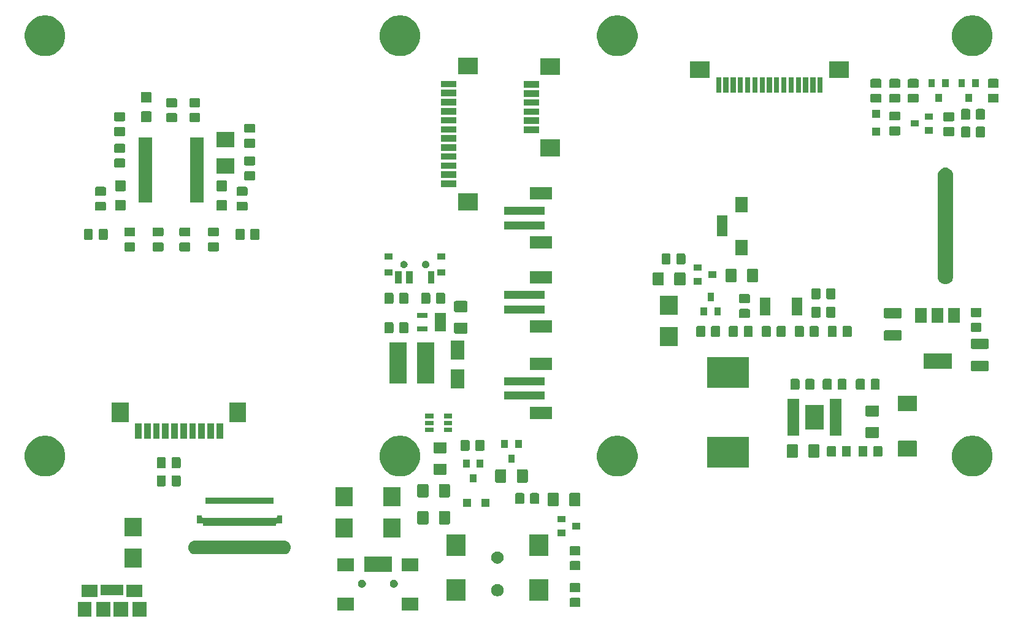
<source format=gts>
G04 #@! TF.GenerationSoftware,KiCad,Pcbnew,5.0.1-33cea8e~68~ubuntu18.04.1*
G04 #@! TF.CreationDate,2018-11-04T18:28:43+03:00*
G04 #@! TF.ProjectId,AA-PI-Display-Board-RaspberryPi3,41412D50492D446973706C61792D426F,02*
G04 #@! TF.SameCoordinates,Original*
G04 #@! TF.FileFunction,Soldermask,Top*
G04 #@! TF.FilePolarity,Negative*
%FSLAX46Y46*%
G04 Gerber Fmt 4.6, Leading zero omitted, Abs format (unit mm)*
G04 Created by KiCad (PCBNEW 5.0.1-33cea8e~68~ubuntu18.04.1) date Sun 04 Nov 2018 18:28:43 MSK*
%MOMM*%
%LPD*%
G01*
G04 APERTURE LIST*
%ADD10C,0.100000*%
G04 APERTURE END LIST*
D10*
G36*
X63350800Y-138350800D02*
X61349200Y-138350800D01*
X61349200Y-136349200D01*
X63350800Y-136349200D01*
X63350800Y-138350800D01*
X63350800Y-138350800D01*
G37*
G36*
X65750800Y-138350800D02*
X63749200Y-138350800D01*
X63749200Y-136349200D01*
X65750800Y-136349200D01*
X65750800Y-138350800D01*
X65750800Y-138350800D01*
G37*
G36*
X68300800Y-138350800D02*
X66399200Y-138350800D01*
X66399200Y-136349200D01*
X68300800Y-136349200D01*
X68300800Y-138350800D01*
X68300800Y-138350800D01*
G37*
G36*
X60700800Y-138350800D02*
X58799200Y-138350800D01*
X58799200Y-136349200D01*
X60700800Y-136349200D01*
X60700800Y-138350800D01*
X60700800Y-138350800D01*
G37*
G36*
X96950800Y-137550800D02*
X94649200Y-137550800D01*
X94649200Y-135749200D01*
X96950800Y-135749200D01*
X96950800Y-137550800D01*
X96950800Y-137550800D01*
G37*
G36*
X105850800Y-137550800D02*
X103549200Y-137550800D01*
X103549200Y-135749200D01*
X105850800Y-135749200D01*
X105850800Y-137550800D01*
X105850800Y-137550800D01*
G37*
G36*
X128056543Y-135777663D02*
X128094222Y-135789093D01*
X128128939Y-135807650D01*
X128159374Y-135832626D01*
X128184350Y-135863061D01*
X128202907Y-135897778D01*
X128214337Y-135935457D01*
X128218800Y-135980773D01*
X128218800Y-136817227D01*
X128214337Y-136862543D01*
X128202907Y-136900222D01*
X128184350Y-136934939D01*
X128159374Y-136965374D01*
X128128939Y-136990350D01*
X128094222Y-137008907D01*
X128056543Y-137020337D01*
X128011227Y-137024800D01*
X126924773Y-137024800D01*
X126879457Y-137020337D01*
X126841778Y-137008907D01*
X126807061Y-136990350D01*
X126776626Y-136965374D01*
X126751650Y-136934939D01*
X126733093Y-136900222D01*
X126721663Y-136862543D01*
X126717200Y-136817227D01*
X126717200Y-135980773D01*
X126721663Y-135935457D01*
X126733093Y-135897778D01*
X126751650Y-135863061D01*
X126776626Y-135832626D01*
X126807061Y-135807650D01*
X126841778Y-135789093D01*
X126879457Y-135777663D01*
X126924773Y-135773200D01*
X128011227Y-135773200D01*
X128056543Y-135777663D01*
X128056543Y-135777663D01*
G37*
G36*
X123751600Y-136201600D02*
X121148400Y-136201600D01*
X121148400Y-133198400D01*
X123751600Y-133198400D01*
X123751600Y-136201600D01*
X123751600Y-136201600D01*
G37*
G36*
X112351600Y-136201600D02*
X109748400Y-136201600D01*
X109748400Y-133198400D01*
X112351600Y-133198400D01*
X112351600Y-136201600D01*
X112351600Y-136201600D01*
G37*
G36*
X61550800Y-135650800D02*
X59349200Y-135650800D01*
X59349200Y-133949200D01*
X61550800Y-133949200D01*
X61550800Y-135650800D01*
X61550800Y-135650800D01*
G37*
G36*
X67750800Y-135650800D02*
X65549200Y-135650800D01*
X65549200Y-133949200D01*
X67750800Y-133949200D01*
X67750800Y-135650800D01*
X67750800Y-135650800D01*
G37*
G36*
X116998169Y-133881895D02*
X117153005Y-133946031D01*
X117292354Y-134039140D01*
X117410860Y-134157646D01*
X117503969Y-134296995D01*
X117568105Y-134451831D01*
X117600800Y-134616203D01*
X117600800Y-134783797D01*
X117568105Y-134948169D01*
X117503969Y-135103005D01*
X117410860Y-135242354D01*
X117292354Y-135360860D01*
X117153005Y-135453969D01*
X116998169Y-135518105D01*
X116833797Y-135550800D01*
X116666203Y-135550800D01*
X116501831Y-135518105D01*
X116346995Y-135453969D01*
X116207646Y-135360860D01*
X116089140Y-135242354D01*
X115996031Y-135103005D01*
X115931895Y-134948169D01*
X115899200Y-134783797D01*
X115899200Y-134616203D01*
X115931895Y-134451831D01*
X115996031Y-134296995D01*
X116089140Y-134157646D01*
X116207646Y-134039140D01*
X116346995Y-133946031D01*
X116501831Y-133881895D01*
X116666203Y-133849200D01*
X116833797Y-133849200D01*
X116998169Y-133881895D01*
X116998169Y-133881895D01*
G37*
G36*
X65100800Y-135400800D02*
X61999200Y-135400800D01*
X61999200Y-133949200D01*
X65100800Y-133949200D01*
X65100800Y-135400800D01*
X65100800Y-135400800D01*
G37*
G36*
X128056543Y-133727663D02*
X128094222Y-133739093D01*
X128128939Y-133757650D01*
X128159374Y-133782626D01*
X128184350Y-133813061D01*
X128202907Y-133847778D01*
X128214337Y-133885457D01*
X128218800Y-133930773D01*
X128218800Y-134767227D01*
X128214337Y-134812543D01*
X128202907Y-134850222D01*
X128184350Y-134884939D01*
X128159374Y-134915374D01*
X128128939Y-134940350D01*
X128094222Y-134958907D01*
X128056543Y-134970337D01*
X128011227Y-134974800D01*
X126924773Y-134974800D01*
X126879457Y-134970337D01*
X126841778Y-134958907D01*
X126807061Y-134940350D01*
X126776626Y-134915374D01*
X126751650Y-134884939D01*
X126733093Y-134850222D01*
X126721663Y-134812543D01*
X126717200Y-134767227D01*
X126717200Y-133930773D01*
X126721663Y-133885457D01*
X126733093Y-133847778D01*
X126751650Y-133813061D01*
X126776626Y-133782626D01*
X126807061Y-133757650D01*
X126841778Y-133739093D01*
X126879457Y-133727663D01*
X126924773Y-133723200D01*
X128011227Y-133723200D01*
X128056543Y-133727663D01*
X128056543Y-133727663D01*
G37*
G36*
X98139720Y-133256256D02*
X98210662Y-133270367D01*
X98310902Y-133311887D01*
X98400706Y-133371893D01*
X98401117Y-133372168D01*
X98477832Y-133448883D01*
X98477834Y-133448886D01*
X98538113Y-133539098D01*
X98579633Y-133639338D01*
X98600800Y-133745751D01*
X98600800Y-133854249D01*
X98579633Y-133960662D01*
X98538113Y-134060902D01*
X98478107Y-134150706D01*
X98477832Y-134151117D01*
X98401117Y-134227832D01*
X98401114Y-134227834D01*
X98310902Y-134288113D01*
X98210662Y-134329633D01*
X98139720Y-134343744D01*
X98104250Y-134350800D01*
X97995750Y-134350800D01*
X97960280Y-134343744D01*
X97889338Y-134329633D01*
X97789098Y-134288113D01*
X97698886Y-134227834D01*
X97698883Y-134227832D01*
X97622168Y-134151117D01*
X97621893Y-134150706D01*
X97561887Y-134060902D01*
X97520367Y-133960662D01*
X97499200Y-133854249D01*
X97499200Y-133745751D01*
X97520367Y-133639338D01*
X97561887Y-133539098D01*
X97622166Y-133448886D01*
X97622168Y-133448883D01*
X97698883Y-133372168D01*
X97699294Y-133371893D01*
X97789098Y-133311887D01*
X97889338Y-133270367D01*
X97960280Y-133256256D01*
X97995750Y-133249200D01*
X98104250Y-133249200D01*
X98139720Y-133256256D01*
X98139720Y-133256256D01*
G37*
G36*
X102539720Y-133256256D02*
X102610662Y-133270367D01*
X102710902Y-133311887D01*
X102800706Y-133371893D01*
X102801117Y-133372168D01*
X102877832Y-133448883D01*
X102877834Y-133448886D01*
X102938113Y-133539098D01*
X102979633Y-133639338D01*
X103000800Y-133745751D01*
X103000800Y-133854249D01*
X102979633Y-133960662D01*
X102938113Y-134060902D01*
X102878107Y-134150706D01*
X102877832Y-134151117D01*
X102801117Y-134227832D01*
X102801114Y-134227834D01*
X102710902Y-134288113D01*
X102610662Y-134329633D01*
X102539720Y-134343744D01*
X102504250Y-134350800D01*
X102395750Y-134350800D01*
X102360280Y-134343744D01*
X102289338Y-134329633D01*
X102189098Y-134288113D01*
X102098886Y-134227834D01*
X102098883Y-134227832D01*
X102022168Y-134151117D01*
X102021893Y-134150706D01*
X101961887Y-134060902D01*
X101920367Y-133960662D01*
X101899200Y-133854249D01*
X101899200Y-133745751D01*
X101920367Y-133639338D01*
X101961887Y-133539098D01*
X102022166Y-133448886D01*
X102022168Y-133448883D01*
X102098883Y-133372168D01*
X102099294Y-133371893D01*
X102189098Y-133311887D01*
X102289338Y-133270367D01*
X102360280Y-133256256D01*
X102395750Y-133249200D01*
X102504250Y-133249200D01*
X102539720Y-133256256D01*
X102539720Y-133256256D01*
G37*
G36*
X102150800Y-132150800D02*
X98349200Y-132150800D01*
X98349200Y-130049200D01*
X102150800Y-130049200D01*
X102150800Y-132150800D01*
X102150800Y-132150800D01*
G37*
G36*
X96950800Y-132100800D02*
X94649200Y-132100800D01*
X94649200Y-130299200D01*
X96950800Y-130299200D01*
X96950800Y-132100800D01*
X96950800Y-132100800D01*
G37*
G36*
X105850800Y-132100800D02*
X103549200Y-132100800D01*
X103549200Y-130299200D01*
X105850800Y-130299200D01*
X105850800Y-132100800D01*
X105850800Y-132100800D01*
G37*
G36*
X128056543Y-130697663D02*
X128094222Y-130709093D01*
X128128939Y-130727650D01*
X128159374Y-130752626D01*
X128184350Y-130783061D01*
X128202907Y-130817778D01*
X128214337Y-130855457D01*
X128218800Y-130900773D01*
X128218800Y-131737227D01*
X128214337Y-131782543D01*
X128202907Y-131820222D01*
X128184350Y-131854939D01*
X128159374Y-131885374D01*
X128128939Y-131910350D01*
X128094222Y-131928907D01*
X128056543Y-131940337D01*
X128011227Y-131944800D01*
X126924773Y-131944800D01*
X126879457Y-131940337D01*
X126841778Y-131928907D01*
X126807061Y-131910350D01*
X126776626Y-131885374D01*
X126751650Y-131854939D01*
X126733093Y-131820222D01*
X126721663Y-131782543D01*
X126717200Y-131737227D01*
X126717200Y-130900773D01*
X126721663Y-130855457D01*
X126733093Y-130817778D01*
X126751650Y-130783061D01*
X126776626Y-130752626D01*
X126807061Y-130727650D01*
X126841778Y-130709093D01*
X126879457Y-130697663D01*
X126924773Y-130693200D01*
X128011227Y-130693200D01*
X128056543Y-130697663D01*
X128056543Y-130697663D01*
G37*
G36*
X67680800Y-131600800D02*
X65279200Y-131600800D01*
X65279200Y-128999200D01*
X67680800Y-128999200D01*
X67680800Y-131600800D01*
X67680800Y-131600800D01*
G37*
G36*
X116998169Y-129381895D02*
X117153005Y-129446031D01*
X117292354Y-129539140D01*
X117410860Y-129657646D01*
X117503969Y-129796995D01*
X117568105Y-129951831D01*
X117600800Y-130116203D01*
X117600800Y-130283797D01*
X117568105Y-130448169D01*
X117503969Y-130603005D01*
X117410860Y-130742354D01*
X117292354Y-130860860D01*
X117153005Y-130953969D01*
X116998169Y-131018105D01*
X116833797Y-131050800D01*
X116666203Y-131050800D01*
X116501831Y-131018105D01*
X116346995Y-130953969D01*
X116207646Y-130860860D01*
X116089140Y-130742354D01*
X115996031Y-130603005D01*
X115931895Y-130448169D01*
X115899200Y-130283797D01*
X115899200Y-130116203D01*
X115931895Y-129951831D01*
X115996031Y-129796995D01*
X116089140Y-129657646D01*
X116207646Y-129539140D01*
X116346995Y-129446031D01*
X116501831Y-129381895D01*
X116666203Y-129349200D01*
X116833797Y-129349200D01*
X116998169Y-129381895D01*
X116998169Y-129381895D01*
G37*
G36*
X123751600Y-130001600D02*
X121148400Y-130001600D01*
X121148400Y-126998400D01*
X123751600Y-126998400D01*
X123751600Y-130001600D01*
X123751600Y-130001600D01*
G37*
G36*
X112351600Y-130001600D02*
X109748400Y-130001600D01*
X109748400Y-126998400D01*
X112351600Y-126998400D01*
X112351600Y-130001600D01*
X112351600Y-130001600D01*
G37*
G36*
X128056543Y-128647663D02*
X128094222Y-128659093D01*
X128128939Y-128677650D01*
X128159374Y-128702626D01*
X128184350Y-128733061D01*
X128202907Y-128767778D01*
X128214337Y-128805457D01*
X128218800Y-128850773D01*
X128218800Y-129687227D01*
X128214337Y-129732543D01*
X128202907Y-129770222D01*
X128184350Y-129804939D01*
X128159374Y-129835374D01*
X128128939Y-129860350D01*
X128094222Y-129878907D01*
X128056543Y-129890337D01*
X128011227Y-129894800D01*
X126924773Y-129894800D01*
X126879457Y-129890337D01*
X126841778Y-129878907D01*
X126807061Y-129860350D01*
X126776626Y-129835374D01*
X126751650Y-129804939D01*
X126733093Y-129770222D01*
X126721663Y-129732543D01*
X126717200Y-129687227D01*
X126717200Y-128850773D01*
X126721663Y-128805457D01*
X126733093Y-128767778D01*
X126751650Y-128733061D01*
X126776626Y-128702626D01*
X126807061Y-128677650D01*
X126841778Y-128659093D01*
X126879457Y-128647663D01*
X126924773Y-128643200D01*
X128011227Y-128643200D01*
X128056543Y-128647663D01*
X128056543Y-128647663D01*
G37*
G36*
X87436391Y-127872957D02*
X87615616Y-127927325D01*
X87780792Y-128015613D01*
X87925570Y-128134430D01*
X88044387Y-128279208D01*
X88132675Y-128444384D01*
X88187043Y-128623609D01*
X88205400Y-128810000D01*
X88187043Y-128996391D01*
X88132675Y-129175616D01*
X88044387Y-129340792D01*
X87925570Y-129485570D01*
X87780792Y-129604387D01*
X87615616Y-129692675D01*
X87436391Y-129747043D01*
X87296708Y-129760800D01*
X75003292Y-129760800D01*
X74863609Y-129747043D01*
X74684384Y-129692675D01*
X74519208Y-129604387D01*
X74374430Y-129485570D01*
X74255613Y-129340792D01*
X74167325Y-129175616D01*
X74112957Y-128996391D01*
X74094600Y-128810000D01*
X74112957Y-128623609D01*
X74167325Y-128444384D01*
X74255613Y-128279208D01*
X74374430Y-128134430D01*
X74519208Y-128015613D01*
X74684384Y-127927325D01*
X74863609Y-127872957D01*
X75003292Y-127859200D01*
X87296708Y-127859200D01*
X87436391Y-127872957D01*
X87436391Y-127872957D01*
G37*
G36*
X103400800Y-127400800D02*
X100999200Y-127400800D01*
X100999200Y-124799200D01*
X103400800Y-124799200D01*
X103400800Y-127400800D01*
X103400800Y-127400800D01*
G37*
G36*
X96800800Y-127400800D02*
X94399200Y-127400800D01*
X94399200Y-124799200D01*
X96800800Y-124799200D01*
X96800800Y-127400800D01*
X96800800Y-127400800D01*
G37*
G36*
X67680800Y-127300800D02*
X65279200Y-127300800D01*
X65279200Y-124699200D01*
X67680800Y-124699200D01*
X67680800Y-127300800D01*
X67680800Y-127300800D01*
G37*
G36*
X126150800Y-127250800D02*
X125049200Y-127250800D01*
X125049200Y-126349200D01*
X126150800Y-126349200D01*
X126150800Y-127250800D01*
X126150800Y-127250800D01*
G37*
G36*
X128150800Y-126300800D02*
X127049200Y-126300800D01*
X127049200Y-125399200D01*
X128150800Y-125399200D01*
X128150800Y-126300800D01*
X128150800Y-126300800D01*
G37*
G36*
X87030800Y-125522800D02*
X86275800Y-125522800D01*
X86251414Y-125525202D01*
X86227965Y-125532315D01*
X86206354Y-125543866D01*
X86187412Y-125559412D01*
X86171866Y-125578354D01*
X86160315Y-125599965D01*
X86153202Y-125623414D01*
X86150800Y-125647800D01*
X86150800Y-125798300D01*
X76149200Y-125798300D01*
X76149200Y-125648300D01*
X76146798Y-125623914D01*
X76139685Y-125600465D01*
X76128134Y-125578854D01*
X76112588Y-125559912D01*
X76093646Y-125544366D01*
X76072035Y-125532815D01*
X76048586Y-125525702D01*
X76024200Y-125523300D01*
X75269200Y-125523300D01*
X75269200Y-124421700D01*
X75970800Y-124421700D01*
X75970800Y-124571700D01*
X75973202Y-124596086D01*
X75980315Y-124619535D01*
X75991866Y-124641146D01*
X76007412Y-124660088D01*
X76026354Y-124675634D01*
X76047965Y-124687185D01*
X76071414Y-124694298D01*
X76095800Y-124696700D01*
X86204200Y-124696700D01*
X86228586Y-124694298D01*
X86252035Y-124687185D01*
X86273646Y-124675634D01*
X86292588Y-124660088D01*
X86308134Y-124641146D01*
X86319685Y-124619535D01*
X86326798Y-124596086D01*
X86329200Y-124571700D01*
X86329200Y-124421200D01*
X87030800Y-124421200D01*
X87030800Y-125522800D01*
X87030800Y-125522800D01*
G37*
G36*
X110050418Y-123778380D02*
X110085322Y-123788969D01*
X110117496Y-123806166D01*
X110145694Y-123829306D01*
X110168834Y-123857504D01*
X110186031Y-123889678D01*
X110196620Y-123924582D01*
X110200800Y-123967024D01*
X110200800Y-125432976D01*
X110196620Y-125475418D01*
X110186031Y-125510322D01*
X110168834Y-125542496D01*
X110145694Y-125570694D01*
X110117496Y-125593834D01*
X110085322Y-125611031D01*
X110050418Y-125621620D01*
X110007976Y-125625800D01*
X108867024Y-125625800D01*
X108824582Y-125621620D01*
X108789678Y-125611031D01*
X108757504Y-125593834D01*
X108729306Y-125570694D01*
X108706166Y-125542496D01*
X108688969Y-125510322D01*
X108678380Y-125475418D01*
X108674200Y-125432976D01*
X108674200Y-123967024D01*
X108678380Y-123924582D01*
X108688969Y-123889678D01*
X108706166Y-123857504D01*
X108729306Y-123829306D01*
X108757504Y-123806166D01*
X108789678Y-123788969D01*
X108824582Y-123778380D01*
X108867024Y-123774200D01*
X110007976Y-123774200D01*
X110050418Y-123778380D01*
X110050418Y-123778380D01*
G37*
G36*
X107075418Y-123778380D02*
X107110322Y-123788969D01*
X107142496Y-123806166D01*
X107170694Y-123829306D01*
X107193834Y-123857504D01*
X107211031Y-123889678D01*
X107221620Y-123924582D01*
X107225800Y-123967024D01*
X107225800Y-125432976D01*
X107221620Y-125475418D01*
X107211031Y-125510322D01*
X107193834Y-125542496D01*
X107170694Y-125570694D01*
X107142496Y-125593834D01*
X107110322Y-125611031D01*
X107075418Y-125621620D01*
X107032976Y-125625800D01*
X105892024Y-125625800D01*
X105849582Y-125621620D01*
X105814678Y-125611031D01*
X105782504Y-125593834D01*
X105754306Y-125570694D01*
X105731166Y-125542496D01*
X105713969Y-125510322D01*
X105703380Y-125475418D01*
X105699200Y-125432976D01*
X105699200Y-123967024D01*
X105703380Y-123924582D01*
X105713969Y-123889678D01*
X105731166Y-123857504D01*
X105754306Y-123829306D01*
X105782504Y-123806166D01*
X105814678Y-123788969D01*
X105849582Y-123778380D01*
X105892024Y-123774200D01*
X107032976Y-123774200D01*
X107075418Y-123778380D01*
X107075418Y-123778380D01*
G37*
G36*
X126150800Y-125350800D02*
X125049200Y-125350800D01*
X125049200Y-124449200D01*
X126150800Y-124449200D01*
X126150800Y-125350800D01*
X126150800Y-125350800D01*
G37*
G36*
X115616800Y-123190800D02*
X114515200Y-123190800D01*
X114515200Y-122089200D01*
X115616800Y-122089200D01*
X115616800Y-123190800D01*
X115616800Y-123190800D01*
G37*
G36*
X113116800Y-123190800D02*
X112015200Y-123190800D01*
X112015200Y-122089200D01*
X113116800Y-122089200D01*
X113116800Y-123190800D01*
X113116800Y-123190800D01*
G37*
G36*
X125075418Y-121278380D02*
X125110322Y-121288969D01*
X125142496Y-121306166D01*
X125170694Y-121329306D01*
X125193834Y-121357504D01*
X125211031Y-121389678D01*
X125221620Y-121424582D01*
X125225800Y-121467024D01*
X125225800Y-122932976D01*
X125221620Y-122975418D01*
X125211031Y-123010322D01*
X125193834Y-123042496D01*
X125170694Y-123070694D01*
X125142496Y-123093834D01*
X125110322Y-123111031D01*
X125075418Y-123121620D01*
X125032976Y-123125800D01*
X123892024Y-123125800D01*
X123849582Y-123121620D01*
X123814678Y-123111031D01*
X123782504Y-123093834D01*
X123754306Y-123070694D01*
X123731166Y-123042496D01*
X123713969Y-123010322D01*
X123703380Y-122975418D01*
X123699200Y-122932976D01*
X123699200Y-121467024D01*
X123703380Y-121424582D01*
X123713969Y-121389678D01*
X123731166Y-121357504D01*
X123754306Y-121329306D01*
X123782504Y-121306166D01*
X123814678Y-121288969D01*
X123849582Y-121278380D01*
X123892024Y-121274200D01*
X125032976Y-121274200D01*
X125075418Y-121278380D01*
X125075418Y-121278380D01*
G37*
G36*
X128050418Y-121278380D02*
X128085322Y-121288969D01*
X128117496Y-121306166D01*
X128145694Y-121329306D01*
X128168834Y-121357504D01*
X128186031Y-121389678D01*
X128196620Y-121424582D01*
X128200800Y-121467024D01*
X128200800Y-122932976D01*
X128196620Y-122975418D01*
X128186031Y-123010322D01*
X128168834Y-123042496D01*
X128145694Y-123070694D01*
X128117496Y-123093834D01*
X128085322Y-123111031D01*
X128050418Y-123121620D01*
X128007976Y-123125800D01*
X126867024Y-123125800D01*
X126824582Y-123121620D01*
X126789678Y-123111031D01*
X126757504Y-123093834D01*
X126729306Y-123070694D01*
X126706166Y-123042496D01*
X126688969Y-123010322D01*
X126678380Y-122975418D01*
X126674200Y-122932976D01*
X126674200Y-121467024D01*
X126678380Y-121424582D01*
X126688969Y-121389678D01*
X126706166Y-121357504D01*
X126729306Y-121329306D01*
X126757504Y-121306166D01*
X126789678Y-121288969D01*
X126824582Y-121278380D01*
X126867024Y-121274200D01*
X128007976Y-121274200D01*
X128050418Y-121278380D01*
X128050418Y-121278380D01*
G37*
G36*
X96800800Y-123100800D02*
X94399200Y-123100800D01*
X94399200Y-120499200D01*
X96800800Y-120499200D01*
X96800800Y-123100800D01*
X96800800Y-123100800D01*
G37*
G36*
X103400800Y-123100800D02*
X100999200Y-123100800D01*
X100999200Y-120499200D01*
X103400800Y-120499200D01*
X103400800Y-123100800D01*
X103400800Y-123100800D01*
G37*
G36*
X85850800Y-122823300D02*
X76449200Y-122823300D01*
X76449200Y-121921700D01*
X85850800Y-121921700D01*
X85850800Y-122823300D01*
X85850800Y-122823300D01*
G37*
G36*
X120288543Y-121303663D02*
X120326222Y-121315093D01*
X120360939Y-121333650D01*
X120391374Y-121358626D01*
X120416350Y-121389061D01*
X120434907Y-121423778D01*
X120446337Y-121461457D01*
X120450800Y-121506773D01*
X120450800Y-122593227D01*
X120446337Y-122638543D01*
X120434907Y-122676222D01*
X120416350Y-122710939D01*
X120391374Y-122741374D01*
X120360939Y-122766350D01*
X120326222Y-122784907D01*
X120288543Y-122796337D01*
X120243227Y-122800800D01*
X119406773Y-122800800D01*
X119361457Y-122796337D01*
X119323778Y-122784907D01*
X119289061Y-122766350D01*
X119258626Y-122741374D01*
X119233650Y-122710939D01*
X119215093Y-122676222D01*
X119203663Y-122638543D01*
X119199200Y-122593227D01*
X119199200Y-121506773D01*
X119203663Y-121461457D01*
X119215093Y-121423778D01*
X119233650Y-121389061D01*
X119258626Y-121358626D01*
X119289061Y-121333650D01*
X119323778Y-121315093D01*
X119361457Y-121303663D01*
X119406773Y-121299200D01*
X120243227Y-121299200D01*
X120288543Y-121303663D01*
X120288543Y-121303663D01*
G37*
G36*
X122338543Y-121303663D02*
X122376222Y-121315093D01*
X122410939Y-121333650D01*
X122441374Y-121358626D01*
X122466350Y-121389061D01*
X122484907Y-121423778D01*
X122496337Y-121461457D01*
X122500800Y-121506773D01*
X122500800Y-122593227D01*
X122496337Y-122638543D01*
X122484907Y-122676222D01*
X122466350Y-122710939D01*
X122441374Y-122741374D01*
X122410939Y-122766350D01*
X122376222Y-122784907D01*
X122338543Y-122796337D01*
X122293227Y-122800800D01*
X121456773Y-122800800D01*
X121411457Y-122796337D01*
X121373778Y-122784907D01*
X121339061Y-122766350D01*
X121308626Y-122741374D01*
X121283650Y-122710939D01*
X121265093Y-122676222D01*
X121253663Y-122638543D01*
X121249200Y-122593227D01*
X121249200Y-121506773D01*
X121253663Y-121461457D01*
X121265093Y-121423778D01*
X121283650Y-121389061D01*
X121308626Y-121358626D01*
X121339061Y-121333650D01*
X121373778Y-121315093D01*
X121411457Y-121303663D01*
X121456773Y-121299200D01*
X122293227Y-121299200D01*
X122338543Y-121303663D01*
X122338543Y-121303663D01*
G37*
G36*
X110050418Y-120058380D02*
X110085322Y-120068969D01*
X110117496Y-120086166D01*
X110145694Y-120109306D01*
X110168834Y-120137504D01*
X110186031Y-120169678D01*
X110196620Y-120204582D01*
X110200800Y-120247024D01*
X110200800Y-121712976D01*
X110196620Y-121755418D01*
X110186031Y-121790322D01*
X110168834Y-121822496D01*
X110145694Y-121850694D01*
X110117496Y-121873834D01*
X110085322Y-121891031D01*
X110050418Y-121901620D01*
X110007976Y-121905800D01*
X108867024Y-121905800D01*
X108824582Y-121901620D01*
X108789678Y-121891031D01*
X108757504Y-121873834D01*
X108729306Y-121850694D01*
X108706166Y-121822496D01*
X108688969Y-121790322D01*
X108678380Y-121755418D01*
X108674200Y-121712976D01*
X108674200Y-120247024D01*
X108678380Y-120204582D01*
X108688969Y-120169678D01*
X108706166Y-120137504D01*
X108729306Y-120109306D01*
X108757504Y-120086166D01*
X108789678Y-120068969D01*
X108824582Y-120058380D01*
X108867024Y-120054200D01*
X110007976Y-120054200D01*
X110050418Y-120058380D01*
X110050418Y-120058380D01*
G37*
G36*
X107075418Y-120058380D02*
X107110322Y-120068969D01*
X107142496Y-120086166D01*
X107170694Y-120109306D01*
X107193834Y-120137504D01*
X107211031Y-120169678D01*
X107221620Y-120204582D01*
X107225800Y-120247024D01*
X107225800Y-121712976D01*
X107221620Y-121755418D01*
X107211031Y-121790322D01*
X107193834Y-121822496D01*
X107170694Y-121850694D01*
X107142496Y-121873834D01*
X107110322Y-121891031D01*
X107075418Y-121901620D01*
X107032976Y-121905800D01*
X105892024Y-121905800D01*
X105849582Y-121901620D01*
X105814678Y-121891031D01*
X105782504Y-121873834D01*
X105754306Y-121850694D01*
X105731166Y-121822496D01*
X105713969Y-121790322D01*
X105703380Y-121755418D01*
X105699200Y-121712976D01*
X105699200Y-120247024D01*
X105703380Y-120204582D01*
X105713969Y-120169678D01*
X105731166Y-120137504D01*
X105754306Y-120109306D01*
X105782504Y-120086166D01*
X105814678Y-120068969D01*
X105849582Y-120058380D01*
X105892024Y-120054200D01*
X107032976Y-120054200D01*
X107075418Y-120058380D01*
X107075418Y-120058380D01*
G37*
G36*
X72858543Y-118873663D02*
X72896222Y-118885093D01*
X72930939Y-118903650D01*
X72961374Y-118928626D01*
X72986350Y-118959061D01*
X73004907Y-118993778D01*
X73016337Y-119031457D01*
X73020800Y-119076773D01*
X73020800Y-120163227D01*
X73016337Y-120208543D01*
X73004907Y-120246222D01*
X72986350Y-120280939D01*
X72961374Y-120311374D01*
X72930939Y-120336350D01*
X72896222Y-120354907D01*
X72858543Y-120366337D01*
X72813227Y-120370800D01*
X71976773Y-120370800D01*
X71931457Y-120366337D01*
X71893778Y-120354907D01*
X71859061Y-120336350D01*
X71828626Y-120311374D01*
X71803650Y-120280939D01*
X71785093Y-120246222D01*
X71773663Y-120208543D01*
X71769200Y-120163227D01*
X71769200Y-119076773D01*
X71773663Y-119031457D01*
X71785093Y-118993778D01*
X71803650Y-118959061D01*
X71828626Y-118928626D01*
X71859061Y-118903650D01*
X71893778Y-118885093D01*
X71931457Y-118873663D01*
X71976773Y-118869200D01*
X72813227Y-118869200D01*
X72858543Y-118873663D01*
X72858543Y-118873663D01*
G37*
G36*
X70808543Y-118873663D02*
X70846222Y-118885093D01*
X70880939Y-118903650D01*
X70911374Y-118928626D01*
X70936350Y-118959061D01*
X70954907Y-118993778D01*
X70966337Y-119031457D01*
X70970800Y-119076773D01*
X70970800Y-120163227D01*
X70966337Y-120208543D01*
X70954907Y-120246222D01*
X70936350Y-120280939D01*
X70911374Y-120311374D01*
X70880939Y-120336350D01*
X70846222Y-120354907D01*
X70808543Y-120366337D01*
X70763227Y-120370800D01*
X69926773Y-120370800D01*
X69881457Y-120366337D01*
X69843778Y-120354907D01*
X69809061Y-120336350D01*
X69778626Y-120311374D01*
X69753650Y-120280939D01*
X69735093Y-120246222D01*
X69723663Y-120208543D01*
X69719200Y-120163227D01*
X69719200Y-119076773D01*
X69723663Y-119031457D01*
X69735093Y-118993778D01*
X69753650Y-118959061D01*
X69778626Y-118928626D01*
X69809061Y-118903650D01*
X69843778Y-118885093D01*
X69881457Y-118873663D01*
X69926773Y-118869200D01*
X70763227Y-118869200D01*
X70808543Y-118873663D01*
X70808543Y-118873663D01*
G37*
G36*
X120800418Y-118028380D02*
X120835322Y-118038969D01*
X120867496Y-118056166D01*
X120895694Y-118079306D01*
X120918834Y-118107504D01*
X120936031Y-118139678D01*
X120946620Y-118174582D01*
X120950800Y-118217024D01*
X120950800Y-119682976D01*
X120946620Y-119725418D01*
X120936031Y-119760322D01*
X120918834Y-119792496D01*
X120895694Y-119820694D01*
X120867496Y-119843834D01*
X120835322Y-119861031D01*
X120800418Y-119871620D01*
X120757976Y-119875800D01*
X119617024Y-119875800D01*
X119574582Y-119871620D01*
X119539678Y-119861031D01*
X119507504Y-119843834D01*
X119479306Y-119820694D01*
X119456166Y-119792496D01*
X119438969Y-119760322D01*
X119428380Y-119725418D01*
X119424200Y-119682976D01*
X119424200Y-118217024D01*
X119428380Y-118174582D01*
X119438969Y-118139678D01*
X119456166Y-118107504D01*
X119479306Y-118079306D01*
X119507504Y-118056166D01*
X119539678Y-118038969D01*
X119574582Y-118028380D01*
X119617024Y-118024200D01*
X120757976Y-118024200D01*
X120800418Y-118028380D01*
X120800418Y-118028380D01*
G37*
G36*
X117825418Y-118028380D02*
X117860322Y-118038969D01*
X117892496Y-118056166D01*
X117920694Y-118079306D01*
X117943834Y-118107504D01*
X117961031Y-118139678D01*
X117971620Y-118174582D01*
X117975800Y-118217024D01*
X117975800Y-119682976D01*
X117971620Y-119725418D01*
X117961031Y-119760322D01*
X117943834Y-119792496D01*
X117920694Y-119820694D01*
X117892496Y-119843834D01*
X117860322Y-119861031D01*
X117825418Y-119871620D01*
X117782976Y-119875800D01*
X116642024Y-119875800D01*
X116599582Y-119871620D01*
X116564678Y-119861031D01*
X116532504Y-119843834D01*
X116504306Y-119820694D01*
X116481166Y-119792496D01*
X116463969Y-119760322D01*
X116453380Y-119725418D01*
X116449200Y-119682976D01*
X116449200Y-118217024D01*
X116453380Y-118174582D01*
X116463969Y-118139678D01*
X116481166Y-118107504D01*
X116504306Y-118079306D01*
X116532504Y-118056166D01*
X116564678Y-118038969D01*
X116599582Y-118028380D01*
X116642024Y-118024200D01*
X117782976Y-118024200D01*
X117825418Y-118028380D01*
X117825418Y-118028380D01*
G37*
G36*
X113854800Y-119818800D02*
X112953200Y-119818800D01*
X112953200Y-118717200D01*
X113854800Y-118717200D01*
X113854800Y-119818800D01*
X113854800Y-119818800D01*
G37*
G36*
X182846253Y-113453801D02*
X183116730Y-113507602D01*
X183295789Y-113581771D01*
X183626296Y-113718671D01*
X184084899Y-114025100D01*
X184474900Y-114415101D01*
X184781329Y-114873704D01*
X184875395Y-115100800D01*
X184992398Y-115383270D01*
X185002956Y-115436350D01*
X185100000Y-115924223D01*
X185100000Y-116475777D01*
X184992398Y-117016729D01*
X184781329Y-117526296D01*
X184474900Y-117984899D01*
X184084899Y-118374900D01*
X183626296Y-118681329D01*
X183374432Y-118785654D01*
X183116730Y-118892398D01*
X182846253Y-118946199D01*
X182575777Y-119000000D01*
X182024223Y-119000000D01*
X181753747Y-118946199D01*
X181483270Y-118892398D01*
X181225568Y-118785654D01*
X180973704Y-118681329D01*
X180515101Y-118374900D01*
X180125100Y-117984899D01*
X179818671Y-117526296D01*
X179607602Y-117016729D01*
X179500000Y-116475777D01*
X179500000Y-115924223D01*
X179597044Y-115436350D01*
X179607602Y-115383270D01*
X179724605Y-115100800D01*
X179818671Y-114873704D01*
X180125100Y-114415101D01*
X180515101Y-114025100D01*
X180973704Y-113718671D01*
X181304211Y-113581771D01*
X181483270Y-113507602D01*
X181753747Y-113453801D01*
X182024223Y-113400000D01*
X182575777Y-113400000D01*
X182846253Y-113453801D01*
X182846253Y-113453801D01*
G37*
G36*
X133846253Y-113453801D02*
X134116730Y-113507602D01*
X134295789Y-113581771D01*
X134626296Y-113718671D01*
X135084899Y-114025100D01*
X135474900Y-114415101D01*
X135781329Y-114873704D01*
X135875395Y-115100800D01*
X135992398Y-115383270D01*
X136002956Y-115436350D01*
X136100000Y-115924223D01*
X136100000Y-116475777D01*
X135992398Y-117016729D01*
X135781329Y-117526296D01*
X135474900Y-117984899D01*
X135084899Y-118374900D01*
X134626296Y-118681329D01*
X134374432Y-118785654D01*
X134116730Y-118892398D01*
X133846253Y-118946199D01*
X133575777Y-119000000D01*
X133024223Y-119000000D01*
X132753747Y-118946199D01*
X132483270Y-118892398D01*
X132225568Y-118785654D01*
X131973704Y-118681329D01*
X131515101Y-118374900D01*
X131125100Y-117984899D01*
X130818671Y-117526296D01*
X130607602Y-117016729D01*
X130500000Y-116475777D01*
X130500000Y-115924223D01*
X130597044Y-115436350D01*
X130607602Y-115383270D01*
X130724605Y-115100800D01*
X130818671Y-114873704D01*
X131125100Y-114415101D01*
X131515101Y-114025100D01*
X131973704Y-113718671D01*
X132304211Y-113581771D01*
X132483270Y-113507602D01*
X132753747Y-113453801D01*
X133024223Y-113400000D01*
X133575777Y-113400000D01*
X133846253Y-113453801D01*
X133846253Y-113453801D01*
G37*
G36*
X54846253Y-113453801D02*
X55116730Y-113507602D01*
X55295789Y-113581771D01*
X55626296Y-113718671D01*
X56084899Y-114025100D01*
X56474900Y-114415101D01*
X56781329Y-114873704D01*
X56875395Y-115100800D01*
X56992398Y-115383270D01*
X57002956Y-115436350D01*
X57100000Y-115924223D01*
X57100000Y-116475777D01*
X56992398Y-117016729D01*
X56781329Y-117526296D01*
X56474900Y-117984899D01*
X56084899Y-118374900D01*
X55626296Y-118681329D01*
X55374432Y-118785654D01*
X55116730Y-118892398D01*
X54846253Y-118946199D01*
X54575777Y-119000000D01*
X54024223Y-119000000D01*
X53753747Y-118946199D01*
X53483270Y-118892398D01*
X53225568Y-118785654D01*
X52973704Y-118681329D01*
X52515101Y-118374900D01*
X52125100Y-117984899D01*
X51818671Y-117526296D01*
X51607602Y-117016729D01*
X51500000Y-116475777D01*
X51500000Y-115924223D01*
X51597044Y-115436350D01*
X51607602Y-115383270D01*
X51724605Y-115100800D01*
X51818671Y-114873704D01*
X52125100Y-114415101D01*
X52515101Y-114025100D01*
X52973704Y-113718671D01*
X53304211Y-113581771D01*
X53483270Y-113507602D01*
X53753747Y-113453801D01*
X54024223Y-113400000D01*
X54575777Y-113400000D01*
X54846253Y-113453801D01*
X54846253Y-113453801D01*
G37*
G36*
X103846253Y-113453801D02*
X104116730Y-113507602D01*
X104295789Y-113581771D01*
X104626296Y-113718671D01*
X105084899Y-114025100D01*
X105474900Y-114415101D01*
X105781329Y-114873704D01*
X105875395Y-115100800D01*
X105992398Y-115383270D01*
X106002956Y-115436350D01*
X106100000Y-115924223D01*
X106100000Y-116475777D01*
X105992398Y-117016729D01*
X105781329Y-117526296D01*
X105474900Y-117984899D01*
X105084899Y-118374900D01*
X104626296Y-118681329D01*
X104374432Y-118785654D01*
X104116730Y-118892398D01*
X103846253Y-118946199D01*
X103575777Y-119000000D01*
X103024223Y-119000000D01*
X102753747Y-118946199D01*
X102483270Y-118892398D01*
X102225568Y-118785654D01*
X101973704Y-118681329D01*
X101515101Y-118374900D01*
X101125100Y-117984899D01*
X100818671Y-117526296D01*
X100607602Y-117016729D01*
X100500000Y-116475777D01*
X100500000Y-115924223D01*
X100597044Y-115436350D01*
X100607602Y-115383270D01*
X100724605Y-115100800D01*
X100818671Y-114873704D01*
X101125100Y-114415101D01*
X101515101Y-114025100D01*
X101973704Y-113718671D01*
X102304211Y-113581771D01*
X102483270Y-113507602D01*
X102753747Y-113453801D01*
X103024223Y-113400000D01*
X103575777Y-113400000D01*
X103846253Y-113453801D01*
X103846253Y-113453801D01*
G37*
G36*
X109605418Y-117268380D02*
X109640322Y-117278969D01*
X109672496Y-117296166D01*
X109700694Y-117319306D01*
X109723834Y-117347504D01*
X109741031Y-117379678D01*
X109751620Y-117414582D01*
X109755800Y-117457024D01*
X109755800Y-118597976D01*
X109751620Y-118640418D01*
X109741031Y-118675322D01*
X109723834Y-118707496D01*
X109700694Y-118735694D01*
X109672496Y-118758834D01*
X109640322Y-118776031D01*
X109605418Y-118786620D01*
X109562976Y-118790800D01*
X108097024Y-118790800D01*
X108054582Y-118786620D01*
X108019678Y-118776031D01*
X107987504Y-118758834D01*
X107959306Y-118735694D01*
X107936166Y-118707496D01*
X107918969Y-118675322D01*
X107908380Y-118640418D01*
X107904200Y-118597976D01*
X107904200Y-117457024D01*
X107908380Y-117414582D01*
X107918969Y-117379678D01*
X107936166Y-117347504D01*
X107959306Y-117319306D01*
X107987504Y-117296166D01*
X108019678Y-117278969D01*
X108054582Y-117268380D01*
X108097024Y-117264200D01*
X109562976Y-117264200D01*
X109605418Y-117268380D01*
X109605418Y-117268380D01*
G37*
G36*
X72858543Y-116373663D02*
X72896222Y-116385093D01*
X72930939Y-116403650D01*
X72961374Y-116428626D01*
X72986350Y-116459061D01*
X73004907Y-116493778D01*
X73016337Y-116531457D01*
X73020800Y-116576773D01*
X73020800Y-117663227D01*
X73016337Y-117708543D01*
X73004907Y-117746222D01*
X72986350Y-117780939D01*
X72961374Y-117811374D01*
X72930939Y-117836350D01*
X72896222Y-117854907D01*
X72858543Y-117866337D01*
X72813227Y-117870800D01*
X71976773Y-117870800D01*
X71931457Y-117866337D01*
X71893778Y-117854907D01*
X71859061Y-117836350D01*
X71828626Y-117811374D01*
X71803650Y-117780939D01*
X71785093Y-117746222D01*
X71773663Y-117708543D01*
X71769200Y-117663227D01*
X71769200Y-116576773D01*
X71773663Y-116531457D01*
X71785093Y-116493778D01*
X71803650Y-116459061D01*
X71828626Y-116428626D01*
X71859061Y-116403650D01*
X71893778Y-116385093D01*
X71931457Y-116373663D01*
X71976773Y-116369200D01*
X72813227Y-116369200D01*
X72858543Y-116373663D01*
X72858543Y-116373663D01*
G37*
G36*
X70808543Y-116373663D02*
X70846222Y-116385093D01*
X70880939Y-116403650D01*
X70911374Y-116428626D01*
X70936350Y-116459061D01*
X70954907Y-116493778D01*
X70966337Y-116531457D01*
X70970800Y-116576773D01*
X70970800Y-117663227D01*
X70966337Y-117708543D01*
X70954907Y-117746222D01*
X70936350Y-117780939D01*
X70911374Y-117811374D01*
X70880939Y-117836350D01*
X70846222Y-117854907D01*
X70808543Y-117866337D01*
X70763227Y-117870800D01*
X69926773Y-117870800D01*
X69881457Y-117866337D01*
X69843778Y-117854907D01*
X69809061Y-117836350D01*
X69778626Y-117811374D01*
X69753650Y-117780939D01*
X69735093Y-117746222D01*
X69723663Y-117708543D01*
X69719200Y-117663227D01*
X69719200Y-116576773D01*
X69723663Y-116531457D01*
X69735093Y-116493778D01*
X69753650Y-116459061D01*
X69778626Y-116428626D01*
X69809061Y-116403650D01*
X69843778Y-116385093D01*
X69881457Y-116373663D01*
X69926773Y-116369200D01*
X70763227Y-116369200D01*
X70808543Y-116373663D01*
X70808543Y-116373663D01*
G37*
G36*
X112904800Y-117818800D02*
X112003200Y-117818800D01*
X112003200Y-116717200D01*
X112904800Y-116717200D01*
X112904800Y-117818800D01*
X112904800Y-117818800D01*
G37*
G36*
X114804800Y-117818800D02*
X113903200Y-117818800D01*
X113903200Y-116717200D01*
X114804800Y-116717200D01*
X114804800Y-117818800D01*
X114804800Y-117818800D01*
G37*
G36*
X151451600Y-117751600D02*
X145748400Y-117751600D01*
X145748400Y-113548400D01*
X151451600Y-113548400D01*
X151451600Y-117751600D01*
X151451600Y-117751600D01*
G37*
G36*
X119150800Y-117100800D02*
X118249200Y-117100800D01*
X118249200Y-115999200D01*
X119150800Y-115999200D01*
X119150800Y-117100800D01*
X119150800Y-117100800D01*
G37*
G36*
X158075418Y-114578380D02*
X158110322Y-114588969D01*
X158142496Y-114606166D01*
X158170694Y-114629306D01*
X158193834Y-114657504D01*
X158211031Y-114689678D01*
X158221620Y-114724582D01*
X158225800Y-114767024D01*
X158225800Y-116232976D01*
X158221620Y-116275418D01*
X158211031Y-116310322D01*
X158193834Y-116342496D01*
X158170694Y-116370694D01*
X158142496Y-116393834D01*
X158110322Y-116411031D01*
X158075418Y-116421620D01*
X158032976Y-116425800D01*
X156892024Y-116425800D01*
X156849582Y-116421620D01*
X156814678Y-116411031D01*
X156782504Y-116393834D01*
X156754306Y-116370694D01*
X156731166Y-116342496D01*
X156713969Y-116310322D01*
X156703380Y-116275418D01*
X156699200Y-116232976D01*
X156699200Y-114767024D01*
X156703380Y-114724582D01*
X156713969Y-114689678D01*
X156731166Y-114657504D01*
X156754306Y-114629306D01*
X156782504Y-114606166D01*
X156814678Y-114588969D01*
X156849582Y-114578380D01*
X156892024Y-114574200D01*
X158032976Y-114574200D01*
X158075418Y-114578380D01*
X158075418Y-114578380D01*
G37*
G36*
X161050418Y-114578380D02*
X161085322Y-114588969D01*
X161117496Y-114606166D01*
X161145694Y-114629306D01*
X161168834Y-114657504D01*
X161186031Y-114689678D01*
X161196620Y-114724582D01*
X161200800Y-114767024D01*
X161200800Y-116232976D01*
X161196620Y-116275418D01*
X161186031Y-116310322D01*
X161168834Y-116342496D01*
X161145694Y-116370694D01*
X161117496Y-116393834D01*
X161085322Y-116411031D01*
X161050418Y-116421620D01*
X161007976Y-116425800D01*
X159867024Y-116425800D01*
X159824582Y-116421620D01*
X159789678Y-116411031D01*
X159757504Y-116393834D01*
X159729306Y-116370694D01*
X159706166Y-116342496D01*
X159688969Y-116310322D01*
X159678380Y-116275418D01*
X159674200Y-116232976D01*
X159674200Y-114767024D01*
X159678380Y-114724582D01*
X159688969Y-114689678D01*
X159706166Y-114657504D01*
X159729306Y-114629306D01*
X159757504Y-114606166D01*
X159789678Y-114588969D01*
X159824582Y-114578380D01*
X159867024Y-114574200D01*
X161007976Y-114574200D01*
X161050418Y-114578380D01*
X161050418Y-114578380D01*
G37*
G36*
X165388543Y-114797663D02*
X165426222Y-114809093D01*
X165460939Y-114827650D01*
X165491374Y-114852626D01*
X165516350Y-114883061D01*
X165534907Y-114917778D01*
X165546337Y-114955457D01*
X165550800Y-115000773D01*
X165550800Y-116087227D01*
X165546337Y-116132543D01*
X165534907Y-116170222D01*
X165516350Y-116204939D01*
X165491374Y-116235374D01*
X165460939Y-116260350D01*
X165426222Y-116278907D01*
X165388543Y-116290337D01*
X165343227Y-116294800D01*
X164506773Y-116294800D01*
X164461457Y-116290337D01*
X164423778Y-116278907D01*
X164389061Y-116260350D01*
X164358626Y-116235374D01*
X164333650Y-116204939D01*
X164315093Y-116170222D01*
X164303663Y-116132543D01*
X164299200Y-116087227D01*
X164299200Y-115000773D01*
X164303663Y-114955457D01*
X164315093Y-114917778D01*
X164333650Y-114883061D01*
X164358626Y-114852626D01*
X164389061Y-114827650D01*
X164423778Y-114809093D01*
X164461457Y-114797663D01*
X164506773Y-114793200D01*
X165343227Y-114793200D01*
X165388543Y-114797663D01*
X165388543Y-114797663D01*
G37*
G36*
X169724543Y-114797663D02*
X169762222Y-114809093D01*
X169796939Y-114827650D01*
X169827374Y-114852626D01*
X169852350Y-114883061D01*
X169870907Y-114917778D01*
X169882337Y-114955457D01*
X169886800Y-115000773D01*
X169886800Y-116087227D01*
X169882337Y-116132543D01*
X169870907Y-116170222D01*
X169852350Y-116204939D01*
X169827374Y-116235374D01*
X169796939Y-116260350D01*
X169762222Y-116278907D01*
X169724543Y-116290337D01*
X169679227Y-116294800D01*
X168842773Y-116294800D01*
X168797457Y-116290337D01*
X168759778Y-116278907D01*
X168725061Y-116260350D01*
X168694626Y-116235374D01*
X168669650Y-116204939D01*
X168651093Y-116170222D01*
X168639663Y-116132543D01*
X168635200Y-116087227D01*
X168635200Y-115000773D01*
X168639663Y-114955457D01*
X168651093Y-114917778D01*
X168669650Y-114883061D01*
X168694626Y-114852626D01*
X168725061Y-114827650D01*
X168759778Y-114809093D01*
X168797457Y-114797663D01*
X168842773Y-114793200D01*
X169679227Y-114793200D01*
X169724543Y-114797663D01*
X169724543Y-114797663D01*
G37*
G36*
X167674543Y-114797663D02*
X167712222Y-114809093D01*
X167746939Y-114827650D01*
X167777374Y-114852626D01*
X167802350Y-114883061D01*
X167820907Y-114917778D01*
X167832337Y-114955457D01*
X167836800Y-115000773D01*
X167836800Y-116087227D01*
X167832337Y-116132543D01*
X167820907Y-116170222D01*
X167802350Y-116204939D01*
X167777374Y-116235374D01*
X167746939Y-116260350D01*
X167712222Y-116278907D01*
X167674543Y-116290337D01*
X167629227Y-116294800D01*
X166792773Y-116294800D01*
X166747457Y-116290337D01*
X166709778Y-116278907D01*
X166675061Y-116260350D01*
X166644626Y-116235374D01*
X166619650Y-116204939D01*
X166601093Y-116170222D01*
X166589663Y-116132543D01*
X166585200Y-116087227D01*
X166585200Y-115000773D01*
X166589663Y-114955457D01*
X166601093Y-114917778D01*
X166619650Y-114883061D01*
X166644626Y-114852626D01*
X166675061Y-114827650D01*
X166709778Y-114809093D01*
X166747457Y-114797663D01*
X166792773Y-114793200D01*
X167629227Y-114793200D01*
X167674543Y-114797663D01*
X167674543Y-114797663D01*
G37*
G36*
X163338543Y-114797663D02*
X163376222Y-114809093D01*
X163410939Y-114827650D01*
X163441374Y-114852626D01*
X163466350Y-114883061D01*
X163484907Y-114917778D01*
X163496337Y-114955457D01*
X163500800Y-115000773D01*
X163500800Y-116087227D01*
X163496337Y-116132543D01*
X163484907Y-116170222D01*
X163466350Y-116204939D01*
X163441374Y-116235374D01*
X163410939Y-116260350D01*
X163376222Y-116278907D01*
X163338543Y-116290337D01*
X163293227Y-116294800D01*
X162456773Y-116294800D01*
X162411457Y-116290337D01*
X162373778Y-116278907D01*
X162339061Y-116260350D01*
X162308626Y-116235374D01*
X162283650Y-116204939D01*
X162265093Y-116170222D01*
X162253663Y-116132543D01*
X162249200Y-116087227D01*
X162249200Y-115000773D01*
X162253663Y-114955457D01*
X162265093Y-114917778D01*
X162283650Y-114883061D01*
X162308626Y-114852626D01*
X162339061Y-114827650D01*
X162373778Y-114809093D01*
X162411457Y-114797663D01*
X162456773Y-114793200D01*
X163293227Y-114793200D01*
X163338543Y-114797663D01*
X163338543Y-114797663D01*
G37*
G36*
X174540970Y-114078009D02*
X174572255Y-114087499D01*
X174601082Y-114102908D01*
X174626353Y-114123647D01*
X174647092Y-114148918D01*
X174662501Y-114177745D01*
X174671991Y-114209030D01*
X174675800Y-114247702D01*
X174675800Y-116077298D01*
X174671991Y-116115970D01*
X174662501Y-116147255D01*
X174647092Y-116176082D01*
X174626353Y-116201353D01*
X174601082Y-116222092D01*
X174572255Y-116237501D01*
X174540970Y-116246991D01*
X174502298Y-116250800D01*
X172197702Y-116250800D01*
X172159030Y-116246991D01*
X172127745Y-116237501D01*
X172098918Y-116222092D01*
X172073647Y-116201353D01*
X172052908Y-116176082D01*
X172037499Y-116147255D01*
X172028009Y-116115970D01*
X172024200Y-116077298D01*
X172024200Y-114247702D01*
X172028009Y-114209030D01*
X172037499Y-114177745D01*
X172052908Y-114148918D01*
X172073647Y-114123647D01*
X172098918Y-114102908D01*
X172127745Y-114087499D01*
X172159030Y-114078009D01*
X172197702Y-114074200D01*
X174502298Y-114074200D01*
X174540970Y-114078009D01*
X174540970Y-114078009D01*
G37*
G36*
X109605418Y-114293380D02*
X109640322Y-114303969D01*
X109672496Y-114321166D01*
X109700694Y-114344306D01*
X109723834Y-114372504D01*
X109741031Y-114404678D01*
X109751620Y-114439582D01*
X109755800Y-114482024D01*
X109755800Y-115622976D01*
X109751620Y-115665418D01*
X109741031Y-115700322D01*
X109723834Y-115732496D01*
X109700694Y-115760694D01*
X109672496Y-115783834D01*
X109640322Y-115801031D01*
X109605418Y-115811620D01*
X109562976Y-115815800D01*
X108097024Y-115815800D01*
X108054582Y-115811620D01*
X108019678Y-115801031D01*
X107987504Y-115783834D01*
X107959306Y-115760694D01*
X107936166Y-115732496D01*
X107918969Y-115700322D01*
X107908380Y-115665418D01*
X107904200Y-115622976D01*
X107904200Y-114482024D01*
X107908380Y-114439582D01*
X107918969Y-114404678D01*
X107936166Y-114372504D01*
X107959306Y-114344306D01*
X107987504Y-114321166D01*
X108019678Y-114303969D01*
X108054582Y-114293380D01*
X108097024Y-114289200D01*
X109562976Y-114289200D01*
X109605418Y-114293380D01*
X109605418Y-114293380D01*
G37*
G36*
X114788543Y-113973663D02*
X114826222Y-113985093D01*
X114860939Y-114003650D01*
X114891374Y-114028626D01*
X114916350Y-114059061D01*
X114934907Y-114093778D01*
X114946337Y-114131457D01*
X114950800Y-114176773D01*
X114950800Y-115263227D01*
X114946337Y-115308543D01*
X114934907Y-115346222D01*
X114916350Y-115380939D01*
X114891374Y-115411374D01*
X114860939Y-115436350D01*
X114826222Y-115454907D01*
X114788543Y-115466337D01*
X114743227Y-115470800D01*
X113906773Y-115470800D01*
X113861457Y-115466337D01*
X113823778Y-115454907D01*
X113789061Y-115436350D01*
X113758626Y-115411374D01*
X113733650Y-115380939D01*
X113715093Y-115346222D01*
X113703663Y-115308543D01*
X113699200Y-115263227D01*
X113699200Y-114176773D01*
X113703663Y-114131457D01*
X113715093Y-114093778D01*
X113733650Y-114059061D01*
X113758626Y-114028626D01*
X113789061Y-114003650D01*
X113823778Y-113985093D01*
X113861457Y-113973663D01*
X113906773Y-113969200D01*
X114743227Y-113969200D01*
X114788543Y-113973663D01*
X114788543Y-113973663D01*
G37*
G36*
X112738543Y-113973663D02*
X112776222Y-113985093D01*
X112810939Y-114003650D01*
X112841374Y-114028626D01*
X112866350Y-114059061D01*
X112884907Y-114093778D01*
X112896337Y-114131457D01*
X112900800Y-114176773D01*
X112900800Y-115263227D01*
X112896337Y-115308543D01*
X112884907Y-115346222D01*
X112866350Y-115380939D01*
X112841374Y-115411374D01*
X112810939Y-115436350D01*
X112776222Y-115454907D01*
X112738543Y-115466337D01*
X112693227Y-115470800D01*
X111856773Y-115470800D01*
X111811457Y-115466337D01*
X111773778Y-115454907D01*
X111739061Y-115436350D01*
X111708626Y-115411374D01*
X111683650Y-115380939D01*
X111665093Y-115346222D01*
X111653663Y-115308543D01*
X111649200Y-115263227D01*
X111649200Y-114176773D01*
X111653663Y-114131457D01*
X111665093Y-114093778D01*
X111683650Y-114059061D01*
X111708626Y-114028626D01*
X111739061Y-114003650D01*
X111773778Y-113985093D01*
X111811457Y-113973663D01*
X111856773Y-113969200D01*
X112693227Y-113969200D01*
X112738543Y-113973663D01*
X112738543Y-113973663D01*
G37*
G36*
X118200800Y-115100800D02*
X117299200Y-115100800D01*
X117299200Y-113999200D01*
X118200800Y-113999200D01*
X118200800Y-115100800D01*
X118200800Y-115100800D01*
G37*
G36*
X120100800Y-115100800D02*
X119199200Y-115100800D01*
X119199200Y-113999200D01*
X120100800Y-113999200D01*
X120100800Y-115100800D01*
X120100800Y-115100800D01*
G37*
G36*
X67625800Y-113800800D02*
X66724200Y-113800800D01*
X66724200Y-111699200D01*
X67625800Y-111699200D01*
X67625800Y-113800800D01*
X67625800Y-113800800D01*
G37*
G36*
X70125800Y-113800800D02*
X69224200Y-113800800D01*
X69224200Y-111699200D01*
X70125800Y-111699200D01*
X70125800Y-113800800D01*
X70125800Y-113800800D01*
G37*
G36*
X68875800Y-113800800D02*
X67974200Y-113800800D01*
X67974200Y-111699200D01*
X68875800Y-111699200D01*
X68875800Y-113800800D01*
X68875800Y-113800800D01*
G37*
G36*
X71375800Y-113800800D02*
X70474200Y-113800800D01*
X70474200Y-111699200D01*
X71375800Y-111699200D01*
X71375800Y-113800800D01*
X71375800Y-113800800D01*
G37*
G36*
X72625800Y-113800800D02*
X71724200Y-113800800D01*
X71724200Y-111699200D01*
X72625800Y-111699200D01*
X72625800Y-113800800D01*
X72625800Y-113800800D01*
G37*
G36*
X75125800Y-113800800D02*
X74224200Y-113800800D01*
X74224200Y-111699200D01*
X75125800Y-111699200D01*
X75125800Y-113800800D01*
X75125800Y-113800800D01*
G37*
G36*
X73875800Y-113800800D02*
X72974200Y-113800800D01*
X72974200Y-111699200D01*
X73875800Y-111699200D01*
X73875800Y-113800800D01*
X73875800Y-113800800D01*
G37*
G36*
X78875800Y-113800800D02*
X77974200Y-113800800D01*
X77974200Y-111699200D01*
X78875800Y-111699200D01*
X78875800Y-113800800D01*
X78875800Y-113800800D01*
G37*
G36*
X76375800Y-113800800D02*
X75474200Y-113800800D01*
X75474200Y-111699200D01*
X76375800Y-111699200D01*
X76375800Y-113800800D01*
X76375800Y-113800800D01*
G37*
G36*
X77625800Y-113800800D02*
X76724200Y-113800800D01*
X76724200Y-111699200D01*
X77625800Y-111699200D01*
X77625800Y-113800800D01*
X77625800Y-113800800D01*
G37*
G36*
X169275418Y-112178380D02*
X169310322Y-112188969D01*
X169342496Y-112206166D01*
X169370694Y-112229306D01*
X169393834Y-112257504D01*
X169411031Y-112289678D01*
X169421620Y-112324582D01*
X169425800Y-112367024D01*
X169425800Y-113507976D01*
X169421620Y-113550418D01*
X169411031Y-113585322D01*
X169393834Y-113617496D01*
X169370694Y-113645694D01*
X169342496Y-113668834D01*
X169310322Y-113686031D01*
X169275418Y-113696620D01*
X169232976Y-113700800D01*
X167767024Y-113700800D01*
X167724582Y-113696620D01*
X167689678Y-113686031D01*
X167657504Y-113668834D01*
X167629306Y-113645694D01*
X167606166Y-113617496D01*
X167588969Y-113585322D01*
X167578380Y-113550418D01*
X167574200Y-113507976D01*
X167574200Y-112367024D01*
X167578380Y-112324582D01*
X167588969Y-112289678D01*
X167606166Y-112257504D01*
X167629306Y-112229306D01*
X167657504Y-112206166D01*
X167689678Y-112188969D01*
X167724582Y-112178380D01*
X167767024Y-112174200D01*
X169232976Y-112174200D01*
X169275418Y-112178380D01*
X169275418Y-112178380D01*
G37*
G36*
X164246300Y-113422800D02*
X162669700Y-113422800D01*
X162669700Y-108321200D01*
X164246300Y-108321200D01*
X164246300Y-113422800D01*
X164246300Y-113422800D01*
G37*
G36*
X158370300Y-113422800D02*
X156793700Y-113422800D01*
X156793700Y-108321200D01*
X158370300Y-108321200D01*
X158370300Y-113422800D01*
X158370300Y-113422800D01*
G37*
G36*
X107905800Y-112915800D02*
X106754200Y-112915800D01*
X106754200Y-112264200D01*
X107905800Y-112264200D01*
X107905800Y-112915800D01*
X107905800Y-112915800D01*
G37*
G36*
X110505800Y-112915800D02*
X109354200Y-112915800D01*
X109354200Y-112264200D01*
X110505800Y-112264200D01*
X110505800Y-112915800D01*
X110505800Y-112915800D01*
G37*
G36*
X161775800Y-112567800D02*
X159264200Y-112567800D01*
X159264200Y-109176200D01*
X161775800Y-109176200D01*
X161775800Y-112567800D01*
X161775800Y-112567800D01*
G37*
G36*
X107905800Y-111965800D02*
X106754200Y-111965800D01*
X106754200Y-111314200D01*
X107905800Y-111314200D01*
X107905800Y-111965800D01*
X107905800Y-111965800D01*
G37*
G36*
X110505800Y-111965800D02*
X109354200Y-111965800D01*
X109354200Y-111314200D01*
X110505800Y-111314200D01*
X110505800Y-111965800D01*
X110505800Y-111965800D01*
G37*
G36*
X65825800Y-111500800D02*
X63524200Y-111500800D01*
X63524200Y-108799200D01*
X65825800Y-108799200D01*
X65825800Y-111500800D01*
X65825800Y-111500800D01*
G37*
G36*
X82075800Y-111500800D02*
X79774200Y-111500800D01*
X79774200Y-108799200D01*
X82075800Y-108799200D01*
X82075800Y-111500800D01*
X82075800Y-111500800D01*
G37*
G36*
X124300800Y-111100800D02*
X121199200Y-111100800D01*
X121199200Y-109399200D01*
X124300800Y-109399200D01*
X124300800Y-111100800D01*
X124300800Y-111100800D01*
G37*
G36*
X107905800Y-111015800D02*
X106754200Y-111015800D01*
X106754200Y-110364200D01*
X107905800Y-110364200D01*
X107905800Y-111015800D01*
X107905800Y-111015800D01*
G37*
G36*
X110505800Y-111015800D02*
X109354200Y-111015800D01*
X109354200Y-110364200D01*
X110505800Y-110364200D01*
X110505800Y-111015800D01*
X110505800Y-111015800D01*
G37*
G36*
X169275418Y-109203380D02*
X169310322Y-109213969D01*
X169342496Y-109231166D01*
X169370694Y-109254306D01*
X169393834Y-109282504D01*
X169411031Y-109314678D01*
X169421620Y-109349582D01*
X169425800Y-109392024D01*
X169425800Y-110532976D01*
X169421620Y-110575418D01*
X169411031Y-110610322D01*
X169393834Y-110642496D01*
X169370694Y-110670694D01*
X169342496Y-110693834D01*
X169310322Y-110711031D01*
X169275418Y-110721620D01*
X169232976Y-110725800D01*
X167767024Y-110725800D01*
X167724582Y-110721620D01*
X167689678Y-110711031D01*
X167657504Y-110693834D01*
X167629306Y-110670694D01*
X167606166Y-110642496D01*
X167588969Y-110610322D01*
X167578380Y-110575418D01*
X167574200Y-110532976D01*
X167574200Y-109392024D01*
X167578380Y-109349582D01*
X167588969Y-109314678D01*
X167606166Y-109282504D01*
X167629306Y-109254306D01*
X167657504Y-109231166D01*
X167689678Y-109213969D01*
X167724582Y-109203380D01*
X167767024Y-109199200D01*
X169232976Y-109199200D01*
X169275418Y-109203380D01*
X169275418Y-109203380D01*
G37*
G36*
X174540970Y-107853009D02*
X174572255Y-107862499D01*
X174601082Y-107877908D01*
X174626353Y-107898647D01*
X174647092Y-107923918D01*
X174662501Y-107952745D01*
X174671991Y-107984030D01*
X174675800Y-108022702D01*
X174675800Y-109852298D01*
X174671991Y-109890970D01*
X174662501Y-109922255D01*
X174647092Y-109951082D01*
X174626353Y-109976353D01*
X174601082Y-109997092D01*
X174572255Y-110012501D01*
X174540970Y-110021991D01*
X174502298Y-110025800D01*
X172197702Y-110025800D01*
X172159030Y-110021991D01*
X172127745Y-110012501D01*
X172098918Y-109997092D01*
X172073647Y-109976353D01*
X172052908Y-109951082D01*
X172037499Y-109922255D01*
X172028009Y-109890970D01*
X172024200Y-109852298D01*
X172024200Y-108022702D01*
X172028009Y-107984030D01*
X172037499Y-107952745D01*
X172052908Y-107923918D01*
X172073647Y-107898647D01*
X172098918Y-107877908D01*
X172127745Y-107862499D01*
X172159030Y-107853009D01*
X172197702Y-107849200D01*
X174502298Y-107849200D01*
X174540970Y-107853009D01*
X174540970Y-107853009D01*
G37*
G36*
X123300800Y-108400800D02*
X117699200Y-108400800D01*
X117699200Y-107299200D01*
X123300800Y-107299200D01*
X123300800Y-108400800D01*
X123300800Y-108400800D01*
G37*
G36*
X164802543Y-105553663D02*
X164840222Y-105565093D01*
X164874939Y-105583650D01*
X164905374Y-105608626D01*
X164930350Y-105639061D01*
X164948907Y-105673778D01*
X164960337Y-105711457D01*
X164964800Y-105756773D01*
X164964800Y-106843227D01*
X164960337Y-106888543D01*
X164948907Y-106926222D01*
X164930350Y-106960939D01*
X164905374Y-106991374D01*
X164874939Y-107016350D01*
X164840222Y-107034907D01*
X164802543Y-107046337D01*
X164757227Y-107050800D01*
X163920773Y-107050800D01*
X163875457Y-107046337D01*
X163837778Y-107034907D01*
X163803061Y-107016350D01*
X163772626Y-106991374D01*
X163747650Y-106960939D01*
X163729093Y-106926222D01*
X163717663Y-106888543D01*
X163713200Y-106843227D01*
X163713200Y-105756773D01*
X163717663Y-105711457D01*
X163729093Y-105673778D01*
X163747650Y-105639061D01*
X163772626Y-105608626D01*
X163803061Y-105583650D01*
X163837778Y-105565093D01*
X163875457Y-105553663D01*
X163920773Y-105549200D01*
X164757227Y-105549200D01*
X164802543Y-105553663D01*
X164802543Y-105553663D01*
G37*
G36*
X169374543Y-105553663D02*
X169412222Y-105565093D01*
X169446939Y-105583650D01*
X169477374Y-105608626D01*
X169502350Y-105639061D01*
X169520907Y-105673778D01*
X169532337Y-105711457D01*
X169536800Y-105756773D01*
X169536800Y-106843227D01*
X169532337Y-106888543D01*
X169520907Y-106926222D01*
X169502350Y-106960939D01*
X169477374Y-106991374D01*
X169446939Y-107016350D01*
X169412222Y-107034907D01*
X169374543Y-107046337D01*
X169329227Y-107050800D01*
X168492773Y-107050800D01*
X168447457Y-107046337D01*
X168409778Y-107034907D01*
X168375061Y-107016350D01*
X168344626Y-106991374D01*
X168319650Y-106960939D01*
X168301093Y-106926222D01*
X168289663Y-106888543D01*
X168285200Y-106843227D01*
X168285200Y-105756773D01*
X168289663Y-105711457D01*
X168301093Y-105673778D01*
X168319650Y-105639061D01*
X168344626Y-105608626D01*
X168375061Y-105583650D01*
X168409778Y-105565093D01*
X168447457Y-105553663D01*
X168492773Y-105549200D01*
X169329227Y-105549200D01*
X169374543Y-105553663D01*
X169374543Y-105553663D01*
G37*
G36*
X167324543Y-105553663D02*
X167362222Y-105565093D01*
X167396939Y-105583650D01*
X167427374Y-105608626D01*
X167452350Y-105639061D01*
X167470907Y-105673778D01*
X167482337Y-105711457D01*
X167486800Y-105756773D01*
X167486800Y-106843227D01*
X167482337Y-106888543D01*
X167470907Y-106926222D01*
X167452350Y-106960939D01*
X167427374Y-106991374D01*
X167396939Y-107016350D01*
X167362222Y-107034907D01*
X167324543Y-107046337D01*
X167279227Y-107050800D01*
X166442773Y-107050800D01*
X166397457Y-107046337D01*
X166359778Y-107034907D01*
X166325061Y-107016350D01*
X166294626Y-106991374D01*
X166269650Y-106960939D01*
X166251093Y-106926222D01*
X166239663Y-106888543D01*
X166235200Y-106843227D01*
X166235200Y-105756773D01*
X166239663Y-105711457D01*
X166251093Y-105673778D01*
X166269650Y-105639061D01*
X166294626Y-105608626D01*
X166325061Y-105583650D01*
X166359778Y-105565093D01*
X166397457Y-105553663D01*
X166442773Y-105549200D01*
X167279227Y-105549200D01*
X167324543Y-105553663D01*
X167324543Y-105553663D01*
G37*
G36*
X158288543Y-105553663D02*
X158326222Y-105565093D01*
X158360939Y-105583650D01*
X158391374Y-105608626D01*
X158416350Y-105639061D01*
X158434907Y-105673778D01*
X158446337Y-105711457D01*
X158450800Y-105756773D01*
X158450800Y-106843227D01*
X158446337Y-106888543D01*
X158434907Y-106926222D01*
X158416350Y-106960939D01*
X158391374Y-106991374D01*
X158360939Y-107016350D01*
X158326222Y-107034907D01*
X158288543Y-107046337D01*
X158243227Y-107050800D01*
X157406773Y-107050800D01*
X157361457Y-107046337D01*
X157323778Y-107034907D01*
X157289061Y-107016350D01*
X157258626Y-106991374D01*
X157233650Y-106960939D01*
X157215093Y-106926222D01*
X157203663Y-106888543D01*
X157199200Y-106843227D01*
X157199200Y-105756773D01*
X157203663Y-105711457D01*
X157215093Y-105673778D01*
X157233650Y-105639061D01*
X157258626Y-105608626D01*
X157289061Y-105583650D01*
X157323778Y-105565093D01*
X157361457Y-105553663D01*
X157406773Y-105549200D01*
X158243227Y-105549200D01*
X158288543Y-105553663D01*
X158288543Y-105553663D01*
G37*
G36*
X160338543Y-105553663D02*
X160376222Y-105565093D01*
X160410939Y-105583650D01*
X160441374Y-105608626D01*
X160466350Y-105639061D01*
X160484907Y-105673778D01*
X160496337Y-105711457D01*
X160500800Y-105756773D01*
X160500800Y-106843227D01*
X160496337Y-106888543D01*
X160484907Y-106926222D01*
X160466350Y-106960939D01*
X160441374Y-106991374D01*
X160410939Y-107016350D01*
X160376222Y-107034907D01*
X160338543Y-107046337D01*
X160293227Y-107050800D01*
X159456773Y-107050800D01*
X159411457Y-107046337D01*
X159373778Y-107034907D01*
X159339061Y-107016350D01*
X159308626Y-106991374D01*
X159283650Y-106960939D01*
X159265093Y-106926222D01*
X159253663Y-106888543D01*
X159249200Y-106843227D01*
X159249200Y-105756773D01*
X159253663Y-105711457D01*
X159265093Y-105673778D01*
X159283650Y-105639061D01*
X159308626Y-105608626D01*
X159339061Y-105583650D01*
X159373778Y-105565093D01*
X159411457Y-105553663D01*
X159456773Y-105549200D01*
X160293227Y-105549200D01*
X160338543Y-105553663D01*
X160338543Y-105553663D01*
G37*
G36*
X162752543Y-105553663D02*
X162790222Y-105565093D01*
X162824939Y-105583650D01*
X162855374Y-105608626D01*
X162880350Y-105639061D01*
X162898907Y-105673778D01*
X162910337Y-105711457D01*
X162914800Y-105756773D01*
X162914800Y-106843227D01*
X162910337Y-106888543D01*
X162898907Y-106926222D01*
X162880350Y-106960939D01*
X162855374Y-106991374D01*
X162824939Y-107016350D01*
X162790222Y-107034907D01*
X162752543Y-107046337D01*
X162707227Y-107050800D01*
X161870773Y-107050800D01*
X161825457Y-107046337D01*
X161787778Y-107034907D01*
X161753061Y-107016350D01*
X161722626Y-106991374D01*
X161697650Y-106960939D01*
X161679093Y-106926222D01*
X161667663Y-106888543D01*
X161663200Y-106843227D01*
X161663200Y-105756773D01*
X161667663Y-105711457D01*
X161679093Y-105673778D01*
X161697650Y-105639061D01*
X161722626Y-105608626D01*
X161753061Y-105583650D01*
X161787778Y-105565093D01*
X161825457Y-105553663D01*
X161870773Y-105549200D01*
X162707227Y-105549200D01*
X162752543Y-105553663D01*
X162752543Y-105553663D01*
G37*
G36*
X112200800Y-106850800D02*
X110299200Y-106850800D01*
X110299200Y-104249200D01*
X112200800Y-104249200D01*
X112200800Y-106850800D01*
X112200800Y-106850800D01*
G37*
G36*
X151451600Y-106751600D02*
X145748400Y-106751600D01*
X145748400Y-102548400D01*
X151451600Y-102548400D01*
X151451600Y-106751600D01*
X151451600Y-106751600D01*
G37*
G36*
X123300800Y-106400800D02*
X117699200Y-106400800D01*
X117699200Y-105299200D01*
X123300800Y-105299200D01*
X123300800Y-106400800D01*
X123300800Y-106400800D01*
G37*
G36*
X108051600Y-106201600D02*
X105648400Y-106201600D01*
X105648400Y-100498400D01*
X108051600Y-100498400D01*
X108051600Y-106201600D01*
X108051600Y-106201600D01*
G37*
G36*
X104251600Y-106201600D02*
X101848400Y-106201600D01*
X101848400Y-100498400D01*
X104251600Y-100498400D01*
X104251600Y-106201600D01*
X104251600Y-106201600D01*
G37*
G36*
X184417671Y-103060469D02*
X184453451Y-103071323D01*
X184486429Y-103088951D01*
X184515330Y-103112670D01*
X184539049Y-103141571D01*
X184556677Y-103174549D01*
X184567531Y-103210329D01*
X184571800Y-103253677D01*
X184571800Y-104285323D01*
X184567531Y-104328671D01*
X184556677Y-104364451D01*
X184539049Y-104397429D01*
X184515330Y-104426330D01*
X184486429Y-104450049D01*
X184453451Y-104467677D01*
X184417671Y-104478531D01*
X184374323Y-104482800D01*
X182317677Y-104482800D01*
X182274329Y-104478531D01*
X182238549Y-104467677D01*
X182205571Y-104450049D01*
X182176670Y-104426330D01*
X182152951Y-104397429D01*
X182135323Y-104364451D01*
X182124469Y-104328671D01*
X182120200Y-104285323D01*
X182120200Y-103253677D01*
X182124469Y-103210329D01*
X182135323Y-103174549D01*
X182152951Y-103141571D01*
X182176670Y-103112670D01*
X182205571Y-103088951D01*
X182238549Y-103071323D01*
X182274329Y-103060469D01*
X182317677Y-103056200D01*
X184374323Y-103056200D01*
X184417671Y-103060469D01*
X184417671Y-103060469D01*
G37*
G36*
X124300800Y-104300800D02*
X121199200Y-104300800D01*
X121199200Y-102599200D01*
X124300800Y-102599200D01*
X124300800Y-104300800D01*
X124300800Y-104300800D01*
G37*
G36*
X179454800Y-104146800D02*
X175553200Y-104146800D01*
X175553200Y-102045200D01*
X179454800Y-102045200D01*
X179454800Y-104146800D01*
X179454800Y-104146800D01*
G37*
G36*
X112200800Y-102850800D02*
X110299200Y-102850800D01*
X110299200Y-100249200D01*
X112200800Y-100249200D01*
X112200800Y-102850800D01*
X112200800Y-102850800D01*
G37*
G36*
X184417671Y-99985469D02*
X184453451Y-99996323D01*
X184486429Y-100013951D01*
X184515330Y-100037670D01*
X184539049Y-100066571D01*
X184556677Y-100099549D01*
X184567531Y-100135329D01*
X184571800Y-100178677D01*
X184571800Y-101210323D01*
X184567531Y-101253671D01*
X184556677Y-101289451D01*
X184539049Y-101322429D01*
X184515330Y-101351330D01*
X184486429Y-101375049D01*
X184453451Y-101392677D01*
X184417671Y-101403531D01*
X184374323Y-101407800D01*
X182317677Y-101407800D01*
X182274329Y-101403531D01*
X182238549Y-101392677D01*
X182205571Y-101375049D01*
X182176670Y-101351330D01*
X182152951Y-101322429D01*
X182135323Y-101289451D01*
X182124469Y-101253671D01*
X182120200Y-101210323D01*
X182120200Y-100178677D01*
X182124469Y-100135329D01*
X182135323Y-100099549D01*
X182152951Y-100066571D01*
X182176670Y-100037670D01*
X182205571Y-100013951D01*
X182238549Y-99996323D01*
X182274329Y-99985469D01*
X182317677Y-99981200D01*
X184374323Y-99981200D01*
X184417671Y-99985469D01*
X184417671Y-99985469D01*
G37*
G36*
X141600800Y-101000800D02*
X139199200Y-101000800D01*
X139199200Y-98399200D01*
X141600800Y-98399200D01*
X141600800Y-101000800D01*
X141600800Y-101000800D01*
G37*
G36*
X172401671Y-98838469D02*
X172437451Y-98849323D01*
X172470429Y-98866951D01*
X172499330Y-98890670D01*
X172523049Y-98919571D01*
X172540677Y-98952549D01*
X172551531Y-98988329D01*
X172555800Y-99031677D01*
X172555800Y-100063323D01*
X172551531Y-100106671D01*
X172540677Y-100142451D01*
X172523049Y-100175429D01*
X172499330Y-100204330D01*
X172470429Y-100228049D01*
X172437451Y-100245677D01*
X172401671Y-100256531D01*
X172358323Y-100260800D01*
X170301677Y-100260800D01*
X170258329Y-100256531D01*
X170222549Y-100245677D01*
X170189571Y-100228049D01*
X170160670Y-100204330D01*
X170136951Y-100175429D01*
X170119323Y-100142451D01*
X170108469Y-100106671D01*
X170104200Y-100063323D01*
X170104200Y-99031677D01*
X170108469Y-98988329D01*
X170119323Y-98952549D01*
X170136951Y-98919571D01*
X170160670Y-98890670D01*
X170189571Y-98866951D01*
X170222549Y-98849323D01*
X170258329Y-98838469D01*
X170301677Y-98834200D01*
X172358323Y-98834200D01*
X172401671Y-98838469D01*
X172401671Y-98838469D01*
G37*
G36*
X149788543Y-98253663D02*
X149826222Y-98265093D01*
X149860939Y-98283650D01*
X149891374Y-98308626D01*
X149916350Y-98339061D01*
X149934907Y-98373778D01*
X149946337Y-98411457D01*
X149950800Y-98456773D01*
X149950800Y-99543227D01*
X149946337Y-99588543D01*
X149934907Y-99626222D01*
X149916350Y-99660939D01*
X149891374Y-99691374D01*
X149860939Y-99716350D01*
X149826222Y-99734907D01*
X149788543Y-99746337D01*
X149743227Y-99750800D01*
X148906773Y-99750800D01*
X148861457Y-99746337D01*
X148823778Y-99734907D01*
X148789061Y-99716350D01*
X148758626Y-99691374D01*
X148733650Y-99660939D01*
X148715093Y-99626222D01*
X148703663Y-99588543D01*
X148699200Y-99543227D01*
X148699200Y-98456773D01*
X148703663Y-98411457D01*
X148715093Y-98373778D01*
X148733650Y-98339061D01*
X148758626Y-98308626D01*
X148789061Y-98283650D01*
X148823778Y-98265093D01*
X148861457Y-98253663D01*
X148906773Y-98249200D01*
X149743227Y-98249200D01*
X149788543Y-98253663D01*
X149788543Y-98253663D01*
G37*
G36*
X165488543Y-98253663D02*
X165526222Y-98265093D01*
X165560939Y-98283650D01*
X165591374Y-98308626D01*
X165616350Y-98339061D01*
X165634907Y-98373778D01*
X165646337Y-98411457D01*
X165650800Y-98456773D01*
X165650800Y-99543227D01*
X165646337Y-99588543D01*
X165634907Y-99626222D01*
X165616350Y-99660939D01*
X165591374Y-99691374D01*
X165560939Y-99716350D01*
X165526222Y-99734907D01*
X165488543Y-99746337D01*
X165443227Y-99750800D01*
X164606773Y-99750800D01*
X164561457Y-99746337D01*
X164523778Y-99734907D01*
X164489061Y-99716350D01*
X164458626Y-99691374D01*
X164433650Y-99660939D01*
X164415093Y-99626222D01*
X164403663Y-99588543D01*
X164399200Y-99543227D01*
X164399200Y-98456773D01*
X164403663Y-98411457D01*
X164415093Y-98373778D01*
X164433650Y-98339061D01*
X164458626Y-98308626D01*
X164489061Y-98283650D01*
X164523778Y-98265093D01*
X164561457Y-98253663D01*
X164606773Y-98249200D01*
X165443227Y-98249200D01*
X165488543Y-98253663D01*
X165488543Y-98253663D01*
G37*
G36*
X163438543Y-98253663D02*
X163476222Y-98265093D01*
X163510939Y-98283650D01*
X163541374Y-98308626D01*
X163566350Y-98339061D01*
X163584907Y-98373778D01*
X163596337Y-98411457D01*
X163600800Y-98456773D01*
X163600800Y-99543227D01*
X163596337Y-99588543D01*
X163584907Y-99626222D01*
X163566350Y-99660939D01*
X163541374Y-99691374D01*
X163510939Y-99716350D01*
X163476222Y-99734907D01*
X163438543Y-99746337D01*
X163393227Y-99750800D01*
X162556773Y-99750800D01*
X162511457Y-99746337D01*
X162473778Y-99734907D01*
X162439061Y-99716350D01*
X162408626Y-99691374D01*
X162383650Y-99660939D01*
X162365093Y-99626222D01*
X162353663Y-99588543D01*
X162349200Y-99543227D01*
X162349200Y-98456773D01*
X162353663Y-98411457D01*
X162365093Y-98373778D01*
X162383650Y-98339061D01*
X162408626Y-98308626D01*
X162439061Y-98283650D01*
X162473778Y-98265093D01*
X162511457Y-98253663D01*
X162556773Y-98249200D01*
X163393227Y-98249200D01*
X163438543Y-98253663D01*
X163438543Y-98253663D01*
G37*
G36*
X160938543Y-98253663D02*
X160976222Y-98265093D01*
X161010939Y-98283650D01*
X161041374Y-98308626D01*
X161066350Y-98339061D01*
X161084907Y-98373778D01*
X161096337Y-98411457D01*
X161100800Y-98456773D01*
X161100800Y-99543227D01*
X161096337Y-99588543D01*
X161084907Y-99626222D01*
X161066350Y-99660939D01*
X161041374Y-99691374D01*
X161010939Y-99716350D01*
X160976222Y-99734907D01*
X160938543Y-99746337D01*
X160893227Y-99750800D01*
X160056773Y-99750800D01*
X160011457Y-99746337D01*
X159973778Y-99734907D01*
X159939061Y-99716350D01*
X159908626Y-99691374D01*
X159883650Y-99660939D01*
X159865093Y-99626222D01*
X159853663Y-99588543D01*
X159849200Y-99543227D01*
X159849200Y-98456773D01*
X159853663Y-98411457D01*
X159865093Y-98373778D01*
X159883650Y-98339061D01*
X159908626Y-98308626D01*
X159939061Y-98283650D01*
X159973778Y-98265093D01*
X160011457Y-98253663D01*
X160056773Y-98249200D01*
X160893227Y-98249200D01*
X160938543Y-98253663D01*
X160938543Y-98253663D01*
G37*
G36*
X158888543Y-98253663D02*
X158926222Y-98265093D01*
X158960939Y-98283650D01*
X158991374Y-98308626D01*
X159016350Y-98339061D01*
X159034907Y-98373778D01*
X159046337Y-98411457D01*
X159050800Y-98456773D01*
X159050800Y-99543227D01*
X159046337Y-99588543D01*
X159034907Y-99626222D01*
X159016350Y-99660939D01*
X158991374Y-99691374D01*
X158960939Y-99716350D01*
X158926222Y-99734907D01*
X158888543Y-99746337D01*
X158843227Y-99750800D01*
X158006773Y-99750800D01*
X157961457Y-99746337D01*
X157923778Y-99734907D01*
X157889061Y-99716350D01*
X157858626Y-99691374D01*
X157833650Y-99660939D01*
X157815093Y-99626222D01*
X157803663Y-99588543D01*
X157799200Y-99543227D01*
X157799200Y-98456773D01*
X157803663Y-98411457D01*
X157815093Y-98373778D01*
X157833650Y-98339061D01*
X157858626Y-98308626D01*
X157889061Y-98283650D01*
X157923778Y-98265093D01*
X157961457Y-98253663D01*
X158006773Y-98249200D01*
X158843227Y-98249200D01*
X158888543Y-98253663D01*
X158888543Y-98253663D01*
G37*
G36*
X156388543Y-98253663D02*
X156426222Y-98265093D01*
X156460939Y-98283650D01*
X156491374Y-98308626D01*
X156516350Y-98339061D01*
X156534907Y-98373778D01*
X156546337Y-98411457D01*
X156550800Y-98456773D01*
X156550800Y-99543227D01*
X156546337Y-99588543D01*
X156534907Y-99626222D01*
X156516350Y-99660939D01*
X156491374Y-99691374D01*
X156460939Y-99716350D01*
X156426222Y-99734907D01*
X156388543Y-99746337D01*
X156343227Y-99750800D01*
X155506773Y-99750800D01*
X155461457Y-99746337D01*
X155423778Y-99734907D01*
X155389061Y-99716350D01*
X155358626Y-99691374D01*
X155333650Y-99660939D01*
X155315093Y-99626222D01*
X155303663Y-99588543D01*
X155299200Y-99543227D01*
X155299200Y-98456773D01*
X155303663Y-98411457D01*
X155315093Y-98373778D01*
X155333650Y-98339061D01*
X155358626Y-98308626D01*
X155389061Y-98283650D01*
X155423778Y-98265093D01*
X155461457Y-98253663D01*
X155506773Y-98249200D01*
X156343227Y-98249200D01*
X156388543Y-98253663D01*
X156388543Y-98253663D01*
G37*
G36*
X154338543Y-98253663D02*
X154376222Y-98265093D01*
X154410939Y-98283650D01*
X154441374Y-98308626D01*
X154466350Y-98339061D01*
X154484907Y-98373778D01*
X154496337Y-98411457D01*
X154500800Y-98456773D01*
X154500800Y-99543227D01*
X154496337Y-99588543D01*
X154484907Y-99626222D01*
X154466350Y-99660939D01*
X154441374Y-99691374D01*
X154410939Y-99716350D01*
X154376222Y-99734907D01*
X154338543Y-99746337D01*
X154293227Y-99750800D01*
X153456773Y-99750800D01*
X153411457Y-99746337D01*
X153373778Y-99734907D01*
X153339061Y-99716350D01*
X153308626Y-99691374D01*
X153283650Y-99660939D01*
X153265093Y-99626222D01*
X153253663Y-99588543D01*
X153249200Y-99543227D01*
X153249200Y-98456773D01*
X153253663Y-98411457D01*
X153265093Y-98373778D01*
X153283650Y-98339061D01*
X153308626Y-98308626D01*
X153339061Y-98283650D01*
X153373778Y-98265093D01*
X153411457Y-98253663D01*
X153456773Y-98249200D01*
X154293227Y-98249200D01*
X154338543Y-98253663D01*
X154338543Y-98253663D01*
G37*
G36*
X151838543Y-98253663D02*
X151876222Y-98265093D01*
X151910939Y-98283650D01*
X151941374Y-98308626D01*
X151966350Y-98339061D01*
X151984907Y-98373778D01*
X151996337Y-98411457D01*
X152000800Y-98456773D01*
X152000800Y-99543227D01*
X151996337Y-99588543D01*
X151984907Y-99626222D01*
X151966350Y-99660939D01*
X151941374Y-99691374D01*
X151910939Y-99716350D01*
X151876222Y-99734907D01*
X151838543Y-99746337D01*
X151793227Y-99750800D01*
X150956773Y-99750800D01*
X150911457Y-99746337D01*
X150873778Y-99734907D01*
X150839061Y-99716350D01*
X150808626Y-99691374D01*
X150783650Y-99660939D01*
X150765093Y-99626222D01*
X150753663Y-99588543D01*
X150749200Y-99543227D01*
X150749200Y-98456773D01*
X150753663Y-98411457D01*
X150765093Y-98373778D01*
X150783650Y-98339061D01*
X150808626Y-98308626D01*
X150839061Y-98283650D01*
X150873778Y-98265093D01*
X150911457Y-98253663D01*
X150956773Y-98249200D01*
X151793227Y-98249200D01*
X151838543Y-98253663D01*
X151838543Y-98253663D01*
G37*
G36*
X145288543Y-98253663D02*
X145326222Y-98265093D01*
X145360939Y-98283650D01*
X145391374Y-98308626D01*
X145416350Y-98339061D01*
X145434907Y-98373778D01*
X145446337Y-98411457D01*
X145450800Y-98456773D01*
X145450800Y-99543227D01*
X145446337Y-99588543D01*
X145434907Y-99626222D01*
X145416350Y-99660939D01*
X145391374Y-99691374D01*
X145360939Y-99716350D01*
X145326222Y-99734907D01*
X145288543Y-99746337D01*
X145243227Y-99750800D01*
X144406773Y-99750800D01*
X144361457Y-99746337D01*
X144323778Y-99734907D01*
X144289061Y-99716350D01*
X144258626Y-99691374D01*
X144233650Y-99660939D01*
X144215093Y-99626222D01*
X144203663Y-99588543D01*
X144199200Y-99543227D01*
X144199200Y-98456773D01*
X144203663Y-98411457D01*
X144215093Y-98373778D01*
X144233650Y-98339061D01*
X144258626Y-98308626D01*
X144289061Y-98283650D01*
X144323778Y-98265093D01*
X144361457Y-98253663D01*
X144406773Y-98249200D01*
X145243227Y-98249200D01*
X145288543Y-98253663D01*
X145288543Y-98253663D01*
G37*
G36*
X147338543Y-98253663D02*
X147376222Y-98265093D01*
X147410939Y-98283650D01*
X147441374Y-98308626D01*
X147466350Y-98339061D01*
X147484907Y-98373778D01*
X147496337Y-98411457D01*
X147500800Y-98456773D01*
X147500800Y-99543227D01*
X147496337Y-99588543D01*
X147484907Y-99626222D01*
X147466350Y-99660939D01*
X147441374Y-99691374D01*
X147410939Y-99716350D01*
X147376222Y-99734907D01*
X147338543Y-99746337D01*
X147293227Y-99750800D01*
X146456773Y-99750800D01*
X146411457Y-99746337D01*
X146373778Y-99734907D01*
X146339061Y-99716350D01*
X146308626Y-99691374D01*
X146283650Y-99660939D01*
X146265093Y-99626222D01*
X146253663Y-99588543D01*
X146249200Y-99543227D01*
X146249200Y-98456773D01*
X146253663Y-98411457D01*
X146265093Y-98373778D01*
X146283650Y-98339061D01*
X146308626Y-98308626D01*
X146339061Y-98283650D01*
X146373778Y-98265093D01*
X146411457Y-98253663D01*
X146456773Y-98249200D01*
X147293227Y-98249200D01*
X147338543Y-98253663D01*
X147338543Y-98253663D01*
G37*
G36*
X112475418Y-97778380D02*
X112510322Y-97788969D01*
X112542496Y-97806166D01*
X112570694Y-97829306D01*
X112593834Y-97857504D01*
X112611031Y-97889678D01*
X112621620Y-97924582D01*
X112625800Y-97967024D01*
X112625800Y-99107976D01*
X112621620Y-99150418D01*
X112611031Y-99185322D01*
X112593834Y-99217496D01*
X112570694Y-99245694D01*
X112542496Y-99268834D01*
X112510322Y-99286031D01*
X112475418Y-99296620D01*
X112432976Y-99300800D01*
X110967024Y-99300800D01*
X110924582Y-99296620D01*
X110889678Y-99286031D01*
X110857504Y-99268834D01*
X110829306Y-99245694D01*
X110806166Y-99217496D01*
X110788969Y-99185322D01*
X110778380Y-99150418D01*
X110774200Y-99107976D01*
X110774200Y-97967024D01*
X110778380Y-97924582D01*
X110788969Y-97889678D01*
X110806166Y-97857504D01*
X110829306Y-97829306D01*
X110857504Y-97806166D01*
X110889678Y-97788969D01*
X110924582Y-97778380D01*
X110967024Y-97774200D01*
X112432976Y-97774200D01*
X112475418Y-97778380D01*
X112475418Y-97778380D01*
G37*
G36*
X102240543Y-97743663D02*
X102278222Y-97755093D01*
X102312939Y-97773650D01*
X102343374Y-97798626D01*
X102368350Y-97829061D01*
X102386907Y-97863778D01*
X102398337Y-97901457D01*
X102402800Y-97946773D01*
X102402800Y-99033227D01*
X102398337Y-99078543D01*
X102386907Y-99116222D01*
X102368350Y-99150939D01*
X102343374Y-99181374D01*
X102312939Y-99206350D01*
X102278222Y-99224907D01*
X102240543Y-99236337D01*
X102195227Y-99240800D01*
X101358773Y-99240800D01*
X101313457Y-99236337D01*
X101275778Y-99224907D01*
X101241061Y-99206350D01*
X101210626Y-99181374D01*
X101185650Y-99150939D01*
X101167093Y-99116222D01*
X101155663Y-99078543D01*
X101151200Y-99033227D01*
X101151200Y-97946773D01*
X101155663Y-97901457D01*
X101167093Y-97863778D01*
X101185650Y-97829061D01*
X101210626Y-97798626D01*
X101241061Y-97773650D01*
X101275778Y-97755093D01*
X101313457Y-97743663D01*
X101358773Y-97739200D01*
X102195227Y-97739200D01*
X102240543Y-97743663D01*
X102240543Y-97743663D01*
G37*
G36*
X104290543Y-97743663D02*
X104328222Y-97755093D01*
X104362939Y-97773650D01*
X104393374Y-97798626D01*
X104418350Y-97829061D01*
X104436907Y-97863778D01*
X104448337Y-97901457D01*
X104452800Y-97946773D01*
X104452800Y-99033227D01*
X104448337Y-99078543D01*
X104436907Y-99116222D01*
X104418350Y-99150939D01*
X104393374Y-99181374D01*
X104362939Y-99206350D01*
X104328222Y-99224907D01*
X104290543Y-99236337D01*
X104245227Y-99240800D01*
X103408773Y-99240800D01*
X103363457Y-99236337D01*
X103325778Y-99224907D01*
X103291061Y-99206350D01*
X103260626Y-99181374D01*
X103235650Y-99150939D01*
X103217093Y-99116222D01*
X103205663Y-99078543D01*
X103201200Y-99033227D01*
X103201200Y-97946773D01*
X103205663Y-97901457D01*
X103217093Y-97863778D01*
X103235650Y-97829061D01*
X103260626Y-97798626D01*
X103291061Y-97773650D01*
X103325778Y-97755093D01*
X103363457Y-97743663D01*
X103408773Y-97739200D01*
X104245227Y-97739200D01*
X104290543Y-97743663D01*
X104290543Y-97743663D01*
G37*
G36*
X124300800Y-99200800D02*
X121199200Y-99200800D01*
X121199200Y-97499200D01*
X124300800Y-97499200D01*
X124300800Y-99200800D01*
X124300800Y-99200800D01*
G37*
G36*
X183426543Y-97809663D02*
X183464222Y-97821093D01*
X183498939Y-97839650D01*
X183529374Y-97864626D01*
X183554350Y-97895061D01*
X183572907Y-97929778D01*
X183584337Y-97967457D01*
X183588800Y-98012773D01*
X183588800Y-98849227D01*
X183584337Y-98894543D01*
X183572907Y-98932222D01*
X183554350Y-98966939D01*
X183529374Y-98997374D01*
X183498939Y-99022350D01*
X183464222Y-99040907D01*
X183426543Y-99052337D01*
X183381227Y-99056800D01*
X182294773Y-99056800D01*
X182249457Y-99052337D01*
X182211778Y-99040907D01*
X182177061Y-99022350D01*
X182146626Y-98997374D01*
X182121650Y-98966939D01*
X182103093Y-98932222D01*
X182091663Y-98894543D01*
X182087200Y-98849227D01*
X182087200Y-98012773D01*
X182091663Y-97967457D01*
X182103093Y-97929778D01*
X182121650Y-97895061D01*
X182146626Y-97864626D01*
X182177061Y-97839650D01*
X182211778Y-97821093D01*
X182249457Y-97809663D01*
X182294773Y-97805200D01*
X183381227Y-97805200D01*
X183426543Y-97809663D01*
X183426543Y-97809663D01*
G37*
G36*
X109628800Y-99028800D02*
X108127200Y-99028800D01*
X108127200Y-96427200D01*
X109628800Y-96427200D01*
X109628800Y-99028800D01*
X109628800Y-99028800D01*
G37*
G36*
X107128800Y-99028800D02*
X105627200Y-99028800D01*
X105627200Y-98327200D01*
X107128800Y-98327200D01*
X107128800Y-99028800D01*
X107128800Y-99028800D01*
G37*
G36*
X180604800Y-97846800D02*
X179003200Y-97846800D01*
X179003200Y-95745200D01*
X180604800Y-95745200D01*
X180604800Y-97846800D01*
X180604800Y-97846800D01*
G37*
G36*
X176004800Y-97846800D02*
X174403200Y-97846800D01*
X174403200Y-95745200D01*
X176004800Y-95745200D01*
X176004800Y-97846800D01*
X176004800Y-97846800D01*
G37*
G36*
X178304800Y-97846800D02*
X176703200Y-97846800D01*
X176703200Y-95745200D01*
X178304800Y-95745200D01*
X178304800Y-97846800D01*
X178304800Y-97846800D01*
G37*
G36*
X172401671Y-95763469D02*
X172437451Y-95774323D01*
X172470429Y-95791951D01*
X172499330Y-95815670D01*
X172523049Y-95844571D01*
X172540677Y-95877549D01*
X172551531Y-95913329D01*
X172555800Y-95956677D01*
X172555800Y-96988323D01*
X172551531Y-97031671D01*
X172540677Y-97067451D01*
X172523049Y-97100429D01*
X172499330Y-97129330D01*
X172470429Y-97153049D01*
X172437451Y-97170677D01*
X172401671Y-97181531D01*
X172358323Y-97185800D01*
X170301677Y-97185800D01*
X170258329Y-97181531D01*
X170222549Y-97170677D01*
X170189571Y-97153049D01*
X170160670Y-97129330D01*
X170136951Y-97100429D01*
X170119323Y-97067451D01*
X170108469Y-97031671D01*
X170104200Y-96988323D01*
X170104200Y-95956677D01*
X170108469Y-95913329D01*
X170119323Y-95877549D01*
X170136951Y-95844571D01*
X170160670Y-95815670D01*
X170189571Y-95791951D01*
X170222549Y-95774323D01*
X170258329Y-95763469D01*
X170301677Y-95759200D01*
X172358323Y-95759200D01*
X172401671Y-95763469D01*
X172401671Y-95763469D01*
G37*
G36*
X151438543Y-95903663D02*
X151476222Y-95915093D01*
X151510939Y-95933650D01*
X151541374Y-95958626D01*
X151566350Y-95989061D01*
X151584907Y-96023778D01*
X151596337Y-96061457D01*
X151600800Y-96106773D01*
X151600800Y-96943227D01*
X151596337Y-96988543D01*
X151584907Y-97026222D01*
X151566350Y-97060939D01*
X151541374Y-97091374D01*
X151510939Y-97116350D01*
X151476222Y-97134907D01*
X151438543Y-97146337D01*
X151393227Y-97150800D01*
X150306773Y-97150800D01*
X150261457Y-97146337D01*
X150223778Y-97134907D01*
X150189061Y-97116350D01*
X150158626Y-97091374D01*
X150133650Y-97060939D01*
X150115093Y-97026222D01*
X150103663Y-96988543D01*
X150099200Y-96943227D01*
X150099200Y-96106773D01*
X150103663Y-96061457D01*
X150115093Y-96023778D01*
X150133650Y-95989061D01*
X150158626Y-95958626D01*
X150189061Y-95933650D01*
X150223778Y-95915093D01*
X150261457Y-95903663D01*
X150306773Y-95899200D01*
X151393227Y-95899200D01*
X151438543Y-95903663D01*
X151438543Y-95903663D01*
G37*
G36*
X107128800Y-97128800D02*
X105627200Y-97128800D01*
X105627200Y-96427200D01*
X107128800Y-96427200D01*
X107128800Y-97128800D01*
X107128800Y-97128800D01*
G37*
G36*
X161188543Y-95603663D02*
X161226222Y-95615093D01*
X161260939Y-95633650D01*
X161291374Y-95658626D01*
X161316350Y-95689061D01*
X161334907Y-95723778D01*
X161346337Y-95761457D01*
X161350800Y-95806773D01*
X161350800Y-96893227D01*
X161346337Y-96938543D01*
X161334907Y-96976222D01*
X161316350Y-97010939D01*
X161291374Y-97041374D01*
X161260939Y-97066350D01*
X161226222Y-97084907D01*
X161188543Y-97096337D01*
X161143227Y-97100800D01*
X160306773Y-97100800D01*
X160261457Y-97096337D01*
X160223778Y-97084907D01*
X160189061Y-97066350D01*
X160158626Y-97041374D01*
X160133650Y-97010939D01*
X160115093Y-96976222D01*
X160103663Y-96938543D01*
X160099200Y-96893227D01*
X160099200Y-95806773D01*
X160103663Y-95761457D01*
X160115093Y-95723778D01*
X160133650Y-95689061D01*
X160158626Y-95658626D01*
X160189061Y-95633650D01*
X160223778Y-95615093D01*
X160261457Y-95603663D01*
X160306773Y-95599200D01*
X161143227Y-95599200D01*
X161188543Y-95603663D01*
X161188543Y-95603663D01*
G37*
G36*
X163238543Y-95603663D02*
X163276222Y-95615093D01*
X163310939Y-95633650D01*
X163341374Y-95658626D01*
X163366350Y-95689061D01*
X163384907Y-95723778D01*
X163396337Y-95761457D01*
X163400800Y-95806773D01*
X163400800Y-96893227D01*
X163396337Y-96938543D01*
X163384907Y-96976222D01*
X163366350Y-97010939D01*
X163341374Y-97041374D01*
X163310939Y-97066350D01*
X163276222Y-97084907D01*
X163238543Y-97096337D01*
X163193227Y-97100800D01*
X162356773Y-97100800D01*
X162311457Y-97096337D01*
X162273778Y-97084907D01*
X162239061Y-97066350D01*
X162208626Y-97041374D01*
X162183650Y-97010939D01*
X162165093Y-96976222D01*
X162153663Y-96938543D01*
X162149200Y-96893227D01*
X162149200Y-95806773D01*
X162153663Y-95761457D01*
X162165093Y-95723778D01*
X162183650Y-95689061D01*
X162208626Y-95658626D01*
X162239061Y-95633650D01*
X162273778Y-95615093D01*
X162311457Y-95603663D01*
X162356773Y-95599200D01*
X163193227Y-95599200D01*
X163238543Y-95603663D01*
X163238543Y-95603663D01*
G37*
G36*
X183426543Y-95759663D02*
X183464222Y-95771093D01*
X183498939Y-95789650D01*
X183529374Y-95814626D01*
X183554350Y-95845061D01*
X183572907Y-95879778D01*
X183584337Y-95917457D01*
X183588800Y-95962773D01*
X183588800Y-96799227D01*
X183584337Y-96844543D01*
X183572907Y-96882222D01*
X183554350Y-96916939D01*
X183529374Y-96947374D01*
X183498939Y-96972350D01*
X183464222Y-96990907D01*
X183426543Y-97002337D01*
X183381227Y-97006800D01*
X182294773Y-97006800D01*
X182249457Y-97002337D01*
X182211778Y-96990907D01*
X182177061Y-96972350D01*
X182146626Y-96947374D01*
X182121650Y-96916939D01*
X182103093Y-96882222D01*
X182091663Y-96844543D01*
X182087200Y-96799227D01*
X182087200Y-95962773D01*
X182091663Y-95917457D01*
X182103093Y-95879778D01*
X182121650Y-95845061D01*
X182146626Y-95814626D01*
X182177061Y-95789650D01*
X182211778Y-95771093D01*
X182249457Y-95759663D01*
X182294773Y-95755200D01*
X183381227Y-95755200D01*
X183426543Y-95759663D01*
X183426543Y-95759663D01*
G37*
G36*
X145700800Y-96800800D02*
X144799200Y-96800800D01*
X144799200Y-95699200D01*
X145700800Y-95699200D01*
X145700800Y-96800800D01*
X145700800Y-96800800D01*
G37*
G36*
X147600800Y-96800800D02*
X146699200Y-96800800D01*
X146699200Y-95699200D01*
X147600800Y-95699200D01*
X147600800Y-96800800D01*
X147600800Y-96800800D01*
G37*
G36*
X158850800Y-96750800D02*
X157349200Y-96750800D01*
X157349200Y-94349200D01*
X158850800Y-94349200D01*
X158850800Y-96750800D01*
X158850800Y-96750800D01*
G37*
G36*
X154450800Y-96750800D02*
X152949200Y-96750800D01*
X152949200Y-94349200D01*
X154450800Y-94349200D01*
X154450800Y-96750800D01*
X154450800Y-96750800D01*
G37*
G36*
X141600800Y-96700800D02*
X139199200Y-96700800D01*
X139199200Y-94099200D01*
X141600800Y-94099200D01*
X141600800Y-96700800D01*
X141600800Y-96700800D01*
G37*
G36*
X123300800Y-96500800D02*
X117699200Y-96500800D01*
X117699200Y-95399200D01*
X123300800Y-95399200D01*
X123300800Y-96500800D01*
X123300800Y-96500800D01*
G37*
G36*
X112475418Y-94803380D02*
X112510322Y-94813969D01*
X112542496Y-94831166D01*
X112570694Y-94854306D01*
X112593834Y-94882504D01*
X112611031Y-94914678D01*
X112621620Y-94949582D01*
X112625800Y-94992024D01*
X112625800Y-96132976D01*
X112621620Y-96175418D01*
X112611031Y-96210322D01*
X112593834Y-96242496D01*
X112570694Y-96270694D01*
X112542496Y-96293834D01*
X112510322Y-96311031D01*
X112475418Y-96321620D01*
X112432976Y-96325800D01*
X110967024Y-96325800D01*
X110924582Y-96321620D01*
X110889678Y-96311031D01*
X110857504Y-96293834D01*
X110829306Y-96270694D01*
X110806166Y-96242496D01*
X110788969Y-96210322D01*
X110778380Y-96175418D01*
X110774200Y-96132976D01*
X110774200Y-94992024D01*
X110778380Y-94949582D01*
X110788969Y-94914678D01*
X110806166Y-94882504D01*
X110829306Y-94854306D01*
X110857504Y-94831166D01*
X110889678Y-94813969D01*
X110924582Y-94803380D01*
X110967024Y-94799200D01*
X112432976Y-94799200D01*
X112475418Y-94803380D01*
X112475418Y-94803380D01*
G37*
G36*
X102240543Y-93679663D02*
X102278222Y-93691093D01*
X102312939Y-93709650D01*
X102343374Y-93734626D01*
X102368350Y-93765061D01*
X102386907Y-93799778D01*
X102398337Y-93837457D01*
X102402800Y-93882773D01*
X102402800Y-94969227D01*
X102398337Y-95014543D01*
X102386907Y-95052222D01*
X102368350Y-95086939D01*
X102343374Y-95117374D01*
X102312939Y-95142350D01*
X102278222Y-95160907D01*
X102240543Y-95172337D01*
X102195227Y-95176800D01*
X101358773Y-95176800D01*
X101313457Y-95172337D01*
X101275778Y-95160907D01*
X101241061Y-95142350D01*
X101210626Y-95117374D01*
X101185650Y-95086939D01*
X101167093Y-95052222D01*
X101155663Y-95014543D01*
X101151200Y-94969227D01*
X101151200Y-93882773D01*
X101155663Y-93837457D01*
X101167093Y-93799778D01*
X101185650Y-93765061D01*
X101210626Y-93734626D01*
X101241061Y-93709650D01*
X101275778Y-93691093D01*
X101313457Y-93679663D01*
X101358773Y-93675200D01*
X102195227Y-93675200D01*
X102240543Y-93679663D01*
X102240543Y-93679663D01*
G37*
G36*
X104290543Y-93679663D02*
X104328222Y-93691093D01*
X104362939Y-93709650D01*
X104393374Y-93734626D01*
X104418350Y-93765061D01*
X104436907Y-93799778D01*
X104448337Y-93837457D01*
X104452800Y-93882773D01*
X104452800Y-94969227D01*
X104448337Y-95014543D01*
X104436907Y-95052222D01*
X104418350Y-95086939D01*
X104393374Y-95117374D01*
X104362939Y-95142350D01*
X104328222Y-95160907D01*
X104290543Y-95172337D01*
X104245227Y-95176800D01*
X103408773Y-95176800D01*
X103363457Y-95172337D01*
X103325778Y-95160907D01*
X103291061Y-95142350D01*
X103260626Y-95117374D01*
X103235650Y-95086939D01*
X103217093Y-95052222D01*
X103205663Y-95014543D01*
X103201200Y-94969227D01*
X103201200Y-93882773D01*
X103205663Y-93837457D01*
X103217093Y-93799778D01*
X103235650Y-93765061D01*
X103260626Y-93734626D01*
X103291061Y-93709650D01*
X103325778Y-93691093D01*
X103363457Y-93679663D01*
X103408773Y-93675200D01*
X104245227Y-93675200D01*
X104290543Y-93679663D01*
X104290543Y-93679663D01*
G37*
G36*
X109370543Y-93679663D02*
X109408222Y-93691093D01*
X109442939Y-93709650D01*
X109473374Y-93734626D01*
X109498350Y-93765061D01*
X109516907Y-93799778D01*
X109528337Y-93837457D01*
X109532800Y-93882773D01*
X109532800Y-94969227D01*
X109528337Y-95014543D01*
X109516907Y-95052222D01*
X109498350Y-95086939D01*
X109473374Y-95117374D01*
X109442939Y-95142350D01*
X109408222Y-95160907D01*
X109370543Y-95172337D01*
X109325227Y-95176800D01*
X108488773Y-95176800D01*
X108443457Y-95172337D01*
X108405778Y-95160907D01*
X108371061Y-95142350D01*
X108340626Y-95117374D01*
X108315650Y-95086939D01*
X108297093Y-95052222D01*
X108285663Y-95014543D01*
X108281200Y-94969227D01*
X108281200Y-93882773D01*
X108285663Y-93837457D01*
X108297093Y-93799778D01*
X108315650Y-93765061D01*
X108340626Y-93734626D01*
X108371061Y-93709650D01*
X108405778Y-93691093D01*
X108443457Y-93679663D01*
X108488773Y-93675200D01*
X109325227Y-93675200D01*
X109370543Y-93679663D01*
X109370543Y-93679663D01*
G37*
G36*
X107320543Y-93679663D02*
X107358222Y-93691093D01*
X107392939Y-93709650D01*
X107423374Y-93734626D01*
X107448350Y-93765061D01*
X107466907Y-93799778D01*
X107478337Y-93837457D01*
X107482800Y-93882773D01*
X107482800Y-94969227D01*
X107478337Y-95014543D01*
X107466907Y-95052222D01*
X107448350Y-95086939D01*
X107423374Y-95117374D01*
X107392939Y-95142350D01*
X107358222Y-95160907D01*
X107320543Y-95172337D01*
X107275227Y-95176800D01*
X106438773Y-95176800D01*
X106393457Y-95172337D01*
X106355778Y-95160907D01*
X106321061Y-95142350D01*
X106290626Y-95117374D01*
X106265650Y-95086939D01*
X106247093Y-95052222D01*
X106235663Y-95014543D01*
X106231200Y-94969227D01*
X106231200Y-93882773D01*
X106235663Y-93837457D01*
X106247093Y-93799778D01*
X106265650Y-93765061D01*
X106290626Y-93734626D01*
X106321061Y-93709650D01*
X106355778Y-93691093D01*
X106393457Y-93679663D01*
X106438773Y-93675200D01*
X107275227Y-93675200D01*
X107320543Y-93679663D01*
X107320543Y-93679663D01*
G37*
G36*
X151438543Y-93853663D02*
X151476222Y-93865093D01*
X151510939Y-93883650D01*
X151541374Y-93908626D01*
X151566350Y-93939061D01*
X151584907Y-93973778D01*
X151596337Y-94011457D01*
X151600800Y-94056773D01*
X151600800Y-94893227D01*
X151596337Y-94938543D01*
X151584907Y-94976222D01*
X151566350Y-95010939D01*
X151541374Y-95041374D01*
X151510939Y-95066350D01*
X151476222Y-95084907D01*
X151438543Y-95096337D01*
X151393227Y-95100800D01*
X150306773Y-95100800D01*
X150261457Y-95096337D01*
X150223778Y-95084907D01*
X150189061Y-95066350D01*
X150158626Y-95041374D01*
X150133650Y-95010939D01*
X150115093Y-94976222D01*
X150103663Y-94938543D01*
X150099200Y-94893227D01*
X150099200Y-94056773D01*
X150103663Y-94011457D01*
X150115093Y-93973778D01*
X150133650Y-93939061D01*
X150158626Y-93908626D01*
X150189061Y-93883650D01*
X150223778Y-93865093D01*
X150261457Y-93853663D01*
X150306773Y-93849200D01*
X151393227Y-93849200D01*
X151438543Y-93853663D01*
X151438543Y-93853663D01*
G37*
G36*
X146650800Y-94800800D02*
X145749200Y-94800800D01*
X145749200Y-93699200D01*
X146650800Y-93699200D01*
X146650800Y-94800800D01*
X146650800Y-94800800D01*
G37*
G36*
X161188543Y-93053663D02*
X161226222Y-93065093D01*
X161260939Y-93083650D01*
X161291374Y-93108626D01*
X161316350Y-93139061D01*
X161334907Y-93173778D01*
X161346337Y-93211457D01*
X161350800Y-93256773D01*
X161350800Y-94343227D01*
X161346337Y-94388543D01*
X161334907Y-94426222D01*
X161316350Y-94460939D01*
X161291374Y-94491374D01*
X161260939Y-94516350D01*
X161226222Y-94534907D01*
X161188543Y-94546337D01*
X161143227Y-94550800D01*
X160306773Y-94550800D01*
X160261457Y-94546337D01*
X160223778Y-94534907D01*
X160189061Y-94516350D01*
X160158626Y-94491374D01*
X160133650Y-94460939D01*
X160115093Y-94426222D01*
X160103663Y-94388543D01*
X160099200Y-94343227D01*
X160099200Y-93256773D01*
X160103663Y-93211457D01*
X160115093Y-93173778D01*
X160133650Y-93139061D01*
X160158626Y-93108626D01*
X160189061Y-93083650D01*
X160223778Y-93065093D01*
X160261457Y-93053663D01*
X160306773Y-93049200D01*
X161143227Y-93049200D01*
X161188543Y-93053663D01*
X161188543Y-93053663D01*
G37*
G36*
X163238543Y-93053663D02*
X163276222Y-93065093D01*
X163310939Y-93083650D01*
X163341374Y-93108626D01*
X163366350Y-93139061D01*
X163384907Y-93173778D01*
X163396337Y-93211457D01*
X163400800Y-93256773D01*
X163400800Y-94343227D01*
X163396337Y-94388543D01*
X163384907Y-94426222D01*
X163366350Y-94460939D01*
X163341374Y-94491374D01*
X163310939Y-94516350D01*
X163276222Y-94534907D01*
X163238543Y-94546337D01*
X163193227Y-94550800D01*
X162356773Y-94550800D01*
X162311457Y-94546337D01*
X162273778Y-94534907D01*
X162239061Y-94516350D01*
X162208626Y-94491374D01*
X162183650Y-94460939D01*
X162165093Y-94426222D01*
X162153663Y-94388543D01*
X162149200Y-94343227D01*
X162149200Y-93256773D01*
X162153663Y-93211457D01*
X162165093Y-93173778D01*
X162183650Y-93139061D01*
X162208626Y-93108626D01*
X162239061Y-93083650D01*
X162273778Y-93065093D01*
X162311457Y-93053663D01*
X162356773Y-93049200D01*
X163193227Y-93049200D01*
X163238543Y-93053663D01*
X163238543Y-93053663D01*
G37*
G36*
X123300800Y-94500800D02*
X117699200Y-94500800D01*
X117699200Y-93399200D01*
X123300800Y-93399200D01*
X123300800Y-94500800D01*
X123300800Y-94500800D01*
G37*
G36*
X139575418Y-90828380D02*
X139610322Y-90838969D01*
X139642496Y-90856166D01*
X139670694Y-90879306D01*
X139693834Y-90907504D01*
X139711031Y-90939678D01*
X139721620Y-90974582D01*
X139725800Y-91017024D01*
X139725800Y-92482976D01*
X139721620Y-92525418D01*
X139711031Y-92560322D01*
X139693834Y-92592496D01*
X139670694Y-92620694D01*
X139642496Y-92643834D01*
X139610322Y-92661031D01*
X139575418Y-92671620D01*
X139532976Y-92675800D01*
X138392024Y-92675800D01*
X138349582Y-92671620D01*
X138314678Y-92661031D01*
X138282504Y-92643834D01*
X138254306Y-92620694D01*
X138231166Y-92592496D01*
X138213969Y-92560322D01*
X138203380Y-92525418D01*
X138199200Y-92482976D01*
X138199200Y-91017024D01*
X138203380Y-90974582D01*
X138213969Y-90939678D01*
X138231166Y-90907504D01*
X138254306Y-90879306D01*
X138282504Y-90856166D01*
X138314678Y-90838969D01*
X138349582Y-90828380D01*
X138392024Y-90824200D01*
X139532976Y-90824200D01*
X139575418Y-90828380D01*
X139575418Y-90828380D01*
G37*
G36*
X142550418Y-90828380D02*
X142585322Y-90838969D01*
X142617496Y-90856166D01*
X142645694Y-90879306D01*
X142668834Y-90907504D01*
X142686031Y-90939678D01*
X142696620Y-90974582D01*
X142700800Y-91017024D01*
X142700800Y-92482976D01*
X142696620Y-92525418D01*
X142686031Y-92560322D01*
X142668834Y-92592496D01*
X142645694Y-92620694D01*
X142617496Y-92643834D01*
X142585322Y-92661031D01*
X142550418Y-92671620D01*
X142507976Y-92675800D01*
X141367024Y-92675800D01*
X141324582Y-92671620D01*
X141289678Y-92661031D01*
X141257504Y-92643834D01*
X141229306Y-92620694D01*
X141206166Y-92592496D01*
X141188969Y-92560322D01*
X141178380Y-92525418D01*
X141174200Y-92482976D01*
X141174200Y-91017024D01*
X141178380Y-90974582D01*
X141188969Y-90939678D01*
X141206166Y-90907504D01*
X141229306Y-90879306D01*
X141257504Y-90856166D01*
X141289678Y-90838969D01*
X141324582Y-90828380D01*
X141367024Y-90824200D01*
X142507976Y-90824200D01*
X142550418Y-90828380D01*
X142550418Y-90828380D01*
G37*
G36*
X144950800Y-92550800D02*
X143849200Y-92550800D01*
X143849200Y-91649200D01*
X144950800Y-91649200D01*
X144950800Y-92550800D01*
X144950800Y-92550800D01*
G37*
G36*
X178805990Y-76414404D02*
X179004069Y-76474490D01*
X179089806Y-76520318D01*
X179186618Y-76572065D01*
X179346623Y-76703377D01*
X179346624Y-76703379D01*
X179346626Y-76703380D01*
X179384229Y-76749200D01*
X179477935Y-76863382D01*
X179510443Y-76924200D01*
X179575510Y-77045930D01*
X179635596Y-77244009D01*
X179650800Y-77398379D01*
X179650800Y-91501621D01*
X179635596Y-91655991D01*
X179575510Y-91854070D01*
X179530661Y-91937975D01*
X179477935Y-92036618D01*
X179346623Y-92196623D01*
X179186618Y-92327935D01*
X179125132Y-92360800D01*
X179004070Y-92425510D01*
X178805991Y-92485596D01*
X178600000Y-92505884D01*
X178394010Y-92485596D01*
X178195931Y-92425510D01*
X178074869Y-92360800D01*
X178013383Y-92327935D01*
X177853378Y-92196623D01*
X177722066Y-92036618D01*
X177669340Y-91937975D01*
X177624491Y-91854070D01*
X177564405Y-91655991D01*
X177549201Y-91501621D01*
X177549200Y-77398380D01*
X177564404Y-77244010D01*
X177624490Y-77045931D01*
X177694425Y-76915093D01*
X177722065Y-76863382D01*
X177853377Y-76703377D01*
X177853379Y-76703376D01*
X177853380Y-76703374D01*
X178013381Y-76572066D01*
X178013380Y-76572066D01*
X178013382Y-76572065D01*
X178098355Y-76526646D01*
X178195930Y-76474490D01*
X178394009Y-76414404D01*
X178600000Y-76394116D01*
X178805990Y-76414404D01*
X178805990Y-76414404D01*
G37*
G36*
X124300800Y-92400800D02*
X121199200Y-92400800D01*
X121199200Y-90699200D01*
X124300800Y-90699200D01*
X124300800Y-92400800D01*
X124300800Y-92400800D01*
G37*
G36*
X108050800Y-92360800D02*
X107149200Y-92360800D01*
X107149200Y-90659200D01*
X108050800Y-90659200D01*
X108050800Y-92360800D01*
X108050800Y-92360800D01*
G37*
G36*
X105050800Y-92360800D02*
X104149200Y-92360800D01*
X104149200Y-90659200D01*
X105050800Y-90659200D01*
X105050800Y-92360800D01*
X105050800Y-92360800D01*
G37*
G36*
X103550800Y-92360800D02*
X102649200Y-92360800D01*
X102649200Y-90659200D01*
X103550800Y-90659200D01*
X103550800Y-92360800D01*
X103550800Y-92360800D01*
G37*
G36*
X149595418Y-90358380D02*
X149630322Y-90368969D01*
X149662496Y-90386166D01*
X149690694Y-90409306D01*
X149713834Y-90437504D01*
X149731031Y-90469678D01*
X149741620Y-90504582D01*
X149745800Y-90547024D01*
X149745800Y-92012976D01*
X149741620Y-92055418D01*
X149731031Y-92090322D01*
X149713834Y-92122496D01*
X149690694Y-92150694D01*
X149662496Y-92173834D01*
X149630322Y-92191031D01*
X149595418Y-92201620D01*
X149552976Y-92205800D01*
X148412024Y-92205800D01*
X148369582Y-92201620D01*
X148334678Y-92191031D01*
X148302504Y-92173834D01*
X148274306Y-92150694D01*
X148251166Y-92122496D01*
X148233969Y-92090322D01*
X148223380Y-92055418D01*
X148219200Y-92012976D01*
X148219200Y-90547024D01*
X148223380Y-90504582D01*
X148233969Y-90469678D01*
X148251166Y-90437504D01*
X148274306Y-90409306D01*
X148302504Y-90386166D01*
X148334678Y-90368969D01*
X148369582Y-90358380D01*
X148412024Y-90354200D01*
X149552976Y-90354200D01*
X149595418Y-90358380D01*
X149595418Y-90358380D01*
G37*
G36*
X152570418Y-90358380D02*
X152605322Y-90368969D01*
X152637496Y-90386166D01*
X152665694Y-90409306D01*
X152688834Y-90437504D01*
X152706031Y-90469678D01*
X152716620Y-90504582D01*
X152720800Y-90547024D01*
X152720800Y-92012976D01*
X152716620Y-92055418D01*
X152706031Y-92090322D01*
X152688834Y-92122496D01*
X152665694Y-92150694D01*
X152637496Y-92173834D01*
X152605322Y-92191031D01*
X152570418Y-92201620D01*
X152527976Y-92205800D01*
X151387024Y-92205800D01*
X151344582Y-92201620D01*
X151309678Y-92191031D01*
X151277504Y-92173834D01*
X151249306Y-92150694D01*
X151226166Y-92122496D01*
X151208969Y-92090322D01*
X151198380Y-92055418D01*
X151194200Y-92012976D01*
X151194200Y-90547024D01*
X151198380Y-90504582D01*
X151208969Y-90469678D01*
X151226166Y-90437504D01*
X151249306Y-90409306D01*
X151277504Y-90386166D01*
X151309678Y-90368969D01*
X151344582Y-90358380D01*
X151387024Y-90354200D01*
X152527976Y-90354200D01*
X152570418Y-90358380D01*
X152570418Y-90358380D01*
G37*
G36*
X146950800Y-91600800D02*
X145849200Y-91600800D01*
X145849200Y-90699200D01*
X146950800Y-90699200D01*
X146950800Y-91600800D01*
X146950800Y-91600800D01*
G37*
G36*
X109550800Y-91310800D02*
X108449200Y-91310800D01*
X108449200Y-90409200D01*
X109550800Y-90409200D01*
X109550800Y-91310800D01*
X109550800Y-91310800D01*
G37*
G36*
X102250800Y-91310800D02*
X101149200Y-91310800D01*
X101149200Y-90409200D01*
X102250800Y-90409200D01*
X102250800Y-91310800D01*
X102250800Y-91310800D01*
G37*
G36*
X144950800Y-90650800D02*
X143849200Y-90650800D01*
X143849200Y-89749200D01*
X144950800Y-89749200D01*
X144950800Y-90650800D01*
X144950800Y-90650800D01*
G37*
G36*
X106996077Y-89268445D02*
X107087216Y-89306196D01*
X107087218Y-89306197D01*
X107168153Y-89360276D01*
X107169244Y-89361005D01*
X107238995Y-89430756D01*
X107293804Y-89512784D01*
X107331555Y-89603923D01*
X107350800Y-89700674D01*
X107350800Y-89799326D01*
X107331555Y-89896077D01*
X107293804Y-89987216D01*
X107238995Y-90069244D01*
X107169244Y-90138995D01*
X107169241Y-90138997D01*
X107087218Y-90193803D01*
X107087217Y-90193804D01*
X107087216Y-90193804D01*
X106996077Y-90231555D01*
X106899326Y-90250800D01*
X106800674Y-90250800D01*
X106703923Y-90231555D01*
X106612784Y-90193804D01*
X106612783Y-90193804D01*
X106612782Y-90193803D01*
X106530759Y-90138997D01*
X106530756Y-90138995D01*
X106461005Y-90069244D01*
X106406196Y-89987216D01*
X106368445Y-89896077D01*
X106349200Y-89799326D01*
X106349200Y-89700674D01*
X106368445Y-89603923D01*
X106406196Y-89512784D01*
X106461005Y-89430756D01*
X106530756Y-89361005D01*
X106531847Y-89360276D01*
X106612782Y-89306197D01*
X106612784Y-89306196D01*
X106703923Y-89268445D01*
X106800674Y-89249200D01*
X106899326Y-89249200D01*
X106996077Y-89268445D01*
X106996077Y-89268445D01*
G37*
G36*
X103996077Y-89268445D02*
X104087216Y-89306196D01*
X104087218Y-89306197D01*
X104168153Y-89360276D01*
X104169244Y-89361005D01*
X104238995Y-89430756D01*
X104293804Y-89512784D01*
X104331555Y-89603923D01*
X104350800Y-89700674D01*
X104350800Y-89799326D01*
X104331555Y-89896077D01*
X104293804Y-89987216D01*
X104238995Y-90069244D01*
X104169244Y-90138995D01*
X104169241Y-90138997D01*
X104087218Y-90193803D01*
X104087217Y-90193804D01*
X104087216Y-90193804D01*
X103996077Y-90231555D01*
X103899326Y-90250800D01*
X103800674Y-90250800D01*
X103703923Y-90231555D01*
X103612784Y-90193804D01*
X103612783Y-90193804D01*
X103612782Y-90193803D01*
X103530759Y-90138997D01*
X103530756Y-90138995D01*
X103461005Y-90069244D01*
X103406196Y-89987216D01*
X103368445Y-89896077D01*
X103349200Y-89799326D01*
X103349200Y-89700674D01*
X103368445Y-89603923D01*
X103406196Y-89512784D01*
X103461005Y-89430756D01*
X103530756Y-89361005D01*
X103531847Y-89360276D01*
X103612782Y-89306197D01*
X103612784Y-89306196D01*
X103703923Y-89268445D01*
X103800674Y-89249200D01*
X103899326Y-89249200D01*
X103996077Y-89268445D01*
X103996077Y-89268445D01*
G37*
G36*
X140488543Y-88253663D02*
X140526222Y-88265093D01*
X140560939Y-88283650D01*
X140591374Y-88308626D01*
X140616350Y-88339061D01*
X140634907Y-88373778D01*
X140646337Y-88411457D01*
X140650800Y-88456773D01*
X140650800Y-89543227D01*
X140646337Y-89588543D01*
X140634907Y-89626222D01*
X140616350Y-89660939D01*
X140591374Y-89691374D01*
X140560939Y-89716350D01*
X140526222Y-89734907D01*
X140488543Y-89746337D01*
X140443227Y-89750800D01*
X139606773Y-89750800D01*
X139561457Y-89746337D01*
X139523778Y-89734907D01*
X139489061Y-89716350D01*
X139458626Y-89691374D01*
X139433650Y-89660939D01*
X139415093Y-89626222D01*
X139403663Y-89588543D01*
X139399200Y-89543227D01*
X139399200Y-88456773D01*
X139403663Y-88411457D01*
X139415093Y-88373778D01*
X139433650Y-88339061D01*
X139458626Y-88308626D01*
X139489061Y-88283650D01*
X139523778Y-88265093D01*
X139561457Y-88253663D01*
X139606773Y-88249200D01*
X140443227Y-88249200D01*
X140488543Y-88253663D01*
X140488543Y-88253663D01*
G37*
G36*
X142538543Y-88253663D02*
X142576222Y-88265093D01*
X142610939Y-88283650D01*
X142641374Y-88308626D01*
X142666350Y-88339061D01*
X142684907Y-88373778D01*
X142696337Y-88411457D01*
X142700800Y-88456773D01*
X142700800Y-89543227D01*
X142696337Y-89588543D01*
X142684907Y-89626222D01*
X142666350Y-89660939D01*
X142641374Y-89691374D01*
X142610939Y-89716350D01*
X142576222Y-89734907D01*
X142538543Y-89746337D01*
X142493227Y-89750800D01*
X141656773Y-89750800D01*
X141611457Y-89746337D01*
X141573778Y-89734907D01*
X141539061Y-89716350D01*
X141508626Y-89691374D01*
X141483650Y-89660939D01*
X141465093Y-89626222D01*
X141453663Y-89588543D01*
X141449200Y-89543227D01*
X141449200Y-88456773D01*
X141453663Y-88411457D01*
X141465093Y-88373778D01*
X141483650Y-88339061D01*
X141508626Y-88308626D01*
X141539061Y-88283650D01*
X141573778Y-88265093D01*
X141611457Y-88253663D01*
X141656773Y-88249200D01*
X142493227Y-88249200D01*
X142538543Y-88253663D01*
X142538543Y-88253663D01*
G37*
G36*
X102250800Y-89100800D02*
X101149200Y-89100800D01*
X101149200Y-88199200D01*
X102250800Y-88199200D01*
X102250800Y-89100800D01*
X102250800Y-89100800D01*
G37*
G36*
X109550800Y-89100800D02*
X108449200Y-89100800D01*
X108449200Y-88199200D01*
X109550800Y-88199200D01*
X109550800Y-89100800D01*
X109550800Y-89100800D01*
G37*
G36*
X151330800Y-88450800D02*
X149629200Y-88450800D01*
X149629200Y-86349200D01*
X151330800Y-86349200D01*
X151330800Y-88450800D01*
X151330800Y-88450800D01*
G37*
G36*
X74188543Y-86703663D02*
X74226222Y-86715093D01*
X74260939Y-86733650D01*
X74291374Y-86758626D01*
X74316350Y-86789061D01*
X74334907Y-86823778D01*
X74346337Y-86861457D01*
X74350800Y-86906773D01*
X74350800Y-87743227D01*
X74346337Y-87788543D01*
X74334907Y-87826222D01*
X74316350Y-87860939D01*
X74291374Y-87891374D01*
X74260939Y-87916350D01*
X74226222Y-87934907D01*
X74188543Y-87946337D01*
X74143227Y-87950800D01*
X73056773Y-87950800D01*
X73011457Y-87946337D01*
X72973778Y-87934907D01*
X72939061Y-87916350D01*
X72908626Y-87891374D01*
X72883650Y-87860939D01*
X72865093Y-87826222D01*
X72853663Y-87788543D01*
X72849200Y-87743227D01*
X72849200Y-86906773D01*
X72853663Y-86861457D01*
X72865093Y-86823778D01*
X72883650Y-86789061D01*
X72908626Y-86758626D01*
X72939061Y-86733650D01*
X72973778Y-86715093D01*
X73011457Y-86703663D01*
X73056773Y-86699200D01*
X74143227Y-86699200D01*
X74188543Y-86703663D01*
X74188543Y-86703663D01*
G37*
G36*
X66588543Y-86703663D02*
X66626222Y-86715093D01*
X66660939Y-86733650D01*
X66691374Y-86758626D01*
X66716350Y-86789061D01*
X66734907Y-86823778D01*
X66746337Y-86861457D01*
X66750800Y-86906773D01*
X66750800Y-87743227D01*
X66746337Y-87788543D01*
X66734907Y-87826222D01*
X66716350Y-87860939D01*
X66691374Y-87891374D01*
X66660939Y-87916350D01*
X66626222Y-87934907D01*
X66588543Y-87946337D01*
X66543227Y-87950800D01*
X65456773Y-87950800D01*
X65411457Y-87946337D01*
X65373778Y-87934907D01*
X65339061Y-87916350D01*
X65308626Y-87891374D01*
X65283650Y-87860939D01*
X65265093Y-87826222D01*
X65253663Y-87788543D01*
X65249200Y-87743227D01*
X65249200Y-86906773D01*
X65253663Y-86861457D01*
X65265093Y-86823778D01*
X65283650Y-86789061D01*
X65308626Y-86758626D01*
X65339061Y-86733650D01*
X65373778Y-86715093D01*
X65411457Y-86703663D01*
X65456773Y-86699200D01*
X66543227Y-86699200D01*
X66588543Y-86703663D01*
X66588543Y-86703663D01*
G37*
G36*
X70488543Y-86703663D02*
X70526222Y-86715093D01*
X70560939Y-86733650D01*
X70591374Y-86758626D01*
X70616350Y-86789061D01*
X70634907Y-86823778D01*
X70646337Y-86861457D01*
X70650800Y-86906773D01*
X70650800Y-87743227D01*
X70646337Y-87788543D01*
X70634907Y-87826222D01*
X70616350Y-87860939D01*
X70591374Y-87891374D01*
X70560939Y-87916350D01*
X70526222Y-87934907D01*
X70488543Y-87946337D01*
X70443227Y-87950800D01*
X69356773Y-87950800D01*
X69311457Y-87946337D01*
X69273778Y-87934907D01*
X69239061Y-87916350D01*
X69208626Y-87891374D01*
X69183650Y-87860939D01*
X69165093Y-87826222D01*
X69153663Y-87788543D01*
X69149200Y-87743227D01*
X69149200Y-86906773D01*
X69153663Y-86861457D01*
X69165093Y-86823778D01*
X69183650Y-86789061D01*
X69208626Y-86758626D01*
X69239061Y-86733650D01*
X69273778Y-86715093D01*
X69311457Y-86703663D01*
X69356773Y-86699200D01*
X70443227Y-86699200D01*
X70488543Y-86703663D01*
X70488543Y-86703663D01*
G37*
G36*
X78138543Y-86703663D02*
X78176222Y-86715093D01*
X78210939Y-86733650D01*
X78241374Y-86758626D01*
X78266350Y-86789061D01*
X78284907Y-86823778D01*
X78296337Y-86861457D01*
X78300800Y-86906773D01*
X78300800Y-87743227D01*
X78296337Y-87788543D01*
X78284907Y-87826222D01*
X78266350Y-87860939D01*
X78241374Y-87891374D01*
X78210939Y-87916350D01*
X78176222Y-87934907D01*
X78138543Y-87946337D01*
X78093227Y-87950800D01*
X77006773Y-87950800D01*
X76961457Y-87946337D01*
X76923778Y-87934907D01*
X76889061Y-87916350D01*
X76858626Y-87891374D01*
X76833650Y-87860939D01*
X76815093Y-87826222D01*
X76803663Y-87788543D01*
X76799200Y-87743227D01*
X76799200Y-86906773D01*
X76803663Y-86861457D01*
X76815093Y-86823778D01*
X76833650Y-86789061D01*
X76858626Y-86758626D01*
X76889061Y-86733650D01*
X76923778Y-86715093D01*
X76961457Y-86703663D01*
X77006773Y-86699200D01*
X78093227Y-86699200D01*
X78138543Y-86703663D01*
X78138543Y-86703663D01*
G37*
G36*
X124300800Y-87600800D02*
X121199200Y-87600800D01*
X121199200Y-85899200D01*
X124300800Y-85899200D01*
X124300800Y-87600800D01*
X124300800Y-87600800D01*
G37*
G36*
X83738543Y-84853663D02*
X83776222Y-84865093D01*
X83810939Y-84883650D01*
X83841374Y-84908626D01*
X83866350Y-84939061D01*
X83884907Y-84973778D01*
X83896337Y-85011457D01*
X83900800Y-85056773D01*
X83900800Y-86143227D01*
X83896337Y-86188543D01*
X83884907Y-86226222D01*
X83866350Y-86260939D01*
X83841374Y-86291374D01*
X83810939Y-86316350D01*
X83776222Y-86334907D01*
X83738543Y-86346337D01*
X83693227Y-86350800D01*
X82856773Y-86350800D01*
X82811457Y-86346337D01*
X82773778Y-86334907D01*
X82739061Y-86316350D01*
X82708626Y-86291374D01*
X82683650Y-86260939D01*
X82665093Y-86226222D01*
X82653663Y-86188543D01*
X82649200Y-86143227D01*
X82649200Y-85056773D01*
X82653663Y-85011457D01*
X82665093Y-84973778D01*
X82683650Y-84939061D01*
X82708626Y-84908626D01*
X82739061Y-84883650D01*
X82773778Y-84865093D01*
X82811457Y-84853663D01*
X82856773Y-84849200D01*
X83693227Y-84849200D01*
X83738543Y-84853663D01*
X83738543Y-84853663D01*
G37*
G36*
X62788543Y-84853663D02*
X62826222Y-84865093D01*
X62860939Y-84883650D01*
X62891374Y-84908626D01*
X62916350Y-84939061D01*
X62934907Y-84973778D01*
X62946337Y-85011457D01*
X62950800Y-85056773D01*
X62950800Y-86143227D01*
X62946337Y-86188543D01*
X62934907Y-86226222D01*
X62916350Y-86260939D01*
X62891374Y-86291374D01*
X62860939Y-86316350D01*
X62826222Y-86334907D01*
X62788543Y-86346337D01*
X62743227Y-86350800D01*
X61906773Y-86350800D01*
X61861457Y-86346337D01*
X61823778Y-86334907D01*
X61789061Y-86316350D01*
X61758626Y-86291374D01*
X61733650Y-86260939D01*
X61715093Y-86226222D01*
X61703663Y-86188543D01*
X61699200Y-86143227D01*
X61699200Y-85056773D01*
X61703663Y-85011457D01*
X61715093Y-84973778D01*
X61733650Y-84939061D01*
X61758626Y-84908626D01*
X61789061Y-84883650D01*
X61823778Y-84865093D01*
X61861457Y-84853663D01*
X61906773Y-84849200D01*
X62743227Y-84849200D01*
X62788543Y-84853663D01*
X62788543Y-84853663D01*
G37*
G36*
X81688543Y-84853663D02*
X81726222Y-84865093D01*
X81760939Y-84883650D01*
X81791374Y-84908626D01*
X81816350Y-84939061D01*
X81834907Y-84973778D01*
X81846337Y-85011457D01*
X81850800Y-85056773D01*
X81850800Y-86143227D01*
X81846337Y-86188543D01*
X81834907Y-86226222D01*
X81816350Y-86260939D01*
X81791374Y-86291374D01*
X81760939Y-86316350D01*
X81726222Y-86334907D01*
X81688543Y-86346337D01*
X81643227Y-86350800D01*
X80806773Y-86350800D01*
X80761457Y-86346337D01*
X80723778Y-86334907D01*
X80689061Y-86316350D01*
X80658626Y-86291374D01*
X80633650Y-86260939D01*
X80615093Y-86226222D01*
X80603663Y-86188543D01*
X80599200Y-86143227D01*
X80599200Y-85056773D01*
X80603663Y-85011457D01*
X80615093Y-84973778D01*
X80633650Y-84939061D01*
X80658626Y-84908626D01*
X80689061Y-84883650D01*
X80723778Y-84865093D01*
X80761457Y-84853663D01*
X80806773Y-84849200D01*
X81643227Y-84849200D01*
X81688543Y-84853663D01*
X81688543Y-84853663D01*
G37*
G36*
X60738543Y-84853663D02*
X60776222Y-84865093D01*
X60810939Y-84883650D01*
X60841374Y-84908626D01*
X60866350Y-84939061D01*
X60884907Y-84973778D01*
X60896337Y-85011457D01*
X60900800Y-85056773D01*
X60900800Y-86143227D01*
X60896337Y-86188543D01*
X60884907Y-86226222D01*
X60866350Y-86260939D01*
X60841374Y-86291374D01*
X60810939Y-86316350D01*
X60776222Y-86334907D01*
X60738543Y-86346337D01*
X60693227Y-86350800D01*
X59856773Y-86350800D01*
X59811457Y-86346337D01*
X59773778Y-86334907D01*
X59739061Y-86316350D01*
X59708626Y-86291374D01*
X59683650Y-86260939D01*
X59665093Y-86226222D01*
X59653663Y-86188543D01*
X59649200Y-86143227D01*
X59649200Y-85056773D01*
X59653663Y-85011457D01*
X59665093Y-84973778D01*
X59683650Y-84939061D01*
X59708626Y-84908626D01*
X59739061Y-84883650D01*
X59773778Y-84865093D01*
X59811457Y-84853663D01*
X59856773Y-84849200D01*
X60693227Y-84849200D01*
X60738543Y-84853663D01*
X60738543Y-84853663D01*
G37*
G36*
X66588543Y-84653663D02*
X66626222Y-84665093D01*
X66660939Y-84683650D01*
X66691374Y-84708626D01*
X66716350Y-84739061D01*
X66734907Y-84773778D01*
X66746337Y-84811457D01*
X66750800Y-84856773D01*
X66750800Y-85693227D01*
X66746337Y-85738543D01*
X66734907Y-85776222D01*
X66716350Y-85810939D01*
X66691374Y-85841374D01*
X66660939Y-85866350D01*
X66626222Y-85884907D01*
X66588543Y-85896337D01*
X66543227Y-85900800D01*
X65456773Y-85900800D01*
X65411457Y-85896337D01*
X65373778Y-85884907D01*
X65339061Y-85866350D01*
X65308626Y-85841374D01*
X65283650Y-85810939D01*
X65265093Y-85776222D01*
X65253663Y-85738543D01*
X65249200Y-85693227D01*
X65249200Y-84856773D01*
X65253663Y-84811457D01*
X65265093Y-84773778D01*
X65283650Y-84739061D01*
X65308626Y-84708626D01*
X65339061Y-84683650D01*
X65373778Y-84665093D01*
X65411457Y-84653663D01*
X65456773Y-84649200D01*
X66543227Y-84649200D01*
X66588543Y-84653663D01*
X66588543Y-84653663D01*
G37*
G36*
X78138543Y-84653663D02*
X78176222Y-84665093D01*
X78210939Y-84683650D01*
X78241374Y-84708626D01*
X78266350Y-84739061D01*
X78284907Y-84773778D01*
X78296337Y-84811457D01*
X78300800Y-84856773D01*
X78300800Y-85693227D01*
X78296337Y-85738543D01*
X78284907Y-85776222D01*
X78266350Y-85810939D01*
X78241374Y-85841374D01*
X78210939Y-85866350D01*
X78176222Y-85884907D01*
X78138543Y-85896337D01*
X78093227Y-85900800D01*
X77006773Y-85900800D01*
X76961457Y-85896337D01*
X76923778Y-85884907D01*
X76889061Y-85866350D01*
X76858626Y-85841374D01*
X76833650Y-85810939D01*
X76815093Y-85776222D01*
X76803663Y-85738543D01*
X76799200Y-85693227D01*
X76799200Y-84856773D01*
X76803663Y-84811457D01*
X76815093Y-84773778D01*
X76833650Y-84739061D01*
X76858626Y-84708626D01*
X76889061Y-84683650D01*
X76923778Y-84665093D01*
X76961457Y-84653663D01*
X77006773Y-84649200D01*
X78093227Y-84649200D01*
X78138543Y-84653663D01*
X78138543Y-84653663D01*
G37*
G36*
X148500800Y-85900800D02*
X147099200Y-85900800D01*
X147099200Y-82999200D01*
X148500800Y-82999200D01*
X148500800Y-85900800D01*
X148500800Y-85900800D01*
G37*
G36*
X74188543Y-84653663D02*
X74226222Y-84665093D01*
X74260939Y-84683650D01*
X74291374Y-84708626D01*
X74316350Y-84739061D01*
X74334907Y-84773778D01*
X74346337Y-84811457D01*
X74350800Y-84856773D01*
X74350800Y-85693227D01*
X74346337Y-85738543D01*
X74334907Y-85776222D01*
X74316350Y-85810939D01*
X74291374Y-85841374D01*
X74260939Y-85866350D01*
X74226222Y-85884907D01*
X74188543Y-85896337D01*
X74143227Y-85900800D01*
X73056773Y-85900800D01*
X73011457Y-85896337D01*
X72973778Y-85884907D01*
X72939061Y-85866350D01*
X72908626Y-85841374D01*
X72883650Y-85810939D01*
X72865093Y-85776222D01*
X72853663Y-85738543D01*
X72849200Y-85693227D01*
X72849200Y-84856773D01*
X72853663Y-84811457D01*
X72865093Y-84773778D01*
X72883650Y-84739061D01*
X72908626Y-84708626D01*
X72939061Y-84683650D01*
X72973778Y-84665093D01*
X73011457Y-84653663D01*
X73056773Y-84649200D01*
X74143227Y-84649200D01*
X74188543Y-84653663D01*
X74188543Y-84653663D01*
G37*
G36*
X70488543Y-84653663D02*
X70526222Y-84665093D01*
X70560939Y-84683650D01*
X70591374Y-84708626D01*
X70616350Y-84739061D01*
X70634907Y-84773778D01*
X70646337Y-84811457D01*
X70650800Y-84856773D01*
X70650800Y-85693227D01*
X70646337Y-85738543D01*
X70634907Y-85776222D01*
X70616350Y-85810939D01*
X70591374Y-85841374D01*
X70560939Y-85866350D01*
X70526222Y-85884907D01*
X70488543Y-85896337D01*
X70443227Y-85900800D01*
X69356773Y-85900800D01*
X69311457Y-85896337D01*
X69273778Y-85884907D01*
X69239061Y-85866350D01*
X69208626Y-85841374D01*
X69183650Y-85810939D01*
X69165093Y-85776222D01*
X69153663Y-85738543D01*
X69149200Y-85693227D01*
X69149200Y-84856773D01*
X69153663Y-84811457D01*
X69165093Y-84773778D01*
X69183650Y-84739061D01*
X69208626Y-84708626D01*
X69239061Y-84683650D01*
X69273778Y-84665093D01*
X69311457Y-84653663D01*
X69356773Y-84649200D01*
X70443227Y-84649200D01*
X70488543Y-84653663D01*
X70488543Y-84653663D01*
G37*
G36*
X123300800Y-84900800D02*
X117699200Y-84900800D01*
X117699200Y-83799200D01*
X123300800Y-83799200D01*
X123300800Y-84900800D01*
X123300800Y-84900800D01*
G37*
G36*
X123300800Y-82900800D02*
X117699200Y-82900800D01*
X117699200Y-81799200D01*
X123300800Y-81799200D01*
X123300800Y-82900800D01*
X123300800Y-82900800D01*
G37*
G36*
X151330800Y-82550800D02*
X149629200Y-82550800D01*
X149629200Y-80449200D01*
X151330800Y-80449200D01*
X151330800Y-82550800D01*
X151330800Y-82550800D01*
G37*
G36*
X65272659Y-80853446D02*
X65308211Y-80864230D01*
X65340972Y-80881742D01*
X65369690Y-80905310D01*
X65393258Y-80934028D01*
X65410770Y-80966789D01*
X65421554Y-81002341D01*
X65425800Y-81045451D01*
X65425800Y-82154549D01*
X65421554Y-82197659D01*
X65410770Y-82233211D01*
X65393258Y-82265972D01*
X65369690Y-82294690D01*
X65340972Y-82318258D01*
X65308211Y-82335770D01*
X65272659Y-82346554D01*
X65229549Y-82350800D01*
X64170451Y-82350800D01*
X64127341Y-82346554D01*
X64091789Y-82335770D01*
X64059028Y-82318258D01*
X64030310Y-82294690D01*
X64006742Y-82265972D01*
X63989230Y-82233211D01*
X63978446Y-82197659D01*
X63974200Y-82154549D01*
X63974200Y-81045451D01*
X63978446Y-81002341D01*
X63989230Y-80966789D01*
X64006742Y-80934028D01*
X64030310Y-80905310D01*
X64059028Y-80881742D01*
X64091789Y-80864230D01*
X64127341Y-80853446D01*
X64170451Y-80849200D01*
X65229549Y-80849200D01*
X65272659Y-80853446D01*
X65272659Y-80853446D01*
G37*
G36*
X82088543Y-81103663D02*
X82126222Y-81115093D01*
X82160939Y-81133650D01*
X82191374Y-81158626D01*
X82216350Y-81189061D01*
X82234907Y-81223778D01*
X82246337Y-81261457D01*
X82250800Y-81306773D01*
X82250800Y-82143227D01*
X82246337Y-82188543D01*
X82234907Y-82226222D01*
X82216350Y-82260939D01*
X82191374Y-82291374D01*
X82160939Y-82316350D01*
X82126222Y-82334907D01*
X82088543Y-82346337D01*
X82043227Y-82350800D01*
X80956773Y-82350800D01*
X80911457Y-82346337D01*
X80873778Y-82334907D01*
X80839061Y-82316350D01*
X80808626Y-82291374D01*
X80783650Y-82260939D01*
X80765093Y-82226222D01*
X80753663Y-82188543D01*
X80749200Y-82143227D01*
X80749200Y-81306773D01*
X80753663Y-81261457D01*
X80765093Y-81223778D01*
X80783650Y-81189061D01*
X80808626Y-81158626D01*
X80839061Y-81133650D01*
X80873778Y-81115093D01*
X80911457Y-81103663D01*
X80956773Y-81099200D01*
X82043227Y-81099200D01*
X82088543Y-81103663D01*
X82088543Y-81103663D01*
G37*
G36*
X79272659Y-80853446D02*
X79308211Y-80864230D01*
X79340972Y-80881742D01*
X79369690Y-80905310D01*
X79393258Y-80934028D01*
X79410770Y-80966789D01*
X79421554Y-81002341D01*
X79425800Y-81045451D01*
X79425800Y-82154549D01*
X79421554Y-82197659D01*
X79410770Y-82233211D01*
X79393258Y-82265972D01*
X79369690Y-82294690D01*
X79340972Y-82318258D01*
X79308211Y-82335770D01*
X79272659Y-82346554D01*
X79229549Y-82350800D01*
X78170451Y-82350800D01*
X78127341Y-82346554D01*
X78091789Y-82335770D01*
X78059028Y-82318258D01*
X78030310Y-82294690D01*
X78006742Y-82265972D01*
X77989230Y-82233211D01*
X77978446Y-82197659D01*
X77974200Y-82154549D01*
X77974200Y-81045451D01*
X77978446Y-81002341D01*
X77989230Y-80966789D01*
X78006742Y-80934028D01*
X78030310Y-80905310D01*
X78059028Y-80881742D01*
X78091789Y-80864230D01*
X78127341Y-80853446D01*
X78170451Y-80849200D01*
X79229549Y-80849200D01*
X79272659Y-80853446D01*
X79272659Y-80853446D01*
G37*
G36*
X62538543Y-81103663D02*
X62576222Y-81115093D01*
X62610939Y-81133650D01*
X62641374Y-81158626D01*
X62666350Y-81189061D01*
X62684907Y-81223778D01*
X62696337Y-81261457D01*
X62700800Y-81306773D01*
X62700800Y-82143227D01*
X62696337Y-82188543D01*
X62684907Y-82226222D01*
X62666350Y-82260939D01*
X62641374Y-82291374D01*
X62610939Y-82316350D01*
X62576222Y-82334907D01*
X62538543Y-82346337D01*
X62493227Y-82350800D01*
X61406773Y-82350800D01*
X61361457Y-82346337D01*
X61323778Y-82334907D01*
X61289061Y-82316350D01*
X61258626Y-82291374D01*
X61233650Y-82260939D01*
X61215093Y-82226222D01*
X61203663Y-82188543D01*
X61199200Y-82143227D01*
X61199200Y-81306773D01*
X61203663Y-81261457D01*
X61215093Y-81223778D01*
X61233650Y-81189061D01*
X61258626Y-81158626D01*
X61289061Y-81133650D01*
X61323778Y-81115093D01*
X61361457Y-81103663D01*
X61406773Y-81099200D01*
X62493227Y-81099200D01*
X62538543Y-81103663D01*
X62538543Y-81103663D01*
G37*
G36*
X114000800Y-82275800D02*
X111299200Y-82275800D01*
X111299200Y-79974200D01*
X114000800Y-79974200D01*
X114000800Y-82275800D01*
X114000800Y-82275800D01*
G37*
G36*
X69100800Y-81200800D02*
X67199200Y-81200800D01*
X67199200Y-72199200D01*
X69100800Y-72199200D01*
X69100800Y-81200800D01*
X69100800Y-81200800D01*
G37*
G36*
X76200800Y-81200800D02*
X74299200Y-81200800D01*
X74299200Y-72199200D01*
X76200800Y-72199200D01*
X76200800Y-81200800D01*
X76200800Y-81200800D01*
G37*
G36*
X124300800Y-80800800D02*
X121199200Y-80800800D01*
X121199200Y-79099200D01*
X124300800Y-79099200D01*
X124300800Y-80800800D01*
X124300800Y-80800800D01*
G37*
G36*
X82088543Y-79053663D02*
X82126222Y-79065093D01*
X82160939Y-79083650D01*
X82191374Y-79108626D01*
X82216350Y-79139061D01*
X82234907Y-79173778D01*
X82246337Y-79211457D01*
X82250800Y-79256773D01*
X82250800Y-80093227D01*
X82246337Y-80138543D01*
X82234907Y-80176222D01*
X82216350Y-80210939D01*
X82191374Y-80241374D01*
X82160939Y-80266350D01*
X82126222Y-80284907D01*
X82088543Y-80296337D01*
X82043227Y-80300800D01*
X80956773Y-80300800D01*
X80911457Y-80296337D01*
X80873778Y-80284907D01*
X80839061Y-80266350D01*
X80808626Y-80241374D01*
X80783650Y-80210939D01*
X80765093Y-80176222D01*
X80753663Y-80138543D01*
X80749200Y-80093227D01*
X80749200Y-79256773D01*
X80753663Y-79211457D01*
X80765093Y-79173778D01*
X80783650Y-79139061D01*
X80808626Y-79108626D01*
X80839061Y-79083650D01*
X80873778Y-79065093D01*
X80911457Y-79053663D01*
X80956773Y-79049200D01*
X82043227Y-79049200D01*
X82088543Y-79053663D01*
X82088543Y-79053663D01*
G37*
G36*
X62538543Y-79053663D02*
X62576222Y-79065093D01*
X62610939Y-79083650D01*
X62641374Y-79108626D01*
X62666350Y-79139061D01*
X62684907Y-79173778D01*
X62696337Y-79211457D01*
X62700800Y-79256773D01*
X62700800Y-80093227D01*
X62696337Y-80138543D01*
X62684907Y-80176222D01*
X62666350Y-80210939D01*
X62641374Y-80241374D01*
X62610939Y-80266350D01*
X62576222Y-80284907D01*
X62538543Y-80296337D01*
X62493227Y-80300800D01*
X61406773Y-80300800D01*
X61361457Y-80296337D01*
X61323778Y-80284907D01*
X61289061Y-80266350D01*
X61258626Y-80241374D01*
X61233650Y-80210939D01*
X61215093Y-80176222D01*
X61203663Y-80138543D01*
X61199200Y-80093227D01*
X61199200Y-79256773D01*
X61203663Y-79211457D01*
X61215093Y-79173778D01*
X61233650Y-79139061D01*
X61258626Y-79108626D01*
X61289061Y-79083650D01*
X61323778Y-79065093D01*
X61361457Y-79053663D01*
X61406773Y-79049200D01*
X62493227Y-79049200D01*
X62538543Y-79053663D01*
X62538543Y-79053663D01*
G37*
G36*
X79272659Y-78153446D02*
X79308211Y-78164230D01*
X79340972Y-78181742D01*
X79369690Y-78205310D01*
X79393258Y-78234028D01*
X79410770Y-78266789D01*
X79421554Y-78302341D01*
X79425800Y-78345451D01*
X79425800Y-79454549D01*
X79421554Y-79497659D01*
X79410770Y-79533211D01*
X79393258Y-79565972D01*
X79369690Y-79594690D01*
X79340972Y-79618258D01*
X79308211Y-79635770D01*
X79272659Y-79646554D01*
X79229549Y-79650800D01*
X78170451Y-79650800D01*
X78127341Y-79646554D01*
X78091789Y-79635770D01*
X78059028Y-79618258D01*
X78030310Y-79594690D01*
X78006742Y-79565972D01*
X77989230Y-79533211D01*
X77978446Y-79497659D01*
X77974200Y-79454549D01*
X77974200Y-78345451D01*
X77978446Y-78302341D01*
X77989230Y-78266789D01*
X78006742Y-78234028D01*
X78030310Y-78205310D01*
X78059028Y-78181742D01*
X78091789Y-78164230D01*
X78127341Y-78153446D01*
X78170451Y-78149200D01*
X79229549Y-78149200D01*
X79272659Y-78153446D01*
X79272659Y-78153446D01*
G37*
G36*
X65272659Y-78153446D02*
X65308211Y-78164230D01*
X65340972Y-78181742D01*
X65369690Y-78205310D01*
X65393258Y-78234028D01*
X65410770Y-78266789D01*
X65421554Y-78302341D01*
X65425800Y-78345451D01*
X65425800Y-79454549D01*
X65421554Y-79497659D01*
X65410770Y-79533211D01*
X65393258Y-79565972D01*
X65369690Y-79594690D01*
X65340972Y-79618258D01*
X65308211Y-79635770D01*
X65272659Y-79646554D01*
X65229549Y-79650800D01*
X64170451Y-79650800D01*
X64127341Y-79646554D01*
X64091789Y-79635770D01*
X64059028Y-79618258D01*
X64030310Y-79594690D01*
X64006742Y-79565972D01*
X63989230Y-79533211D01*
X63978446Y-79497659D01*
X63974200Y-79454549D01*
X63974200Y-78345451D01*
X63978446Y-78302341D01*
X63989230Y-78266789D01*
X64006742Y-78234028D01*
X64030310Y-78205310D01*
X64059028Y-78181742D01*
X64091789Y-78164230D01*
X64127341Y-78153446D01*
X64170451Y-78149200D01*
X65229549Y-78149200D01*
X65272659Y-78153446D01*
X65272659Y-78153446D01*
G37*
G36*
X111100800Y-79075800D02*
X108999200Y-79075800D01*
X108999200Y-78174200D01*
X111100800Y-78174200D01*
X111100800Y-79075800D01*
X111100800Y-79075800D01*
G37*
G36*
X83138543Y-76903663D02*
X83176222Y-76915093D01*
X83210939Y-76933650D01*
X83241374Y-76958626D01*
X83266350Y-76989061D01*
X83284907Y-77023778D01*
X83296337Y-77061457D01*
X83300800Y-77106773D01*
X83300800Y-77943227D01*
X83296337Y-77988543D01*
X83284907Y-78026222D01*
X83266350Y-78060939D01*
X83241374Y-78091374D01*
X83210939Y-78116350D01*
X83176222Y-78134907D01*
X83138543Y-78146337D01*
X83093227Y-78150800D01*
X82006773Y-78150800D01*
X81961457Y-78146337D01*
X81923778Y-78134907D01*
X81889061Y-78116350D01*
X81858626Y-78091374D01*
X81833650Y-78060939D01*
X81815093Y-78026222D01*
X81803663Y-77988543D01*
X81799200Y-77943227D01*
X81799200Y-77106773D01*
X81803663Y-77061457D01*
X81815093Y-77023778D01*
X81833650Y-76989061D01*
X81858626Y-76958626D01*
X81889061Y-76933650D01*
X81923778Y-76915093D01*
X81961457Y-76903663D01*
X82006773Y-76899200D01*
X83093227Y-76899200D01*
X83138543Y-76903663D01*
X83138543Y-76903663D01*
G37*
G36*
X111100800Y-77825800D02*
X108999200Y-77825800D01*
X108999200Y-76924200D01*
X111100800Y-76924200D01*
X111100800Y-77825800D01*
X111100800Y-77825800D01*
G37*
G36*
X80460800Y-77250800D02*
X77959200Y-77250800D01*
X77959200Y-75149200D01*
X80460800Y-75149200D01*
X80460800Y-77250800D01*
X80460800Y-77250800D01*
G37*
G36*
X111100800Y-76575800D02*
X108999200Y-76575800D01*
X108999200Y-75674200D01*
X111100800Y-75674200D01*
X111100800Y-76575800D01*
X111100800Y-76575800D01*
G37*
G36*
X65188543Y-75153663D02*
X65226222Y-75165093D01*
X65260939Y-75183650D01*
X65291374Y-75208626D01*
X65316350Y-75239061D01*
X65334907Y-75273778D01*
X65346337Y-75311457D01*
X65350800Y-75356773D01*
X65350800Y-76193227D01*
X65346337Y-76238543D01*
X65334907Y-76276222D01*
X65316350Y-76310939D01*
X65291374Y-76341374D01*
X65260939Y-76366350D01*
X65226222Y-76384907D01*
X65188543Y-76396337D01*
X65143227Y-76400800D01*
X64056773Y-76400800D01*
X64011457Y-76396337D01*
X63973778Y-76384907D01*
X63939061Y-76366350D01*
X63908626Y-76341374D01*
X63883650Y-76310939D01*
X63865093Y-76276222D01*
X63853663Y-76238543D01*
X63849200Y-76193227D01*
X63849200Y-75356773D01*
X63853663Y-75311457D01*
X63865093Y-75273778D01*
X63883650Y-75239061D01*
X63908626Y-75208626D01*
X63939061Y-75183650D01*
X63973778Y-75165093D01*
X64011457Y-75153663D01*
X64056773Y-75149200D01*
X65143227Y-75149200D01*
X65188543Y-75153663D01*
X65188543Y-75153663D01*
G37*
G36*
X83138543Y-74853663D02*
X83176222Y-74865093D01*
X83210939Y-74883650D01*
X83241374Y-74908626D01*
X83266350Y-74939061D01*
X83284907Y-74973778D01*
X83296337Y-75011457D01*
X83300800Y-75056773D01*
X83300800Y-75893227D01*
X83296337Y-75938543D01*
X83284907Y-75976222D01*
X83266350Y-76010939D01*
X83241374Y-76041374D01*
X83210939Y-76066350D01*
X83176222Y-76084907D01*
X83138543Y-76096337D01*
X83093227Y-76100800D01*
X82006773Y-76100800D01*
X81961457Y-76096337D01*
X81923778Y-76084907D01*
X81889061Y-76066350D01*
X81858626Y-76041374D01*
X81833650Y-76010939D01*
X81815093Y-75976222D01*
X81803663Y-75938543D01*
X81799200Y-75893227D01*
X81799200Y-75056773D01*
X81803663Y-75011457D01*
X81815093Y-74973778D01*
X81833650Y-74939061D01*
X81858626Y-74908626D01*
X81889061Y-74883650D01*
X81923778Y-74865093D01*
X81961457Y-74853663D01*
X82006773Y-74849200D01*
X83093227Y-74849200D01*
X83138543Y-74853663D01*
X83138543Y-74853663D01*
G37*
G36*
X111100800Y-75325800D02*
X108999200Y-75325800D01*
X108999200Y-74424200D01*
X111100800Y-74424200D01*
X111100800Y-75325800D01*
X111100800Y-75325800D01*
G37*
G36*
X125400800Y-74825800D02*
X122699200Y-74825800D01*
X122699200Y-72524200D01*
X125400800Y-72524200D01*
X125400800Y-74825800D01*
X125400800Y-74825800D01*
G37*
G36*
X65188543Y-73103663D02*
X65226222Y-73115093D01*
X65260939Y-73133650D01*
X65291374Y-73158626D01*
X65316350Y-73189061D01*
X65334907Y-73223778D01*
X65346337Y-73261457D01*
X65350800Y-73306773D01*
X65350800Y-74143227D01*
X65346337Y-74188543D01*
X65334907Y-74226222D01*
X65316350Y-74260939D01*
X65291374Y-74291374D01*
X65260939Y-74316350D01*
X65226222Y-74334907D01*
X65188543Y-74346337D01*
X65143227Y-74350800D01*
X64056773Y-74350800D01*
X64011457Y-74346337D01*
X63973778Y-74334907D01*
X63939061Y-74316350D01*
X63908626Y-74291374D01*
X63883650Y-74260939D01*
X63865093Y-74226222D01*
X63853663Y-74188543D01*
X63849200Y-74143227D01*
X63849200Y-73306773D01*
X63853663Y-73261457D01*
X63865093Y-73223778D01*
X63883650Y-73189061D01*
X63908626Y-73158626D01*
X63939061Y-73133650D01*
X63973778Y-73115093D01*
X64011457Y-73103663D01*
X64056773Y-73099200D01*
X65143227Y-73099200D01*
X65188543Y-73103663D01*
X65188543Y-73103663D01*
G37*
G36*
X111100800Y-74075800D02*
X108999200Y-74075800D01*
X108999200Y-73174200D01*
X111100800Y-73174200D01*
X111100800Y-74075800D01*
X111100800Y-74075800D01*
G37*
G36*
X83138543Y-72403663D02*
X83176222Y-72415093D01*
X83210939Y-72433650D01*
X83241374Y-72458626D01*
X83266350Y-72489061D01*
X83284907Y-72523778D01*
X83296337Y-72561457D01*
X83300800Y-72606773D01*
X83300800Y-73443227D01*
X83296337Y-73488543D01*
X83284907Y-73526222D01*
X83266350Y-73560939D01*
X83241374Y-73591374D01*
X83210939Y-73616350D01*
X83176222Y-73634907D01*
X83138543Y-73646337D01*
X83093227Y-73650800D01*
X82006773Y-73650800D01*
X81961457Y-73646337D01*
X81923778Y-73634907D01*
X81889061Y-73616350D01*
X81858626Y-73591374D01*
X81833650Y-73560939D01*
X81815093Y-73526222D01*
X81803663Y-73488543D01*
X81799200Y-73443227D01*
X81799200Y-72606773D01*
X81803663Y-72561457D01*
X81815093Y-72523778D01*
X81833650Y-72489061D01*
X81858626Y-72458626D01*
X81889061Y-72433650D01*
X81923778Y-72415093D01*
X81961457Y-72403663D01*
X82006773Y-72399200D01*
X83093227Y-72399200D01*
X83138543Y-72403663D01*
X83138543Y-72403663D01*
G37*
G36*
X80460800Y-73550800D02*
X77959200Y-73550800D01*
X77959200Y-71449200D01*
X80460800Y-71449200D01*
X80460800Y-73550800D01*
X80460800Y-73550800D01*
G37*
G36*
X111100800Y-72825800D02*
X108999200Y-72825800D01*
X108999200Y-71924200D01*
X111100800Y-71924200D01*
X111100800Y-72825800D01*
X111100800Y-72825800D01*
G37*
G36*
X181863543Y-70753663D02*
X181901222Y-70765093D01*
X181935939Y-70783650D01*
X181966374Y-70808626D01*
X181991350Y-70839061D01*
X182009907Y-70873778D01*
X182021337Y-70911457D01*
X182025800Y-70956773D01*
X182025800Y-72043227D01*
X182021337Y-72088543D01*
X182009907Y-72126222D01*
X181991350Y-72160939D01*
X181966374Y-72191374D01*
X181935939Y-72216350D01*
X181901222Y-72234907D01*
X181863543Y-72246337D01*
X181818227Y-72250800D01*
X180981773Y-72250800D01*
X180936457Y-72246337D01*
X180898778Y-72234907D01*
X180864061Y-72216350D01*
X180833626Y-72191374D01*
X180808650Y-72160939D01*
X180790093Y-72126222D01*
X180778663Y-72088543D01*
X180774200Y-72043227D01*
X180774200Y-70956773D01*
X180778663Y-70911457D01*
X180790093Y-70873778D01*
X180808650Y-70839061D01*
X180833626Y-70808626D01*
X180864061Y-70783650D01*
X180898778Y-70765093D01*
X180936457Y-70753663D01*
X180981773Y-70749200D01*
X181818227Y-70749200D01*
X181863543Y-70753663D01*
X181863543Y-70753663D01*
G37*
G36*
X183913543Y-70753663D02*
X183951222Y-70765093D01*
X183985939Y-70783650D01*
X184016374Y-70808626D01*
X184041350Y-70839061D01*
X184059907Y-70873778D01*
X184071337Y-70911457D01*
X184075800Y-70956773D01*
X184075800Y-72043227D01*
X184071337Y-72088543D01*
X184059907Y-72126222D01*
X184041350Y-72160939D01*
X184016374Y-72191374D01*
X183985939Y-72216350D01*
X183951222Y-72234907D01*
X183913543Y-72246337D01*
X183868227Y-72250800D01*
X183031773Y-72250800D01*
X182986457Y-72246337D01*
X182948778Y-72234907D01*
X182914061Y-72216350D01*
X182883626Y-72191374D01*
X182858650Y-72160939D01*
X182840093Y-72126222D01*
X182828663Y-72088543D01*
X182824200Y-72043227D01*
X182824200Y-70956773D01*
X182828663Y-70911457D01*
X182840093Y-70873778D01*
X182858650Y-70839061D01*
X182883626Y-70808626D01*
X182914061Y-70783650D01*
X182948778Y-70765093D01*
X182986457Y-70753663D01*
X183031773Y-70749200D01*
X183868227Y-70749200D01*
X183913543Y-70753663D01*
X183913543Y-70753663D01*
G37*
G36*
X65188543Y-70803663D02*
X65226222Y-70815093D01*
X65260939Y-70833650D01*
X65291374Y-70858626D01*
X65316350Y-70889061D01*
X65334907Y-70923778D01*
X65346337Y-70961457D01*
X65350800Y-71006773D01*
X65350800Y-71843227D01*
X65346337Y-71888543D01*
X65334907Y-71926222D01*
X65316350Y-71960939D01*
X65291374Y-71991374D01*
X65260939Y-72016350D01*
X65226222Y-72034907D01*
X65188543Y-72046337D01*
X65143227Y-72050800D01*
X64056773Y-72050800D01*
X64011457Y-72046337D01*
X63973778Y-72034907D01*
X63939061Y-72016350D01*
X63908626Y-71991374D01*
X63883650Y-71960939D01*
X63865093Y-71926222D01*
X63853663Y-71888543D01*
X63849200Y-71843227D01*
X63849200Y-71006773D01*
X63853663Y-70961457D01*
X63865093Y-70923778D01*
X63883650Y-70889061D01*
X63908626Y-70858626D01*
X63939061Y-70833650D01*
X63973778Y-70815093D01*
X64011457Y-70803663D01*
X64056773Y-70799200D01*
X65143227Y-70799200D01*
X65188543Y-70803663D01*
X65188543Y-70803663D01*
G37*
G36*
X179638543Y-70803663D02*
X179676222Y-70815093D01*
X179710939Y-70833650D01*
X179741374Y-70858626D01*
X179766350Y-70889061D01*
X179784907Y-70923778D01*
X179796337Y-70961457D01*
X179800800Y-71006773D01*
X179800800Y-71843227D01*
X179796337Y-71888543D01*
X179784907Y-71926222D01*
X179766350Y-71960939D01*
X179741374Y-71991374D01*
X179710939Y-72016350D01*
X179676222Y-72034907D01*
X179638543Y-72046337D01*
X179593227Y-72050800D01*
X178506773Y-72050800D01*
X178461457Y-72046337D01*
X178423778Y-72034907D01*
X178389061Y-72016350D01*
X178358626Y-71991374D01*
X178333650Y-71960939D01*
X178315093Y-71926222D01*
X178303663Y-71888543D01*
X178299200Y-71843227D01*
X178299200Y-71006773D01*
X178303663Y-70961457D01*
X178315093Y-70923778D01*
X178333650Y-70889061D01*
X178358626Y-70858626D01*
X178389061Y-70833650D01*
X178423778Y-70815093D01*
X178461457Y-70803663D01*
X178506773Y-70799200D01*
X179593227Y-70799200D01*
X179638543Y-70803663D01*
X179638543Y-70803663D01*
G37*
G36*
X169550800Y-72000800D02*
X168449200Y-72000800D01*
X168449200Y-70899200D01*
X169550800Y-70899200D01*
X169550800Y-72000800D01*
X169550800Y-72000800D01*
G37*
G36*
X172188543Y-70703663D02*
X172226222Y-70715093D01*
X172260939Y-70733650D01*
X172291374Y-70758626D01*
X172316350Y-70789061D01*
X172334907Y-70823778D01*
X172346337Y-70861457D01*
X172350800Y-70906773D01*
X172350800Y-71743227D01*
X172346337Y-71788543D01*
X172334907Y-71826222D01*
X172316350Y-71860939D01*
X172291374Y-71891374D01*
X172260939Y-71916350D01*
X172226222Y-71934907D01*
X172188543Y-71946337D01*
X172143227Y-71950800D01*
X171056773Y-71950800D01*
X171011457Y-71946337D01*
X170973778Y-71934907D01*
X170939061Y-71916350D01*
X170908626Y-71891374D01*
X170883650Y-71860939D01*
X170865093Y-71826222D01*
X170853663Y-71788543D01*
X170849200Y-71743227D01*
X170849200Y-70906773D01*
X170853663Y-70861457D01*
X170865093Y-70823778D01*
X170883650Y-70789061D01*
X170908626Y-70758626D01*
X170939061Y-70733650D01*
X170973778Y-70715093D01*
X171011457Y-70703663D01*
X171056773Y-70699200D01*
X172143227Y-70699200D01*
X172188543Y-70703663D01*
X172188543Y-70703663D01*
G37*
G36*
X176900800Y-71700800D02*
X175799200Y-71700800D01*
X175799200Y-70799200D01*
X176900800Y-70799200D01*
X176900800Y-71700800D01*
X176900800Y-71700800D01*
G37*
G36*
X122500800Y-71625800D02*
X120399200Y-71625800D01*
X120399200Y-70724200D01*
X122500800Y-70724200D01*
X122500800Y-71625800D01*
X122500800Y-71625800D01*
G37*
G36*
X83138543Y-70353663D02*
X83176222Y-70365093D01*
X83210939Y-70383650D01*
X83241374Y-70408626D01*
X83266350Y-70439061D01*
X83284907Y-70473778D01*
X83296337Y-70511457D01*
X83300800Y-70556773D01*
X83300800Y-71393227D01*
X83296337Y-71438543D01*
X83284907Y-71476222D01*
X83266350Y-71510939D01*
X83241374Y-71541374D01*
X83210939Y-71566350D01*
X83176222Y-71584907D01*
X83138543Y-71596337D01*
X83093227Y-71600800D01*
X82006773Y-71600800D01*
X81961457Y-71596337D01*
X81923778Y-71584907D01*
X81889061Y-71566350D01*
X81858626Y-71541374D01*
X81833650Y-71510939D01*
X81815093Y-71476222D01*
X81803663Y-71438543D01*
X81799200Y-71393227D01*
X81799200Y-70556773D01*
X81803663Y-70511457D01*
X81815093Y-70473778D01*
X81833650Y-70439061D01*
X81858626Y-70408626D01*
X81889061Y-70383650D01*
X81923778Y-70365093D01*
X81961457Y-70353663D01*
X82006773Y-70349200D01*
X83093227Y-70349200D01*
X83138543Y-70353663D01*
X83138543Y-70353663D01*
G37*
G36*
X111100800Y-71575800D02*
X108999200Y-71575800D01*
X108999200Y-70674200D01*
X111100800Y-70674200D01*
X111100800Y-71575800D01*
X111100800Y-71575800D01*
G37*
G36*
X174900800Y-70750800D02*
X173799200Y-70750800D01*
X173799200Y-69849200D01*
X174900800Y-69849200D01*
X174900800Y-70750800D01*
X174900800Y-70750800D01*
G37*
G36*
X122500800Y-70375800D02*
X120399200Y-70375800D01*
X120399200Y-69474200D01*
X122500800Y-69474200D01*
X122500800Y-70375800D01*
X122500800Y-70375800D01*
G37*
G36*
X111100800Y-70325800D02*
X108999200Y-70325800D01*
X108999200Y-69424200D01*
X111100800Y-69424200D01*
X111100800Y-70325800D01*
X111100800Y-70325800D01*
G37*
G36*
X68842659Y-68633446D02*
X68878211Y-68644230D01*
X68910972Y-68661742D01*
X68939690Y-68685310D01*
X68963258Y-68714028D01*
X68980770Y-68746789D01*
X68991554Y-68782341D01*
X68995800Y-68825451D01*
X68995800Y-69934549D01*
X68991554Y-69977659D01*
X68980770Y-70013211D01*
X68963258Y-70045972D01*
X68939690Y-70074690D01*
X68910972Y-70098258D01*
X68878211Y-70115770D01*
X68842659Y-70126554D01*
X68799549Y-70130800D01*
X67740451Y-70130800D01*
X67697341Y-70126554D01*
X67661789Y-70115770D01*
X67629028Y-70098258D01*
X67600310Y-70074690D01*
X67576742Y-70045972D01*
X67559230Y-70013211D01*
X67548446Y-69977659D01*
X67544200Y-69934549D01*
X67544200Y-68825451D01*
X67548446Y-68782341D01*
X67559230Y-68746789D01*
X67576742Y-68714028D01*
X67600310Y-68685310D01*
X67629028Y-68661742D01*
X67661789Y-68644230D01*
X67697341Y-68633446D01*
X67740451Y-68629200D01*
X68799549Y-68629200D01*
X68842659Y-68633446D01*
X68842659Y-68633446D01*
G37*
G36*
X72368543Y-68883663D02*
X72406222Y-68895093D01*
X72440939Y-68913650D01*
X72471374Y-68938626D01*
X72496350Y-68969061D01*
X72514907Y-69003778D01*
X72526337Y-69041457D01*
X72530800Y-69086773D01*
X72530800Y-69923227D01*
X72526337Y-69968543D01*
X72514907Y-70006222D01*
X72496350Y-70040939D01*
X72471374Y-70071374D01*
X72440939Y-70096350D01*
X72406222Y-70114907D01*
X72368543Y-70126337D01*
X72323227Y-70130800D01*
X71236773Y-70130800D01*
X71191457Y-70126337D01*
X71153778Y-70114907D01*
X71119061Y-70096350D01*
X71088626Y-70071374D01*
X71063650Y-70040939D01*
X71045093Y-70006222D01*
X71033663Y-69968543D01*
X71029200Y-69923227D01*
X71029200Y-69086773D01*
X71033663Y-69041457D01*
X71045093Y-69003778D01*
X71063650Y-68969061D01*
X71088626Y-68938626D01*
X71119061Y-68913650D01*
X71153778Y-68895093D01*
X71191457Y-68883663D01*
X71236773Y-68879200D01*
X72323227Y-68879200D01*
X72368543Y-68883663D01*
X72368543Y-68883663D01*
G37*
G36*
X75558543Y-68863663D02*
X75596222Y-68875093D01*
X75630939Y-68893650D01*
X75661374Y-68918626D01*
X75686350Y-68949061D01*
X75704907Y-68983778D01*
X75716337Y-69021457D01*
X75720800Y-69066773D01*
X75720800Y-69903227D01*
X75716337Y-69948543D01*
X75704907Y-69986222D01*
X75686350Y-70020939D01*
X75661374Y-70051374D01*
X75630939Y-70076350D01*
X75596222Y-70094907D01*
X75558543Y-70106337D01*
X75513227Y-70110800D01*
X74426773Y-70110800D01*
X74381457Y-70106337D01*
X74343778Y-70094907D01*
X74309061Y-70076350D01*
X74278626Y-70051374D01*
X74253650Y-70020939D01*
X74235093Y-69986222D01*
X74223663Y-69948543D01*
X74219200Y-69903227D01*
X74219200Y-69066773D01*
X74223663Y-69021457D01*
X74235093Y-68983778D01*
X74253650Y-68949061D01*
X74278626Y-68918626D01*
X74309061Y-68893650D01*
X74343778Y-68875093D01*
X74381457Y-68863663D01*
X74426773Y-68859200D01*
X75513227Y-68859200D01*
X75558543Y-68863663D01*
X75558543Y-68863663D01*
G37*
G36*
X179638543Y-68753663D02*
X179676222Y-68765093D01*
X179710939Y-68783650D01*
X179741374Y-68808626D01*
X179766350Y-68839061D01*
X179784907Y-68873778D01*
X179796337Y-68911457D01*
X179800800Y-68956773D01*
X179800800Y-69793227D01*
X179796337Y-69838543D01*
X179784907Y-69876222D01*
X179766350Y-69910939D01*
X179741374Y-69941374D01*
X179710939Y-69966350D01*
X179676222Y-69984907D01*
X179638543Y-69996337D01*
X179593227Y-70000800D01*
X178506773Y-70000800D01*
X178461457Y-69996337D01*
X178423778Y-69984907D01*
X178389061Y-69966350D01*
X178358626Y-69941374D01*
X178333650Y-69910939D01*
X178315093Y-69876222D01*
X178303663Y-69838543D01*
X178299200Y-69793227D01*
X178299200Y-68956773D01*
X178303663Y-68911457D01*
X178315093Y-68873778D01*
X178333650Y-68839061D01*
X178358626Y-68808626D01*
X178389061Y-68783650D01*
X178423778Y-68765093D01*
X178461457Y-68753663D01*
X178506773Y-68749200D01*
X179593227Y-68749200D01*
X179638543Y-68753663D01*
X179638543Y-68753663D01*
G37*
G36*
X65188543Y-68753663D02*
X65226222Y-68765093D01*
X65260939Y-68783650D01*
X65291374Y-68808626D01*
X65316350Y-68839061D01*
X65334907Y-68873778D01*
X65346337Y-68911457D01*
X65350800Y-68956773D01*
X65350800Y-69793227D01*
X65346337Y-69838543D01*
X65334907Y-69876222D01*
X65316350Y-69910939D01*
X65291374Y-69941374D01*
X65260939Y-69966350D01*
X65226222Y-69984907D01*
X65188543Y-69996337D01*
X65143227Y-70000800D01*
X64056773Y-70000800D01*
X64011457Y-69996337D01*
X63973778Y-69984907D01*
X63939061Y-69966350D01*
X63908626Y-69941374D01*
X63883650Y-69910939D01*
X63865093Y-69876222D01*
X63853663Y-69838543D01*
X63849200Y-69793227D01*
X63849200Y-68956773D01*
X63853663Y-68911457D01*
X63865093Y-68873778D01*
X63883650Y-68839061D01*
X63908626Y-68808626D01*
X63939061Y-68783650D01*
X63973778Y-68765093D01*
X64011457Y-68753663D01*
X64056773Y-68749200D01*
X65143227Y-68749200D01*
X65188543Y-68753663D01*
X65188543Y-68753663D01*
G37*
G36*
X172188543Y-68653663D02*
X172226222Y-68665093D01*
X172260939Y-68683650D01*
X172291374Y-68708626D01*
X172316350Y-68739061D01*
X172334907Y-68773778D01*
X172346337Y-68811457D01*
X172350800Y-68856773D01*
X172350800Y-69693227D01*
X172346337Y-69738543D01*
X172334907Y-69776222D01*
X172316350Y-69810939D01*
X172291374Y-69841374D01*
X172260939Y-69866350D01*
X172226222Y-69884907D01*
X172188543Y-69896337D01*
X172143227Y-69900800D01*
X171056773Y-69900800D01*
X171011457Y-69896337D01*
X170973778Y-69884907D01*
X170939061Y-69866350D01*
X170908626Y-69841374D01*
X170883650Y-69810939D01*
X170865093Y-69776222D01*
X170853663Y-69738543D01*
X170849200Y-69693227D01*
X170849200Y-68856773D01*
X170853663Y-68811457D01*
X170865093Y-68773778D01*
X170883650Y-68739061D01*
X170908626Y-68708626D01*
X170939061Y-68683650D01*
X170973778Y-68665093D01*
X171011457Y-68653663D01*
X171056773Y-68649200D01*
X172143227Y-68649200D01*
X172188543Y-68653663D01*
X172188543Y-68653663D01*
G37*
G36*
X176900800Y-69800800D02*
X175799200Y-69800800D01*
X175799200Y-68899200D01*
X176900800Y-68899200D01*
X176900800Y-69800800D01*
X176900800Y-69800800D01*
G37*
G36*
X183888543Y-68303663D02*
X183926222Y-68315093D01*
X183960939Y-68333650D01*
X183991374Y-68358626D01*
X184016350Y-68389061D01*
X184034907Y-68423778D01*
X184046337Y-68461457D01*
X184050800Y-68506773D01*
X184050800Y-69593227D01*
X184046337Y-69638543D01*
X184034907Y-69676222D01*
X184016350Y-69710939D01*
X183991374Y-69741374D01*
X183960939Y-69766350D01*
X183926222Y-69784907D01*
X183888543Y-69796337D01*
X183843227Y-69800800D01*
X183006773Y-69800800D01*
X182961457Y-69796337D01*
X182923778Y-69784907D01*
X182889061Y-69766350D01*
X182858626Y-69741374D01*
X182833650Y-69710939D01*
X182815093Y-69676222D01*
X182803663Y-69638543D01*
X182799200Y-69593227D01*
X182799200Y-68506773D01*
X182803663Y-68461457D01*
X182815093Y-68423778D01*
X182833650Y-68389061D01*
X182858626Y-68358626D01*
X182889061Y-68333650D01*
X182923778Y-68315093D01*
X182961457Y-68303663D01*
X183006773Y-68299200D01*
X183843227Y-68299200D01*
X183888543Y-68303663D01*
X183888543Y-68303663D01*
G37*
G36*
X181838543Y-68303663D02*
X181876222Y-68315093D01*
X181910939Y-68333650D01*
X181941374Y-68358626D01*
X181966350Y-68389061D01*
X181984907Y-68423778D01*
X181996337Y-68461457D01*
X182000800Y-68506773D01*
X182000800Y-69593227D01*
X181996337Y-69638543D01*
X181984907Y-69676222D01*
X181966350Y-69710939D01*
X181941374Y-69741374D01*
X181910939Y-69766350D01*
X181876222Y-69784907D01*
X181838543Y-69796337D01*
X181793227Y-69800800D01*
X180956773Y-69800800D01*
X180911457Y-69796337D01*
X180873778Y-69784907D01*
X180839061Y-69766350D01*
X180808626Y-69741374D01*
X180783650Y-69710939D01*
X180765093Y-69676222D01*
X180753663Y-69638543D01*
X180749200Y-69593227D01*
X180749200Y-68506773D01*
X180753663Y-68461457D01*
X180765093Y-68423778D01*
X180783650Y-68389061D01*
X180808626Y-68358626D01*
X180839061Y-68333650D01*
X180873778Y-68315093D01*
X180911457Y-68303663D01*
X180956773Y-68299200D01*
X181793227Y-68299200D01*
X181838543Y-68303663D01*
X181838543Y-68303663D01*
G37*
G36*
X169550800Y-69500800D02*
X168449200Y-69500800D01*
X168449200Y-68399200D01*
X169550800Y-68399200D01*
X169550800Y-69500800D01*
X169550800Y-69500800D01*
G37*
G36*
X122500800Y-69125800D02*
X120399200Y-69125800D01*
X120399200Y-68224200D01*
X122500800Y-68224200D01*
X122500800Y-69125800D01*
X122500800Y-69125800D01*
G37*
G36*
X111100800Y-69075800D02*
X108999200Y-69075800D01*
X108999200Y-68174200D01*
X111100800Y-68174200D01*
X111100800Y-69075800D01*
X111100800Y-69075800D01*
G37*
G36*
X72368543Y-66833663D02*
X72406222Y-66845093D01*
X72440939Y-66863650D01*
X72471374Y-66888626D01*
X72496350Y-66919061D01*
X72514907Y-66953778D01*
X72526337Y-66991457D01*
X72530800Y-67036773D01*
X72530800Y-67873227D01*
X72526337Y-67918543D01*
X72514907Y-67956222D01*
X72496350Y-67990939D01*
X72471374Y-68021374D01*
X72440939Y-68046350D01*
X72406222Y-68064907D01*
X72368543Y-68076337D01*
X72323227Y-68080800D01*
X71236773Y-68080800D01*
X71191457Y-68076337D01*
X71153778Y-68064907D01*
X71119061Y-68046350D01*
X71088626Y-68021374D01*
X71063650Y-67990939D01*
X71045093Y-67956222D01*
X71033663Y-67918543D01*
X71029200Y-67873227D01*
X71029200Y-67036773D01*
X71033663Y-66991457D01*
X71045093Y-66953778D01*
X71063650Y-66919061D01*
X71088626Y-66888626D01*
X71119061Y-66863650D01*
X71153778Y-66845093D01*
X71191457Y-66833663D01*
X71236773Y-66829200D01*
X72323227Y-66829200D01*
X72368543Y-66833663D01*
X72368543Y-66833663D01*
G37*
G36*
X75558543Y-66813663D02*
X75596222Y-66825093D01*
X75630939Y-66843650D01*
X75661374Y-66868626D01*
X75686350Y-66899061D01*
X75704907Y-66933778D01*
X75716337Y-66971457D01*
X75720800Y-67016773D01*
X75720800Y-67853227D01*
X75716337Y-67898543D01*
X75704907Y-67936222D01*
X75686350Y-67970939D01*
X75661374Y-68001374D01*
X75630939Y-68026350D01*
X75596222Y-68044907D01*
X75558543Y-68056337D01*
X75513227Y-68060800D01*
X74426773Y-68060800D01*
X74381457Y-68056337D01*
X74343778Y-68044907D01*
X74309061Y-68026350D01*
X74278626Y-68001374D01*
X74253650Y-67970939D01*
X74235093Y-67936222D01*
X74223663Y-67898543D01*
X74219200Y-67853227D01*
X74219200Y-67016773D01*
X74223663Y-66971457D01*
X74235093Y-66933778D01*
X74253650Y-66899061D01*
X74278626Y-66868626D01*
X74309061Y-66843650D01*
X74343778Y-66825093D01*
X74381457Y-66813663D01*
X74426773Y-66809200D01*
X75513227Y-66809200D01*
X75558543Y-66813663D01*
X75558543Y-66813663D01*
G37*
G36*
X122500800Y-67875800D02*
X120399200Y-67875800D01*
X120399200Y-66974200D01*
X122500800Y-66974200D01*
X122500800Y-67875800D01*
X122500800Y-67875800D01*
G37*
G36*
X111100800Y-67825800D02*
X108999200Y-67825800D01*
X108999200Y-66924200D01*
X111100800Y-66924200D01*
X111100800Y-67825800D01*
X111100800Y-67825800D01*
G37*
G36*
X185788543Y-66203663D02*
X185826222Y-66215093D01*
X185860939Y-66233650D01*
X185891374Y-66258626D01*
X185916350Y-66289061D01*
X185934907Y-66323778D01*
X185946337Y-66361457D01*
X185950800Y-66406773D01*
X185950800Y-67243227D01*
X185946337Y-67288543D01*
X185934907Y-67326222D01*
X185916350Y-67360939D01*
X185891374Y-67391374D01*
X185860939Y-67416350D01*
X185826222Y-67434907D01*
X185788543Y-67446337D01*
X185743227Y-67450800D01*
X184656773Y-67450800D01*
X184611457Y-67446337D01*
X184573778Y-67434907D01*
X184539061Y-67416350D01*
X184508626Y-67391374D01*
X184483650Y-67360939D01*
X184465093Y-67326222D01*
X184453663Y-67288543D01*
X184449200Y-67243227D01*
X184449200Y-66406773D01*
X184453663Y-66361457D01*
X184465093Y-66323778D01*
X184483650Y-66289061D01*
X184508626Y-66258626D01*
X184539061Y-66233650D01*
X184573778Y-66215093D01*
X184611457Y-66203663D01*
X184656773Y-66199200D01*
X185743227Y-66199200D01*
X185788543Y-66203663D01*
X185788543Y-66203663D01*
G37*
G36*
X169588543Y-66203663D02*
X169626222Y-66215093D01*
X169660939Y-66233650D01*
X169691374Y-66258626D01*
X169716350Y-66289061D01*
X169734907Y-66323778D01*
X169746337Y-66361457D01*
X169750800Y-66406773D01*
X169750800Y-67243227D01*
X169746337Y-67288543D01*
X169734907Y-67326222D01*
X169716350Y-67360939D01*
X169691374Y-67391374D01*
X169660939Y-67416350D01*
X169626222Y-67434907D01*
X169588543Y-67446337D01*
X169543227Y-67450800D01*
X168456773Y-67450800D01*
X168411457Y-67446337D01*
X168373778Y-67434907D01*
X168339061Y-67416350D01*
X168308626Y-67391374D01*
X168283650Y-67360939D01*
X168265093Y-67326222D01*
X168253663Y-67288543D01*
X168249200Y-67243227D01*
X168249200Y-66406773D01*
X168253663Y-66361457D01*
X168265093Y-66323778D01*
X168283650Y-66289061D01*
X168308626Y-66258626D01*
X168339061Y-66233650D01*
X168373778Y-66215093D01*
X168411457Y-66203663D01*
X168456773Y-66199200D01*
X169543227Y-66199200D01*
X169588543Y-66203663D01*
X169588543Y-66203663D01*
G37*
G36*
X172188543Y-66203663D02*
X172226222Y-66215093D01*
X172260939Y-66233650D01*
X172291374Y-66258626D01*
X172316350Y-66289061D01*
X172334907Y-66323778D01*
X172346337Y-66361457D01*
X172350800Y-66406773D01*
X172350800Y-67243227D01*
X172346337Y-67288543D01*
X172334907Y-67326222D01*
X172316350Y-67360939D01*
X172291374Y-67391374D01*
X172260939Y-67416350D01*
X172226222Y-67434907D01*
X172188543Y-67446337D01*
X172143227Y-67450800D01*
X171056773Y-67450800D01*
X171011457Y-67446337D01*
X170973778Y-67434907D01*
X170939061Y-67416350D01*
X170908626Y-67391374D01*
X170883650Y-67360939D01*
X170865093Y-67326222D01*
X170853663Y-67288543D01*
X170849200Y-67243227D01*
X170849200Y-66406773D01*
X170853663Y-66361457D01*
X170865093Y-66323778D01*
X170883650Y-66289061D01*
X170908626Y-66258626D01*
X170939061Y-66233650D01*
X170973778Y-66215093D01*
X171011457Y-66203663D01*
X171056773Y-66199200D01*
X172143227Y-66199200D01*
X172188543Y-66203663D01*
X172188543Y-66203663D01*
G37*
G36*
X174738543Y-66203663D02*
X174776222Y-66215093D01*
X174810939Y-66233650D01*
X174841374Y-66258626D01*
X174866350Y-66289061D01*
X174884907Y-66323778D01*
X174896337Y-66361457D01*
X174900800Y-66406773D01*
X174900800Y-67243227D01*
X174896337Y-67288543D01*
X174884907Y-67326222D01*
X174866350Y-67360939D01*
X174841374Y-67391374D01*
X174810939Y-67416350D01*
X174776222Y-67434907D01*
X174738543Y-67446337D01*
X174693227Y-67450800D01*
X173606773Y-67450800D01*
X173561457Y-67446337D01*
X173523778Y-67434907D01*
X173489061Y-67416350D01*
X173458626Y-67391374D01*
X173433650Y-67360939D01*
X173415093Y-67326222D01*
X173403663Y-67288543D01*
X173399200Y-67243227D01*
X173399200Y-66406773D01*
X173403663Y-66361457D01*
X173415093Y-66323778D01*
X173433650Y-66289061D01*
X173458626Y-66258626D01*
X173489061Y-66233650D01*
X173523778Y-66215093D01*
X173561457Y-66203663D01*
X173606773Y-66199200D01*
X174693227Y-66199200D01*
X174738543Y-66203663D01*
X174738543Y-66203663D01*
G37*
G36*
X68842659Y-65933446D02*
X68878211Y-65944230D01*
X68910972Y-65961742D01*
X68939690Y-65985310D01*
X68963258Y-66014028D01*
X68980770Y-66046789D01*
X68991554Y-66082341D01*
X68995800Y-66125451D01*
X68995800Y-67234549D01*
X68991554Y-67277659D01*
X68980770Y-67313211D01*
X68963258Y-67345972D01*
X68939690Y-67374690D01*
X68910972Y-67398258D01*
X68878211Y-67415770D01*
X68842659Y-67426554D01*
X68799549Y-67430800D01*
X67740451Y-67430800D01*
X67697341Y-67426554D01*
X67661789Y-67415770D01*
X67629028Y-67398258D01*
X67600310Y-67374690D01*
X67576742Y-67345972D01*
X67559230Y-67313211D01*
X67548446Y-67277659D01*
X67544200Y-67234549D01*
X67544200Y-66125451D01*
X67548446Y-66082341D01*
X67559230Y-66046789D01*
X67576742Y-66014028D01*
X67600310Y-65985310D01*
X67629028Y-65961742D01*
X67661789Y-65944230D01*
X67697341Y-65933446D01*
X67740451Y-65929200D01*
X68799549Y-65929200D01*
X68842659Y-65933446D01*
X68842659Y-65933446D01*
G37*
G36*
X182250800Y-67300800D02*
X181349200Y-67300800D01*
X181349200Y-66199200D01*
X182250800Y-66199200D01*
X182250800Y-67300800D01*
X182250800Y-67300800D01*
G37*
G36*
X178100800Y-67300800D02*
X177199200Y-67300800D01*
X177199200Y-66199200D01*
X178100800Y-66199200D01*
X178100800Y-67300800D01*
X178100800Y-67300800D01*
G37*
G36*
X122500800Y-66625800D02*
X120399200Y-66625800D01*
X120399200Y-65724200D01*
X122500800Y-65724200D01*
X122500800Y-66625800D01*
X122500800Y-66625800D01*
G37*
G36*
X111100800Y-66575800D02*
X108999200Y-66575800D01*
X108999200Y-65674200D01*
X111100800Y-65674200D01*
X111100800Y-66575800D01*
X111100800Y-66575800D01*
G37*
G36*
X154650800Y-66050800D02*
X153949200Y-66050800D01*
X153949200Y-63949200D01*
X154650800Y-63949200D01*
X154650800Y-66050800D01*
X154650800Y-66050800D01*
G37*
G36*
X157650800Y-66050800D02*
X156949200Y-66050800D01*
X156949200Y-63949200D01*
X157650800Y-63949200D01*
X157650800Y-66050800D01*
X157650800Y-66050800D01*
G37*
G36*
X158650800Y-66050800D02*
X157949200Y-66050800D01*
X157949200Y-63949200D01*
X158650800Y-63949200D01*
X158650800Y-66050800D01*
X158650800Y-66050800D01*
G37*
G36*
X159650800Y-66050800D02*
X158949200Y-66050800D01*
X158949200Y-63949200D01*
X159650800Y-63949200D01*
X159650800Y-66050800D01*
X159650800Y-66050800D01*
G37*
G36*
X150650800Y-66050800D02*
X149949200Y-66050800D01*
X149949200Y-63949200D01*
X150650800Y-63949200D01*
X150650800Y-66050800D01*
X150650800Y-66050800D01*
G37*
G36*
X151650800Y-66050800D02*
X150949200Y-66050800D01*
X150949200Y-63949200D01*
X151650800Y-63949200D01*
X151650800Y-66050800D01*
X151650800Y-66050800D01*
G37*
G36*
X152650800Y-66050800D02*
X151949200Y-66050800D01*
X151949200Y-63949200D01*
X152650800Y-63949200D01*
X152650800Y-66050800D01*
X152650800Y-66050800D01*
G37*
G36*
X153650800Y-66050800D02*
X152949200Y-66050800D01*
X152949200Y-63949200D01*
X153650800Y-63949200D01*
X153650800Y-66050800D01*
X153650800Y-66050800D01*
G37*
G36*
X155650800Y-66050800D02*
X154949200Y-66050800D01*
X154949200Y-63949200D01*
X155650800Y-63949200D01*
X155650800Y-66050800D01*
X155650800Y-66050800D01*
G37*
G36*
X160650800Y-66050800D02*
X159949200Y-66050800D01*
X159949200Y-63949200D01*
X160650800Y-63949200D01*
X160650800Y-66050800D01*
X160650800Y-66050800D01*
G37*
G36*
X148650800Y-66050800D02*
X147949200Y-66050800D01*
X147949200Y-63949200D01*
X148650800Y-63949200D01*
X148650800Y-66050800D01*
X148650800Y-66050800D01*
G37*
G36*
X149650800Y-66050800D02*
X148949200Y-66050800D01*
X148949200Y-63949200D01*
X149650800Y-63949200D01*
X149650800Y-66050800D01*
X149650800Y-66050800D01*
G37*
G36*
X156650800Y-66050800D02*
X155949200Y-66050800D01*
X155949200Y-63949200D01*
X156650800Y-63949200D01*
X156650800Y-66050800D01*
X156650800Y-66050800D01*
G37*
G36*
X161650800Y-66050800D02*
X160949200Y-66050800D01*
X160949200Y-63949200D01*
X161650800Y-63949200D01*
X161650800Y-66050800D01*
X161650800Y-66050800D01*
G37*
G36*
X147650800Y-66050800D02*
X146949200Y-66050800D01*
X146949200Y-63949200D01*
X147650800Y-63949200D01*
X147650800Y-66050800D01*
X147650800Y-66050800D01*
G37*
G36*
X185788543Y-64153663D02*
X185826222Y-64165093D01*
X185860939Y-64183650D01*
X185891374Y-64208626D01*
X185916350Y-64239061D01*
X185934907Y-64273778D01*
X185946337Y-64311457D01*
X185950800Y-64356773D01*
X185950800Y-65193227D01*
X185946337Y-65238543D01*
X185934907Y-65276222D01*
X185916350Y-65310939D01*
X185891374Y-65341374D01*
X185860939Y-65366350D01*
X185826222Y-65384907D01*
X185788543Y-65396337D01*
X185743227Y-65400800D01*
X184656773Y-65400800D01*
X184611457Y-65396337D01*
X184573778Y-65384907D01*
X184539061Y-65366350D01*
X184508626Y-65341374D01*
X184483650Y-65310939D01*
X184465093Y-65276222D01*
X184453663Y-65238543D01*
X184449200Y-65193227D01*
X184449200Y-64356773D01*
X184453663Y-64311457D01*
X184465093Y-64273778D01*
X184483650Y-64239061D01*
X184508626Y-64208626D01*
X184539061Y-64183650D01*
X184573778Y-64165093D01*
X184611457Y-64153663D01*
X184656773Y-64149200D01*
X185743227Y-64149200D01*
X185788543Y-64153663D01*
X185788543Y-64153663D01*
G37*
G36*
X169588543Y-64153663D02*
X169626222Y-64165093D01*
X169660939Y-64183650D01*
X169691374Y-64208626D01*
X169716350Y-64239061D01*
X169734907Y-64273778D01*
X169746337Y-64311457D01*
X169750800Y-64356773D01*
X169750800Y-65193227D01*
X169746337Y-65238543D01*
X169734907Y-65276222D01*
X169716350Y-65310939D01*
X169691374Y-65341374D01*
X169660939Y-65366350D01*
X169626222Y-65384907D01*
X169588543Y-65396337D01*
X169543227Y-65400800D01*
X168456773Y-65400800D01*
X168411457Y-65396337D01*
X168373778Y-65384907D01*
X168339061Y-65366350D01*
X168308626Y-65341374D01*
X168283650Y-65310939D01*
X168265093Y-65276222D01*
X168253663Y-65238543D01*
X168249200Y-65193227D01*
X168249200Y-64356773D01*
X168253663Y-64311457D01*
X168265093Y-64273778D01*
X168283650Y-64239061D01*
X168308626Y-64208626D01*
X168339061Y-64183650D01*
X168373778Y-64165093D01*
X168411457Y-64153663D01*
X168456773Y-64149200D01*
X169543227Y-64149200D01*
X169588543Y-64153663D01*
X169588543Y-64153663D01*
G37*
G36*
X172188543Y-64153663D02*
X172226222Y-64165093D01*
X172260939Y-64183650D01*
X172291374Y-64208626D01*
X172316350Y-64239061D01*
X172334907Y-64273778D01*
X172346337Y-64311457D01*
X172350800Y-64356773D01*
X172350800Y-65193227D01*
X172346337Y-65238543D01*
X172334907Y-65276222D01*
X172316350Y-65310939D01*
X172291374Y-65341374D01*
X172260939Y-65366350D01*
X172226222Y-65384907D01*
X172188543Y-65396337D01*
X172143227Y-65400800D01*
X171056773Y-65400800D01*
X171011457Y-65396337D01*
X170973778Y-65384907D01*
X170939061Y-65366350D01*
X170908626Y-65341374D01*
X170883650Y-65310939D01*
X170865093Y-65276222D01*
X170853663Y-65238543D01*
X170849200Y-65193227D01*
X170849200Y-64356773D01*
X170853663Y-64311457D01*
X170865093Y-64273778D01*
X170883650Y-64239061D01*
X170908626Y-64208626D01*
X170939061Y-64183650D01*
X170973778Y-64165093D01*
X171011457Y-64153663D01*
X171056773Y-64149200D01*
X172143227Y-64149200D01*
X172188543Y-64153663D01*
X172188543Y-64153663D01*
G37*
G36*
X174738543Y-64153663D02*
X174776222Y-64165093D01*
X174810939Y-64183650D01*
X174841374Y-64208626D01*
X174866350Y-64239061D01*
X174884907Y-64273778D01*
X174896337Y-64311457D01*
X174900800Y-64356773D01*
X174900800Y-65193227D01*
X174896337Y-65238543D01*
X174884907Y-65276222D01*
X174866350Y-65310939D01*
X174841374Y-65341374D01*
X174810939Y-65366350D01*
X174776222Y-65384907D01*
X174738543Y-65396337D01*
X174693227Y-65400800D01*
X173606773Y-65400800D01*
X173561457Y-65396337D01*
X173523778Y-65384907D01*
X173489061Y-65366350D01*
X173458626Y-65341374D01*
X173433650Y-65310939D01*
X173415093Y-65276222D01*
X173403663Y-65238543D01*
X173399200Y-65193227D01*
X173399200Y-64356773D01*
X173403663Y-64311457D01*
X173415093Y-64273778D01*
X173433650Y-64239061D01*
X173458626Y-64208626D01*
X173489061Y-64183650D01*
X173523778Y-64165093D01*
X173561457Y-64153663D01*
X173606773Y-64149200D01*
X174693227Y-64149200D01*
X174738543Y-64153663D01*
X174738543Y-64153663D01*
G37*
G36*
X122500800Y-65375800D02*
X120399200Y-65375800D01*
X120399200Y-64474200D01*
X122500800Y-64474200D01*
X122500800Y-65375800D01*
X122500800Y-65375800D01*
G37*
G36*
X111100800Y-65325800D02*
X108999200Y-65325800D01*
X108999200Y-64424200D01*
X111100800Y-64424200D01*
X111100800Y-65325800D01*
X111100800Y-65325800D01*
G37*
G36*
X183200800Y-65300800D02*
X182299200Y-65300800D01*
X182299200Y-64199200D01*
X183200800Y-64199200D01*
X183200800Y-65300800D01*
X183200800Y-65300800D01*
G37*
G36*
X181300800Y-65300800D02*
X180399200Y-65300800D01*
X180399200Y-64199200D01*
X181300800Y-64199200D01*
X181300800Y-65300800D01*
X181300800Y-65300800D01*
G37*
G36*
X179050800Y-65300800D02*
X178149200Y-65300800D01*
X178149200Y-64199200D01*
X179050800Y-64199200D01*
X179050800Y-65300800D01*
X179050800Y-65300800D01*
G37*
G36*
X177150800Y-65300800D02*
X176249200Y-65300800D01*
X176249200Y-64199200D01*
X177150800Y-64199200D01*
X177150800Y-65300800D01*
X177150800Y-65300800D01*
G37*
G36*
X165250800Y-64050800D02*
X162549200Y-64050800D01*
X162549200Y-61749200D01*
X165250800Y-61749200D01*
X165250800Y-64050800D01*
X165250800Y-64050800D01*
G37*
G36*
X146050800Y-64050800D02*
X143349200Y-64050800D01*
X143349200Y-61749200D01*
X146050800Y-61749200D01*
X146050800Y-64050800D01*
X146050800Y-64050800D01*
G37*
G36*
X125400800Y-63575800D02*
X122699200Y-63575800D01*
X122699200Y-61274200D01*
X125400800Y-61274200D01*
X125400800Y-63575800D01*
X125400800Y-63575800D01*
G37*
G36*
X114000800Y-63525800D02*
X111299200Y-63525800D01*
X111299200Y-61224200D01*
X114000800Y-61224200D01*
X114000800Y-63525800D01*
X114000800Y-63525800D01*
G37*
G36*
X182846253Y-55453801D02*
X183116730Y-55507602D01*
X183327799Y-55595030D01*
X183626296Y-55718671D01*
X184084899Y-56025100D01*
X184474900Y-56415101D01*
X184781329Y-56873704D01*
X184992398Y-57383271D01*
X185100000Y-57924223D01*
X185100000Y-58475777D01*
X184992398Y-59016729D01*
X184781329Y-59526296D01*
X184474900Y-59984899D01*
X184084899Y-60374900D01*
X183626296Y-60681329D01*
X183327799Y-60804970D01*
X183116730Y-60892398D01*
X182846253Y-60946199D01*
X182575777Y-61000000D01*
X182024223Y-61000000D01*
X181753747Y-60946199D01*
X181483270Y-60892398D01*
X181272201Y-60804970D01*
X180973704Y-60681329D01*
X180515101Y-60374900D01*
X180125100Y-59984899D01*
X179818671Y-59526296D01*
X179607602Y-59016729D01*
X179500000Y-58475777D01*
X179500000Y-57924223D01*
X179607602Y-57383271D01*
X179818671Y-56873704D01*
X180125100Y-56415101D01*
X180515101Y-56025100D01*
X180973704Y-55718671D01*
X181272201Y-55595030D01*
X181483270Y-55507602D01*
X181753747Y-55453801D01*
X182024223Y-55400000D01*
X182575777Y-55400000D01*
X182846253Y-55453801D01*
X182846253Y-55453801D01*
G37*
G36*
X133846253Y-55453801D02*
X134116730Y-55507602D01*
X134327799Y-55595030D01*
X134626296Y-55718671D01*
X135084899Y-56025100D01*
X135474900Y-56415101D01*
X135781329Y-56873704D01*
X135992398Y-57383271D01*
X136100000Y-57924223D01*
X136100000Y-58475777D01*
X135992398Y-59016729D01*
X135781329Y-59526296D01*
X135474900Y-59984899D01*
X135084899Y-60374900D01*
X134626296Y-60681329D01*
X134327799Y-60804970D01*
X134116730Y-60892398D01*
X133846253Y-60946199D01*
X133575777Y-61000000D01*
X133024223Y-61000000D01*
X132753747Y-60946199D01*
X132483270Y-60892398D01*
X132272201Y-60804970D01*
X131973704Y-60681329D01*
X131515101Y-60374900D01*
X131125100Y-59984899D01*
X130818671Y-59526296D01*
X130607602Y-59016729D01*
X130500000Y-58475777D01*
X130500000Y-57924223D01*
X130607602Y-57383271D01*
X130818671Y-56873704D01*
X131125100Y-56415101D01*
X131515101Y-56025100D01*
X131973704Y-55718671D01*
X132272201Y-55595030D01*
X132483270Y-55507602D01*
X132753747Y-55453801D01*
X133024223Y-55400000D01*
X133575777Y-55400000D01*
X133846253Y-55453801D01*
X133846253Y-55453801D01*
G37*
G36*
X103846253Y-55453801D02*
X104116730Y-55507602D01*
X104327799Y-55595030D01*
X104626296Y-55718671D01*
X105084899Y-56025100D01*
X105474900Y-56415101D01*
X105781329Y-56873704D01*
X105992398Y-57383271D01*
X106100000Y-57924223D01*
X106100000Y-58475777D01*
X105992398Y-59016729D01*
X105781329Y-59526296D01*
X105474900Y-59984899D01*
X105084899Y-60374900D01*
X104626296Y-60681329D01*
X104327799Y-60804970D01*
X104116730Y-60892398D01*
X103846253Y-60946199D01*
X103575777Y-61000000D01*
X103024223Y-61000000D01*
X102753747Y-60946199D01*
X102483270Y-60892398D01*
X102272201Y-60804970D01*
X101973704Y-60681329D01*
X101515101Y-60374900D01*
X101125100Y-59984899D01*
X100818671Y-59526296D01*
X100607602Y-59016729D01*
X100500000Y-58475777D01*
X100500000Y-57924223D01*
X100607602Y-57383271D01*
X100818671Y-56873704D01*
X101125100Y-56415101D01*
X101515101Y-56025100D01*
X101973704Y-55718671D01*
X102272201Y-55595030D01*
X102483270Y-55507602D01*
X102753747Y-55453801D01*
X103024223Y-55400000D01*
X103575777Y-55400000D01*
X103846253Y-55453801D01*
X103846253Y-55453801D01*
G37*
G36*
X54846253Y-55453801D02*
X55116730Y-55507602D01*
X55327799Y-55595030D01*
X55626296Y-55718671D01*
X56084899Y-56025100D01*
X56474900Y-56415101D01*
X56781329Y-56873704D01*
X56992398Y-57383271D01*
X57100000Y-57924223D01*
X57100000Y-58475777D01*
X56992398Y-59016729D01*
X56781329Y-59526296D01*
X56474900Y-59984899D01*
X56084899Y-60374900D01*
X55626296Y-60681329D01*
X55327799Y-60804970D01*
X55116730Y-60892398D01*
X54846253Y-60946199D01*
X54575777Y-61000000D01*
X54024223Y-61000000D01*
X53753747Y-60946199D01*
X53483270Y-60892398D01*
X53272201Y-60804970D01*
X52973704Y-60681329D01*
X52515101Y-60374900D01*
X52125100Y-59984899D01*
X51818671Y-59526296D01*
X51607602Y-59016729D01*
X51500000Y-58475777D01*
X51500000Y-57924223D01*
X51607602Y-57383271D01*
X51818671Y-56873704D01*
X52125100Y-56415101D01*
X52515101Y-56025100D01*
X52973704Y-55718671D01*
X53272201Y-55595030D01*
X53483270Y-55507602D01*
X53753747Y-55453801D01*
X54024223Y-55400000D01*
X54575777Y-55400000D01*
X54846253Y-55453801D01*
X54846253Y-55453801D01*
G37*
M02*

</source>
